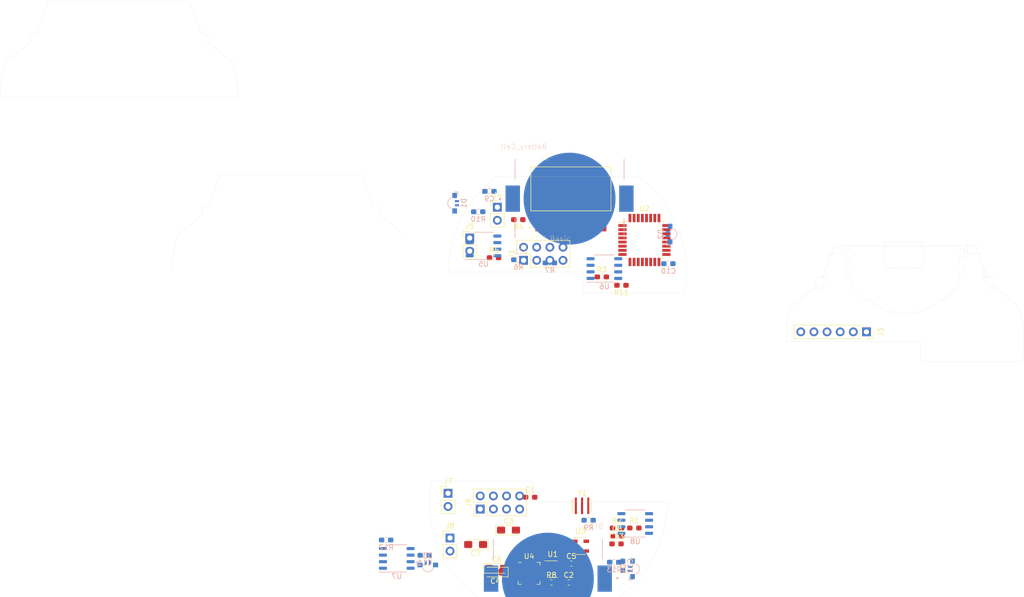
<source format=kicad_pcb>
(kicad_pcb (version 20171130) (host pcbnew "(5.1.0)-1")

  (general
    (thickness 1.6)
    (drawings 251)
    (tracks 0)
    (zones 0)
    (modules 49)
    (nets 71)
  )

  (page A4)
  (title_block
    (title SAN)
  )

  (layers
    (0 F.Cu signal)
    (31 B.Cu signal hide)
    (32 B.Adhes user hide)
    (33 F.Adhes user hide)
    (34 B.Paste user hide)
    (35 F.Paste user)
    (36 B.SilkS user hide)
    (37 F.SilkS user)
    (38 B.Mask user hide)
    (39 F.Mask user)
    (40 Dwgs.User user)
    (41 Cmts.User user hide)
    (42 Eco1.User user hide)
    (43 Eco2.User user hide)
    (44 Edge.Cuts user)
    (45 Margin user hide)
    (46 B.CrtYd user hide)
    (47 F.CrtYd user)
    (48 B.Fab user hide)
    (49 F.Fab user)
  )

  (setup
    (last_trace_width 0.25)
    (trace_clearance 0.2)
    (zone_clearance 0.508)
    (zone_45_only no)
    (trace_min 0.2)
    (via_size 0.8)
    (via_drill 0.4)
    (via_min_size 0.4)
    (via_min_drill 0.3)
    (uvia_size 0.3)
    (uvia_drill 0.1)
    (uvias_allowed no)
    (uvia_min_size 0.2)
    (uvia_min_drill 0.1)
    (edge_width 0.0254)
    (segment_width 0.0254)
    (pcb_text_width 0.3)
    (pcb_text_size 1.5 1.5)
    (mod_edge_width 0.15)
    (mod_text_size 1 1)
    (mod_text_width 0.15)
    (pad_size 1.524 1.524)
    (pad_drill 0.762)
    (pad_to_mask_clearance 0.051)
    (solder_mask_min_width 0.25)
    (aux_axis_origin 0 0)
    (visible_elements 7FFFFFFF)
    (pcbplotparams
      (layerselection 0x010fc_ffffffff)
      (usegerberextensions false)
      (usegerberattributes false)
      (usegerberadvancedattributes false)
      (creategerberjobfile false)
      (excludeedgelayer true)
      (linewidth 0.100000)
      (plotframeref false)
      (viasonmask false)
      (mode 1)
      (useauxorigin false)
      (hpglpennumber 1)
      (hpglpenspeed 20)
      (hpglpendiameter 15.000000)
      (psnegative false)
      (psa4output false)
      (plotreference true)
      (plotvalue true)
      (plotinvisibletext false)
      (padsonsilk false)
      (subtractmaskfromsilk false)
      (outputformat 1)
      (mirror false)
      (drillshape 1)
      (scaleselection 1)
      (outputdirectory ""))
  )

  (net 0 "")
  (net 1 GND)
  (net 2 "Net-(BT1-Pad1)")
  (net 3 +BATT)
  (net 4 "Net-(BT2-Pad2)")
  (net 5 +3V3)
  (net 6 DTR)
  (net 7 "Net-(C2-Pad2)")
  (net 8 +5V)
  (net 9 "Net-(C9-Pad1)")
  (net 10 "Net-(C10-Pad1)")
  (net 11 "Net-(C11-Pad1)")
  (net 12 "Net-(C12-Pad1)")
  (net 13 Z-ACCEL)
  (net 14 "Net-(D1-Pad2)")
  (net 15 "Net-(D1-Pad4)")
  (net 16 "Net-(D1-Pad3)")
  (net 17 "Net-(D2-Pad3)")
  (net 18 "Net-(D2-Pad4)")
  (net 19 "Net-(D2-Pad2)")
  (net 20 "Net-(D3-Pad2)")
  (net 21 "Net-(D3-Pad4)")
  (net 22 "Net-(D3-Pad3)")
  (net 23 "Net-(D4-Pad3)")
  (net 24 "Net-(D4-Pad4)")
  (net 25 "Net-(D4-Pad2)")
  (net 26 NEOPIXEL-2-DO)
  (net 27 PORT-4)
  (net 28 PORT-3)
  (net 29 TXO)
  (net 30 RXI)
  (net 31 SCK)
  (net 32 MISO)
  (net 33 MOSI)
  (net 34 PORT-1)
  (net 35 PORT-2)
  (net 36 "Net-(R2-Pad2)")
  (net 37 "Net-(R3-Pad2)")
  (net 38 "Net-(R4-Pad2)")
  (net 39 "Net-(R5-Pad2)")
  (net 40 "/NeoPixel 1/DIN")
  (net 41 "Net-(R6-Pad2)")
  (net 42 "/NeoPixel 1/DO")
  (net 43 "/NeoPixel 2/DIN")
  (net 44 "/NeoPixel 3/DIN")
  (net 45 "/NeoPixel 3/DO")
  (net 46 "/NeoPixel 4/DIN")
  (net 47 "Net-(U1-Pad4)")
  (net 48 "Net-(U2-Pad7)")
  (net 49 "Net-(U2-Pad8)")
  (net 50 "Net-(U2-Pad9)")
  (net 51 "Net-(U2-Pad10)")
  (net 52 "Net-(U2-Pad11)")
  (net 53 "Net-(U2-Pad14)")
  (net 54 "Net-(U2-Pad19)")
  (net 55 "Net-(U2-Pad22)")
  (net 56 "Net-(U2-Pad23)")
  (net 57 "Net-(U2-Pad24)")
  (net 58 "Net-(U2-Pad25)")
  (net 59 "Net-(U2-Pad26)")
  (net 60 "Net-(U2-Pad27)")
  (net 61 "Net-(U2-Pad28)")
  (net 62 "Net-(U3-Pad4)")
  (net 63 "Net-(U4-Pad2)")
  (net 64 "Net-(U4-Pad10)")
  (net 65 "Net-(U4-Pad12)")
  (net 66 "Net-(U5-Pad7)")
  (net 67 "Net-(U6-Pad7)")
  (net 68 "Net-(U7-Pad7)")
  (net 69 "/NeoPixel 4/DO")
  (net 70 "Net-(U8-Pad7)")

  (net_class Default "This is the default net class."
    (clearance 0.2)
    (trace_width 0.25)
    (via_dia 0.8)
    (via_drill 0.4)
    (uvia_dia 0.3)
    (uvia_drill 0.1)
    (add_net +3V3)
    (add_net +5V)
    (add_net +BATT)
    (add_net "/NeoPixel 1/DIN")
    (add_net "/NeoPixel 1/DO")
    (add_net "/NeoPixel 2/DIN")
    (add_net "/NeoPixel 3/DIN")
    (add_net "/NeoPixel 3/DO")
    (add_net "/NeoPixel 4/DIN")
    (add_net "/NeoPixel 4/DO")
    (add_net DTR)
    (add_net GND)
    (add_net MISO)
    (add_net MOSI)
    (add_net NEOPIXEL-2-DO)
    (add_net "Net-(BT1-Pad1)")
    (add_net "Net-(BT2-Pad2)")
    (add_net "Net-(C10-Pad1)")
    (add_net "Net-(C11-Pad1)")
    (add_net "Net-(C12-Pad1)")
    (add_net "Net-(C2-Pad2)")
    (add_net "Net-(C9-Pad1)")
    (add_net "Net-(D1-Pad2)")
    (add_net "Net-(D1-Pad3)")
    (add_net "Net-(D1-Pad4)")
    (add_net "Net-(D2-Pad2)")
    (add_net "Net-(D2-Pad3)")
    (add_net "Net-(D2-Pad4)")
    (add_net "Net-(D3-Pad2)")
    (add_net "Net-(D3-Pad3)")
    (add_net "Net-(D3-Pad4)")
    (add_net "Net-(D4-Pad2)")
    (add_net "Net-(D4-Pad3)")
    (add_net "Net-(D4-Pad4)")
    (add_net "Net-(R2-Pad2)")
    (add_net "Net-(R3-Pad2)")
    (add_net "Net-(R4-Pad2)")
    (add_net "Net-(R5-Pad2)")
    (add_net "Net-(R6-Pad2)")
    (add_net "Net-(U1-Pad4)")
    (add_net "Net-(U2-Pad10)")
    (add_net "Net-(U2-Pad11)")
    (add_net "Net-(U2-Pad14)")
    (add_net "Net-(U2-Pad19)")
    (add_net "Net-(U2-Pad22)")
    (add_net "Net-(U2-Pad23)")
    (add_net "Net-(U2-Pad24)")
    (add_net "Net-(U2-Pad25)")
    (add_net "Net-(U2-Pad26)")
    (add_net "Net-(U2-Pad27)")
    (add_net "Net-(U2-Pad28)")
    (add_net "Net-(U2-Pad7)")
    (add_net "Net-(U2-Pad8)")
    (add_net "Net-(U2-Pad9)")
    (add_net "Net-(U3-Pad4)")
    (add_net "Net-(U4-Pad10)")
    (add_net "Net-(U4-Pad12)")
    (add_net "Net-(U4-Pad2)")
    (add_net "Net-(U5-Pad7)")
    (add_net "Net-(U6-Pad7)")
    (add_net "Net-(U7-Pad7)")
    (add_net "Net-(U8-Pad7)")
    (add_net PORT-1)
    (add_net PORT-2)
    (add_net PORT-3)
    (add_net PORT-4)
    (add_net RXI)
    (add_net SCK)
    (add_net TXO)
    (add_net Z-ACCEL)
  )

  (module Common-Parts-Library:MPD_BK-912-TR (layer B.Cu) (tedit 0) (tstamp 5CA2E86D)
    (at 149.987 69.469)
    (path /5C8E9BC5)
    (attr smd)
    (fp_text reference BT1 (at -9.36 10.135) (layer B.SilkS)
      (effects (font (size 1 1) (thickness 0.05)) (justify mirror))
    )
    (fp_text value Battery_Cell (at -8.825 -10.065) (layer B.SilkS)
      (effects (font (size 1 1) (thickness 0.05)) (justify mirror))
    )
    (fp_circle (center -13.45 0.1) (end -13.3086 0.1) (layer Eco2.User) (width 0.2))
    (fp_circle (center -13.45 0.1) (end -13.3086 0.1) (layer B.SilkS) (width 0.2))
    (fp_line (start -11.25 2.8) (end -11.25 9.14) (layer Eco1.User) (width 0.05))
    (fp_line (start -12.625 2.8) (end -11.25 2.8) (layer Eco1.User) (width 0.05))
    (fp_line (start -12.625 -2.8) (end -12.625 2.8) (layer Eco1.User) (width 0.05))
    (fp_line (start -11.25 -2.8) (end -12.625 -2.8) (layer Eco1.User) (width 0.05))
    (fp_line (start -11.25 -9.14) (end -11.25 -2.8) (layer Eco1.User) (width 0.05))
    (fp_line (start 11.25 -9.14) (end -11.25 -9.14) (layer Eco1.User) (width 0.05))
    (fp_line (start 11.25 -2.8) (end 11.25 -9.14) (layer Eco1.User) (width 0.05))
    (fp_line (start 12.625 -2.8) (end 11.25 -2.8) (layer Eco1.User) (width 0.05))
    (fp_line (start 12.625 2.8) (end 12.625 -2.8) (layer Eco1.User) (width 0.05))
    (fp_line (start 11.25 2.8) (end 12.625 2.8) (layer Eco1.User) (width 0.05))
    (fp_line (start 11.25 9.14) (end 11.25 2.8) (layer Eco1.User) (width 0.05))
    (fp_line (start -11.25 9.14) (end 11.25 9.14) (layer Eco1.User) (width 0.05))
    (fp_line (start -10.54 -7.62) (end -10.54 7.62) (layer Eco2.User) (width 0.127))
    (fp_line (start -10.54 -7.62) (end -10.54 -3.81) (layer B.SilkS) (width 0.127))
    (fp_line (start 10.54 -7.62) (end -10.54 -7.62) (layer Eco2.User) (width 0.127))
    (fp_line (start 10.54 -3.81) (end 10.54 -7.62) (layer B.SilkS) (width 0.127))
    (fp_line (start 10.54 7.62) (end 10.54 -7.62) (layer Eco2.User) (width 0.127))
    (fp_line (start 10.54 7.62) (end 10.54 3.81) (layer B.SilkS) (width 0.127))
    (fp_line (start -10.54 7.62) (end 10.54 7.62) (layer Eco2.User) (width 0.127))
    (fp_line (start -10.54 3.81) (end -10.54 7.62) (layer B.SilkS) (width 0.127))
    (pad 3 smd circle (at 0 0) (size 17.78 17.78) (layers B.Cu B.Paste B.Mask))
    (pad 2 smd rect (at 10.985 0) (size 2.79 5.08) (layers B.Cu B.Paste B.Mask)
      (net 1 GND))
    (pad 1 smd rect (at -10.985 0) (size 2.79 5.08) (layers B.Cu B.Paste B.Mask)
      (net 2 "Net-(BT1-Pad1)"))
  )

  (module Common-Parts-Library:MPD_BK-912-TR (layer B.Cu) (tedit 0) (tstamp 5CA2BB52)
    (at 145.796 143.002 180)
    (path /5C8E9CBF)
    (attr smd)
    (fp_text reference BT2 (at -9.36 10.135 180) (layer B.SilkS)
      (effects (font (size 1 1) (thickness 0.05)) (justify mirror))
    )
    (fp_text value Battery_Cell (at -8.825 -10.065 180) (layer B.SilkS)
      (effects (font (size 1 1) (thickness 0.05)) (justify mirror))
    )
    (fp_line (start -10.54 3.81) (end -10.54 7.62) (layer B.SilkS) (width 0.127))
    (fp_line (start -10.54 7.62) (end 10.54 7.62) (layer Eco2.User) (width 0.127))
    (fp_line (start 10.54 7.62) (end 10.54 3.81) (layer B.SilkS) (width 0.127))
    (fp_line (start 10.54 7.62) (end 10.54 -7.62) (layer Eco2.User) (width 0.127))
    (fp_line (start 10.54 -3.81) (end 10.54 -7.62) (layer B.SilkS) (width 0.127))
    (fp_line (start 10.54 -7.62) (end -10.54 -7.62) (layer Eco2.User) (width 0.127))
    (fp_line (start -10.54 -7.62) (end -10.54 -3.81) (layer B.SilkS) (width 0.127))
    (fp_line (start -10.54 -7.62) (end -10.54 7.62) (layer Eco2.User) (width 0.127))
    (fp_line (start -11.25 9.14) (end 11.25 9.14) (layer Eco1.User) (width 0.05))
    (fp_line (start 11.25 9.14) (end 11.25 2.8) (layer Eco1.User) (width 0.05))
    (fp_line (start 11.25 2.8) (end 12.625 2.8) (layer Eco1.User) (width 0.05))
    (fp_line (start 12.625 2.8) (end 12.625 -2.8) (layer Eco1.User) (width 0.05))
    (fp_line (start 12.625 -2.8) (end 11.25 -2.8) (layer Eco1.User) (width 0.05))
    (fp_line (start 11.25 -2.8) (end 11.25 -9.14) (layer Eco1.User) (width 0.05))
    (fp_line (start 11.25 -9.14) (end -11.25 -9.14) (layer Eco1.User) (width 0.05))
    (fp_line (start -11.25 -9.14) (end -11.25 -2.8) (layer Eco1.User) (width 0.05))
    (fp_line (start -11.25 -2.8) (end -12.625 -2.8) (layer Eco1.User) (width 0.05))
    (fp_line (start -12.625 -2.8) (end -12.625 2.8) (layer Eco1.User) (width 0.05))
    (fp_line (start -12.625 2.8) (end -11.25 2.8) (layer Eco1.User) (width 0.05))
    (fp_line (start -11.25 2.8) (end -11.25 9.14) (layer Eco1.User) (width 0.05))
    (fp_circle (center -13.45 0.1) (end -13.3086 0.1) (layer B.SilkS) (width 0.2))
    (fp_circle (center -13.45 0.1) (end -13.3086 0.1) (layer Eco2.User) (width 0.2))
    (pad 1 smd rect (at -10.985 0 180) (size 2.79 5.08) (layers B.Cu B.Paste B.Mask)
      (net 3 +BATT))
    (pad 2 smd rect (at 10.985 0 180) (size 2.79 5.08) (layers B.Cu B.Paste B.Mask)
      (net 4 "Net-(BT2-Pad2)"))
    (pad 3 smd circle (at 0 0 180) (size 17.78 17.78) (layers B.Cu B.Paste B.Mask))
  )

  (module Capacitor_SMD:C_0603_1608Metric_Pad1.05x0.95mm_HandSolder (layer F.Cu) (tedit 5B301BBE) (tstamp 5CA2BB63)
    (at 142.367 127.254)
    (descr "Capacitor SMD 0603 (1608 Metric), square (rectangular) end terminal, IPC_7351 nominal with elongated pad for handsoldering. (Body size source: http://www.tortai-tech.com/upload/download/2011102023233369053.pdf), generated with kicad-footprint-generator")
    (tags "capacitor handsolder")
    (path /5CDEC281)
    (attr smd)
    (fp_text reference C1 (at 0 -1.43) (layer F.SilkS)
      (effects (font (size 1 1) (thickness 0.15)))
    )
    (fp_text value 0.1uF (at 0 1.43) (layer F.Fab)
      (effects (font (size 1 1) (thickness 0.15)))
    )
    (fp_text user %R (at 0 0) (layer F.Fab)
      (effects (font (size 0.4 0.4) (thickness 0.06)))
    )
    (fp_line (start 1.65 0.73) (end -1.65 0.73) (layer F.CrtYd) (width 0.05))
    (fp_line (start 1.65 -0.73) (end 1.65 0.73) (layer F.CrtYd) (width 0.05))
    (fp_line (start -1.65 -0.73) (end 1.65 -0.73) (layer F.CrtYd) (width 0.05))
    (fp_line (start -1.65 0.73) (end -1.65 -0.73) (layer F.CrtYd) (width 0.05))
    (fp_line (start -0.171267 0.51) (end 0.171267 0.51) (layer F.SilkS) (width 0.12))
    (fp_line (start -0.171267 -0.51) (end 0.171267 -0.51) (layer F.SilkS) (width 0.12))
    (fp_line (start 0.8 0.4) (end -0.8 0.4) (layer F.Fab) (width 0.1))
    (fp_line (start 0.8 -0.4) (end 0.8 0.4) (layer F.Fab) (width 0.1))
    (fp_line (start -0.8 -0.4) (end 0.8 -0.4) (layer F.Fab) (width 0.1))
    (fp_line (start -0.8 0.4) (end -0.8 -0.4) (layer F.Fab) (width 0.1))
    (pad 2 smd roundrect (at 0.875 0) (size 1.05 0.95) (layers F.Cu F.Paste F.Mask) (roundrect_rratio 0.25)
      (net 1 GND))
    (pad 1 smd roundrect (at -0.875 0) (size 1.05 0.95) (layers F.Cu F.Paste F.Mask) (roundrect_rratio 0.25)
      (net 5 +3V3))
    (model ${KISYS3DMOD}/Capacitor_SMD.3dshapes/C_0603_1608Metric.wrl
      (at (xyz 0 0 0))
      (scale (xyz 1 1 1))
      (rotate (xyz 0 0 0))
    )
  )

  (module Capacitor_SMD:C_0603_1608Metric_Pad1.05x0.95mm_HandSolder (layer F.Cu) (tedit 5B301BBE) (tstamp 5CA2BB74)
    (at 149.833001 143.748001)
    (descr "Capacitor SMD 0603 (1608 Metric), square (rectangular) end terminal, IPC_7351 nominal with elongated pad for handsoldering. (Body size source: http://www.tortai-tech.com/upload/download/2011102023233369053.pdf), generated with kicad-footprint-generator")
    (tags "capacitor handsolder")
    (path /5CDEC1E8)
    (attr smd)
    (fp_text reference C2 (at 0 -1.43) (layer F.SilkS)
      (effects (font (size 1 1) (thickness 0.15)))
    )
    (fp_text value 0.1uF (at 0 1.43) (layer F.Fab)
      (effects (font (size 1 1) (thickness 0.15)))
    )
    (fp_line (start -0.8 0.4) (end -0.8 -0.4) (layer F.Fab) (width 0.1))
    (fp_line (start -0.8 -0.4) (end 0.8 -0.4) (layer F.Fab) (width 0.1))
    (fp_line (start 0.8 -0.4) (end 0.8 0.4) (layer F.Fab) (width 0.1))
    (fp_line (start 0.8 0.4) (end -0.8 0.4) (layer F.Fab) (width 0.1))
    (fp_line (start -0.171267 -0.51) (end 0.171267 -0.51) (layer F.SilkS) (width 0.12))
    (fp_line (start -0.171267 0.51) (end 0.171267 0.51) (layer F.SilkS) (width 0.12))
    (fp_line (start -1.65 0.73) (end -1.65 -0.73) (layer F.CrtYd) (width 0.05))
    (fp_line (start -1.65 -0.73) (end 1.65 -0.73) (layer F.CrtYd) (width 0.05))
    (fp_line (start 1.65 -0.73) (end 1.65 0.73) (layer F.CrtYd) (width 0.05))
    (fp_line (start 1.65 0.73) (end -1.65 0.73) (layer F.CrtYd) (width 0.05))
    (fp_text user %R (at 0 0) (layer F.Fab)
      (effects (font (size 0.4 0.4) (thickness 0.06)))
    )
    (pad 1 smd roundrect (at -0.875 0) (size 1.05 0.95) (layers F.Cu F.Paste F.Mask) (roundrect_rratio 0.25)
      (net 6 DTR))
    (pad 2 smd roundrect (at 0.875 0) (size 1.05 0.95) (layers F.Cu F.Paste F.Mask) (roundrect_rratio 0.25)
      (net 7 "Net-(C2-Pad2)"))
    (model ${KISYS3DMOD}/Capacitor_SMD.3dshapes/C_0603_1608Metric.wrl
      (at (xyz 0 0 0))
      (scale (xyz 1 1 1))
      (rotate (xyz 0 0 0))
    )
  )

  (module Capacitor_Tantalum_SMD:CP_EIA-3216-18_Kemet-A_Pad1.58x1.35mm_HandSolder (layer F.Cu) (tedit 5B301BBE) (tstamp 5CA2BB87)
    (at 138.176 133.604)
    (descr "Tantalum Capacitor SMD Kemet-A (3216-18 Metric), IPC_7351 nominal, (Body size from: http://www.kemet.com/Lists/ProductCatalog/Attachments/253/KEM_TC101_STD.pdf), generated with kicad-footprint-generator")
    (tags "capacitor tantalum")
    (path /5CDC883D)
    (attr smd)
    (fp_text reference C3 (at 0 -1.75) (layer F.SilkS)
      (effects (font (size 1 1) (thickness 0.15)))
    )
    (fp_text value 10uF (at 0 1.75) (layer F.Fab)
      (effects (font (size 1 1) (thickness 0.15)))
    )
    (fp_text user %R (at 0 0) (layer F.Fab)
      (effects (font (size 0.8 0.8) (thickness 0.12)))
    )
    (fp_line (start 2.48 1.05) (end -2.48 1.05) (layer F.CrtYd) (width 0.05))
    (fp_line (start 2.48 -1.05) (end 2.48 1.05) (layer F.CrtYd) (width 0.05))
    (fp_line (start -2.48 -1.05) (end 2.48 -1.05) (layer F.CrtYd) (width 0.05))
    (fp_line (start -2.48 1.05) (end -2.48 -1.05) (layer F.CrtYd) (width 0.05))
    (fp_line (start -2.485 0.935) (end 1.6 0.935) (layer F.SilkS) (width 0.12))
    (fp_line (start -2.485 -0.935) (end -2.485 0.935) (layer F.SilkS) (width 0.12))
    (fp_line (start 1.6 -0.935) (end -2.485 -0.935) (layer F.SilkS) (width 0.12))
    (fp_line (start 1.6 0.8) (end 1.6 -0.8) (layer F.Fab) (width 0.1))
    (fp_line (start -1.6 0.8) (end 1.6 0.8) (layer F.Fab) (width 0.1))
    (fp_line (start -1.6 -0.4) (end -1.6 0.8) (layer F.Fab) (width 0.1))
    (fp_line (start -1.2 -0.8) (end -1.6 -0.4) (layer F.Fab) (width 0.1))
    (fp_line (start 1.6 -0.8) (end -1.2 -0.8) (layer F.Fab) (width 0.1))
    (pad 2 smd roundrect (at 1.4375 0) (size 1.575 1.35) (layers F.Cu F.Paste F.Mask) (roundrect_rratio 0.185185)
      (net 1 GND))
    (pad 1 smd roundrect (at -1.4375 0) (size 1.575 1.35) (layers F.Cu F.Paste F.Mask) (roundrect_rratio 0.185185)
      (net 8 +5V))
    (model ${KISYS3DMOD}/Capacitor_Tantalum_SMD.3dshapes/CP_EIA-3216-18_Kemet-A.wrl
      (at (xyz 0 0 0))
      (scale (xyz 1 1 1))
      (rotate (xyz 0 0 0))
    )
  )

  (module Capacitor_Tantalum_SMD:CP_EIA-3216-18_Kemet-A_Pad1.58x1.35mm_HandSolder (layer F.Cu) (tedit 5B301BBE) (tstamp 5CA2BB9A)
    (at 135.636 141.732 180)
    (descr "Tantalum Capacitor SMD Kemet-A (3216-18 Metric), IPC_7351 nominal, (Body size from: http://www.kemet.com/Lists/ProductCatalog/Attachments/253/KEM_TC101_STD.pdf), generated with kicad-footprint-generator")
    (tags "capacitor tantalum")
    (path /5CDDE810)
    (attr smd)
    (fp_text reference C4 (at 0 -1.75 180) (layer F.SilkS)
      (effects (font (size 1 1) (thickness 0.15)))
    )
    (fp_text value 10uF (at 0 1.75 180) (layer F.Fab)
      (effects (font (size 1 1) (thickness 0.15)))
    )
    (fp_text user %R (at 0 0 180) (layer F.Fab)
      (effects (font (size 0.8 0.8) (thickness 0.12)))
    )
    (fp_line (start 2.48 1.05) (end -2.48 1.05) (layer F.CrtYd) (width 0.05))
    (fp_line (start 2.48 -1.05) (end 2.48 1.05) (layer F.CrtYd) (width 0.05))
    (fp_line (start -2.48 -1.05) (end 2.48 -1.05) (layer F.CrtYd) (width 0.05))
    (fp_line (start -2.48 1.05) (end -2.48 -1.05) (layer F.CrtYd) (width 0.05))
    (fp_line (start -2.485 0.935) (end 1.6 0.935) (layer F.SilkS) (width 0.12))
    (fp_line (start -2.485 -0.935) (end -2.485 0.935) (layer F.SilkS) (width 0.12))
    (fp_line (start 1.6 -0.935) (end -2.485 -0.935) (layer F.SilkS) (width 0.12))
    (fp_line (start 1.6 0.8) (end 1.6 -0.8) (layer F.Fab) (width 0.1))
    (fp_line (start -1.6 0.8) (end 1.6 0.8) (layer F.Fab) (width 0.1))
    (fp_line (start -1.6 -0.4) (end -1.6 0.8) (layer F.Fab) (width 0.1))
    (fp_line (start -1.2 -0.8) (end -1.6 -0.4) (layer F.Fab) (width 0.1))
    (fp_line (start 1.6 -0.8) (end -1.2 -0.8) (layer F.Fab) (width 0.1))
    (pad 2 smd roundrect (at 1.4375 0 180) (size 1.575 1.35) (layers F.Cu F.Paste F.Mask) (roundrect_rratio 0.185185)
      (net 1 GND))
    (pad 1 smd roundrect (at -1.4375 0 180) (size 1.575 1.35) (layers F.Cu F.Paste F.Mask) (roundrect_rratio 0.185185)
      (net 3 +BATT))
    (model ${KISYS3DMOD}/Capacitor_Tantalum_SMD.3dshapes/CP_EIA-3216-18_Kemet-A.wrl
      (at (xyz 0 0 0))
      (scale (xyz 1 1 1))
      (rotate (xyz 0 0 0))
    )
  )

  (module Capacitor_SMD:C_0603_1608Metric_Pad1.05x0.95mm_HandSolder (layer F.Cu) (tedit 5B301BBE) (tstamp 5CA2BBAB)
    (at 150.333001 140.098001)
    (descr "Capacitor SMD 0603 (1608 Metric), square (rectangular) end terminal, IPC_7351 nominal with elongated pad for handsoldering. (Body size source: http://www.tortai-tech.com/upload/download/2011102023233369053.pdf), generated with kicad-footprint-generator")
    (tags "capacitor handsolder")
    (path /5C7EEDE3)
    (attr smd)
    (fp_text reference C5 (at 0 -1.43) (layer F.SilkS)
      (effects (font (size 1 1) (thickness 0.15)))
    )
    (fp_text value 0.1uF (at 0 1.43) (layer F.Fab)
      (effects (font (size 1 1) (thickness 0.15)))
    )
    (fp_text user %R (at 0 0) (layer F.Fab)
      (effects (font (size 0.4 0.4) (thickness 0.06)))
    )
    (fp_line (start 1.65 0.73) (end -1.65 0.73) (layer F.CrtYd) (width 0.05))
    (fp_line (start 1.65 -0.73) (end 1.65 0.73) (layer F.CrtYd) (width 0.05))
    (fp_line (start -1.65 -0.73) (end 1.65 -0.73) (layer F.CrtYd) (width 0.05))
    (fp_line (start -1.65 0.73) (end -1.65 -0.73) (layer F.CrtYd) (width 0.05))
    (fp_line (start -0.171267 0.51) (end 0.171267 0.51) (layer F.SilkS) (width 0.12))
    (fp_line (start -0.171267 -0.51) (end 0.171267 -0.51) (layer F.SilkS) (width 0.12))
    (fp_line (start 0.8 0.4) (end -0.8 0.4) (layer F.Fab) (width 0.1))
    (fp_line (start 0.8 -0.4) (end 0.8 0.4) (layer F.Fab) (width 0.1))
    (fp_line (start -0.8 -0.4) (end 0.8 -0.4) (layer F.Fab) (width 0.1))
    (fp_line (start -0.8 0.4) (end -0.8 -0.4) (layer F.Fab) (width 0.1))
    (pad 2 smd roundrect (at 0.875 0) (size 1.05 0.95) (layers F.Cu F.Paste F.Mask) (roundrect_rratio 0.25)
      (net 1 GND))
    (pad 1 smd roundrect (at -0.875 0) (size 1.05 0.95) (layers F.Cu F.Paste F.Mask) (roundrect_rratio 0.25)
      (net 8 +5V))
    (model ${KISYS3DMOD}/Capacitor_SMD.3dshapes/C_0603_1608Metric.wrl
      (at (xyz 0 0 0))
      (scale (xyz 1 1 1))
      (rotate (xyz 0 0 0))
    )
  )

  (module Capacitor_Tantalum_SMD:CP_EIA-3216-18_Kemet-A_Pad1.58x1.35mm_HandSolder (layer F.Cu) (tedit 5B301BBE) (tstamp 5CA2BBBE)
    (at 135.883001 141.018001)
    (descr "Tantalum Capacitor SMD Kemet-A (3216-18 Metric), IPC_7351 nominal, (Body size from: http://www.kemet.com/Lists/ProductCatalog/Attachments/253/KEM_TC101_STD.pdf), generated with kicad-footprint-generator")
    (tags "capacitor tantalum")
    (path /5CDD58DE)
    (attr smd)
    (fp_text reference C6 (at 0 -1.75) (layer F.SilkS)
      (effects (font (size 1 1) (thickness 0.15)))
    )
    (fp_text value 10uF (at 0 1.75) (layer F.Fab)
      (effects (font (size 1 1) (thickness 0.15)))
    )
    (fp_line (start 1.6 -0.8) (end -1.2 -0.8) (layer F.Fab) (width 0.1))
    (fp_line (start -1.2 -0.8) (end -1.6 -0.4) (layer F.Fab) (width 0.1))
    (fp_line (start -1.6 -0.4) (end -1.6 0.8) (layer F.Fab) (width 0.1))
    (fp_line (start -1.6 0.8) (end 1.6 0.8) (layer F.Fab) (width 0.1))
    (fp_line (start 1.6 0.8) (end 1.6 -0.8) (layer F.Fab) (width 0.1))
    (fp_line (start 1.6 -0.935) (end -2.485 -0.935) (layer F.SilkS) (width 0.12))
    (fp_line (start -2.485 -0.935) (end -2.485 0.935) (layer F.SilkS) (width 0.12))
    (fp_line (start -2.485 0.935) (end 1.6 0.935) (layer F.SilkS) (width 0.12))
    (fp_line (start -2.48 1.05) (end -2.48 -1.05) (layer F.CrtYd) (width 0.05))
    (fp_line (start -2.48 -1.05) (end 2.48 -1.05) (layer F.CrtYd) (width 0.05))
    (fp_line (start 2.48 -1.05) (end 2.48 1.05) (layer F.CrtYd) (width 0.05))
    (fp_line (start 2.48 1.05) (end -2.48 1.05) (layer F.CrtYd) (width 0.05))
    (fp_text user %R (at 0 0) (layer F.Fab)
      (effects (font (size 0.8 0.8) (thickness 0.12)))
    )
    (pad 1 smd roundrect (at -1.4375 0) (size 1.575 1.35) (layers F.Cu F.Paste F.Mask) (roundrect_rratio 0.185185)
      (net 5 +3V3))
    (pad 2 smd roundrect (at 1.4375 0) (size 1.575 1.35) (layers F.Cu F.Paste F.Mask) (roundrect_rratio 0.185185)
      (net 1 GND))
    (model ${KISYS3DMOD}/Capacitor_Tantalum_SMD.3dshapes/CP_EIA-3216-18_Kemet-A.wrl
      (at (xyz 0 0 0))
      (scale (xyz 1 1 1))
      (rotate (xyz 0 0 0))
    )
  )

  (module Capacitor_Tantalum_SMD:CP_EIA-3216-18_Kemet-A_Pad1.58x1.35mm_HandSolder (layer F.Cu) (tedit 5B301BBE) (tstamp 5CA2BBD1)
    (at 131.826 136.398 180)
    (descr "Tantalum Capacitor SMD Kemet-A (3216-18 Metric), IPC_7351 nominal, (Body size from: http://www.kemet.com/Lists/ProductCatalog/Attachments/253/KEM_TC101_STD.pdf), generated with kicad-footprint-generator")
    (tags "capacitor tantalum")
    (path /5CDDE87C)
    (attr smd)
    (fp_text reference C7 (at 0 -1.75 180) (layer F.SilkS)
      (effects (font (size 1 1) (thickness 0.15)))
    )
    (fp_text value 10uF (at 0 1.75 180) (layer F.Fab)
      (effects (font (size 1 1) (thickness 0.15)))
    )
    (fp_line (start 1.6 -0.8) (end -1.2 -0.8) (layer F.Fab) (width 0.1))
    (fp_line (start -1.2 -0.8) (end -1.6 -0.4) (layer F.Fab) (width 0.1))
    (fp_line (start -1.6 -0.4) (end -1.6 0.8) (layer F.Fab) (width 0.1))
    (fp_line (start -1.6 0.8) (end 1.6 0.8) (layer F.Fab) (width 0.1))
    (fp_line (start 1.6 0.8) (end 1.6 -0.8) (layer F.Fab) (width 0.1))
    (fp_line (start 1.6 -0.935) (end -2.485 -0.935) (layer F.SilkS) (width 0.12))
    (fp_line (start -2.485 -0.935) (end -2.485 0.935) (layer F.SilkS) (width 0.12))
    (fp_line (start -2.485 0.935) (end 1.6 0.935) (layer F.SilkS) (width 0.12))
    (fp_line (start -2.48 1.05) (end -2.48 -1.05) (layer F.CrtYd) (width 0.05))
    (fp_line (start -2.48 -1.05) (end 2.48 -1.05) (layer F.CrtYd) (width 0.05))
    (fp_line (start 2.48 -1.05) (end 2.48 1.05) (layer F.CrtYd) (width 0.05))
    (fp_line (start 2.48 1.05) (end -2.48 1.05) (layer F.CrtYd) (width 0.05))
    (fp_text user %R (at 0 0 180) (layer F.Fab)
      (effects (font (size 0.8 0.8) (thickness 0.12)))
    )
    (pad 1 smd roundrect (at -1.4375 0 180) (size 1.575 1.35) (layers F.Cu F.Paste F.Mask) (roundrect_rratio 0.185185)
      (net 8 +5V))
    (pad 2 smd roundrect (at 1.4375 0 180) (size 1.575 1.35) (layers F.Cu F.Paste F.Mask) (roundrect_rratio 0.185185)
      (net 1 GND))
    (model ${KISYS3DMOD}/Capacitor_Tantalum_SMD.3dshapes/CP_EIA-3216-18_Kemet-A.wrl
      (at (xyz 0 0 0))
      (scale (xyz 1 1 1))
      (rotate (xyz 0 0 0))
    )
  )

  (module Capacitor_SMD:C_0603_1608Metric_Pad1.05x0.95mm_HandSolder (layer F.Cu) (tedit 5B301BBE) (tstamp 5CA2BBE2)
    (at 159.163001 134.768001)
    (descr "Capacitor SMD 0603 (1608 Metric), square (rectangular) end terminal, IPC_7351 nominal with elongated pad for handsoldering. (Body size source: http://www.tortai-tech.com/upload/download/2011102023233369053.pdf), generated with kicad-footprint-generator")
    (tags "capacitor handsolder")
    (path /5CDE7452)
    (attr smd)
    (fp_text reference C8 (at 0 -1.43) (layer F.SilkS)
      (effects (font (size 1 1) (thickness 0.15)))
    )
    (fp_text value 0.1uF (at 0 1.43) (layer F.Fab)
      (effects (font (size 1 1) (thickness 0.15)))
    )
    (fp_line (start -0.8 0.4) (end -0.8 -0.4) (layer F.Fab) (width 0.1))
    (fp_line (start -0.8 -0.4) (end 0.8 -0.4) (layer F.Fab) (width 0.1))
    (fp_line (start 0.8 -0.4) (end 0.8 0.4) (layer F.Fab) (width 0.1))
    (fp_line (start 0.8 0.4) (end -0.8 0.4) (layer F.Fab) (width 0.1))
    (fp_line (start -0.171267 -0.51) (end 0.171267 -0.51) (layer F.SilkS) (width 0.12))
    (fp_line (start -0.171267 0.51) (end 0.171267 0.51) (layer F.SilkS) (width 0.12))
    (fp_line (start -1.65 0.73) (end -1.65 -0.73) (layer F.CrtYd) (width 0.05))
    (fp_line (start -1.65 -0.73) (end 1.65 -0.73) (layer F.CrtYd) (width 0.05))
    (fp_line (start 1.65 -0.73) (end 1.65 0.73) (layer F.CrtYd) (width 0.05))
    (fp_line (start 1.65 0.73) (end -1.65 0.73) (layer F.CrtYd) (width 0.05))
    (fp_text user %R (at 0 0) (layer F.Fab)
      (effects (font (size 0.4 0.4) (thickness 0.06)))
    )
    (pad 1 smd roundrect (at -0.875 0) (size 1.05 0.95) (layers F.Cu F.Paste F.Mask) (roundrect_rratio 0.25)
      (net 8 +5V))
    (pad 2 smd roundrect (at 0.875 0) (size 1.05 0.95) (layers F.Cu F.Paste F.Mask) (roundrect_rratio 0.25)
      (net 1 GND))
    (model ${KISYS3DMOD}/Capacitor_SMD.3dshapes/C_0603_1608Metric.wrl
      (at (xyz 0 0 0))
      (scale (xyz 1 1 1))
      (rotate (xyz 0 0 0))
    )
  )

  (module Capacitor_SMD:C_0603_1608Metric_Pad1.05x0.95mm_HandSolder (layer B.Cu) (tedit 5B301BBE) (tstamp 5CA2E067)
    (at 134.493 68.06692)
    (descr "Capacitor SMD 0603 (1608 Metric), square (rectangular) end terminal, IPC_7351 nominal with elongated pad for handsoldering. (Body size source: http://www.tortai-tech.com/upload/download/2011102023233369053.pdf), generated with kicad-footprint-generator")
    (tags "capacitor handsolder")
    (path /5CCF6A6A/5CCFD4BA)
    (attr smd)
    (fp_text reference C9 (at 0 1.43) (layer B.SilkS)
      (effects (font (size 1 1) (thickness 0.15)) (justify mirror))
    )
    (fp_text value 0.1uF (at 0 -1.43) (layer B.Fab)
      (effects (font (size 1 1) (thickness 0.15)) (justify mirror))
    )
    (fp_text user %R (at 0 0) (layer B.Fab)
      (effects (font (size 0.4 0.4) (thickness 0.06)) (justify mirror))
    )
    (fp_line (start 1.65 -0.73) (end -1.65 -0.73) (layer B.CrtYd) (width 0.05))
    (fp_line (start 1.65 0.73) (end 1.65 -0.73) (layer B.CrtYd) (width 0.05))
    (fp_line (start -1.65 0.73) (end 1.65 0.73) (layer B.CrtYd) (width 0.05))
    (fp_line (start -1.65 -0.73) (end -1.65 0.73) (layer B.CrtYd) (width 0.05))
    (fp_line (start -0.171267 -0.51) (end 0.171267 -0.51) (layer B.SilkS) (width 0.12))
    (fp_line (start -0.171267 0.51) (end 0.171267 0.51) (layer B.SilkS) (width 0.12))
    (fp_line (start 0.8 -0.4) (end -0.8 -0.4) (layer B.Fab) (width 0.1))
    (fp_line (start 0.8 0.4) (end 0.8 -0.4) (layer B.Fab) (width 0.1))
    (fp_line (start -0.8 0.4) (end 0.8 0.4) (layer B.Fab) (width 0.1))
    (fp_line (start -0.8 -0.4) (end -0.8 0.4) (layer B.Fab) (width 0.1))
    (pad 2 smd roundrect (at 0.875 0) (size 1.05 0.95) (layers B.Cu B.Paste B.Mask) (roundrect_rratio 0.25)
      (net 1 GND))
    (pad 1 smd roundrect (at -0.875 0) (size 1.05 0.95) (layers B.Cu B.Paste B.Mask) (roundrect_rratio 0.25)
      (net 9 "Net-(C9-Pad1)"))
    (model ${KISYS3DMOD}/Capacitor_SMD.3dshapes/C_0603_1608Metric.wrl
      (at (xyz 0 0 0))
      (scale (xyz 1 1 1))
      (rotate (xyz 0 0 0))
    )
  )

  (module Capacitor_SMD:C_0603_1608Metric_Pad1.05x0.95mm_HandSolder (layer B.Cu) (tedit 5B301BBE) (tstamp 5CA2BC04)
    (at 169.092001 82.049657)
    (descr "Capacitor SMD 0603 (1608 Metric), square (rectangular) end terminal, IPC_7351 nominal with elongated pad for handsoldering. (Body size source: http://www.tortai-tech.com/upload/download/2011102023233369053.pdf), generated with kicad-footprint-generator")
    (tags "capacitor handsolder")
    (path /5CD0AE36/5CCFD4BA)
    (attr smd)
    (fp_text reference C10 (at 0 1.43) (layer B.SilkS)
      (effects (font (size 1 1) (thickness 0.15)) (justify mirror))
    )
    (fp_text value 0.1uF (at 0 -1.43) (layer B.Fab)
      (effects (font (size 1 1) (thickness 0.15)) (justify mirror))
    )
    (fp_text user %R (at 0 0) (layer B.Fab)
      (effects (font (size 0.4 0.4) (thickness 0.06)) (justify mirror))
    )
    (fp_line (start 1.65 -0.73) (end -1.65 -0.73) (layer B.CrtYd) (width 0.05))
    (fp_line (start 1.65 0.73) (end 1.65 -0.73) (layer B.CrtYd) (width 0.05))
    (fp_line (start -1.65 0.73) (end 1.65 0.73) (layer B.CrtYd) (width 0.05))
    (fp_line (start -1.65 -0.73) (end -1.65 0.73) (layer B.CrtYd) (width 0.05))
    (fp_line (start -0.171267 -0.51) (end 0.171267 -0.51) (layer B.SilkS) (width 0.12))
    (fp_line (start -0.171267 0.51) (end 0.171267 0.51) (layer B.SilkS) (width 0.12))
    (fp_line (start 0.8 -0.4) (end -0.8 -0.4) (layer B.Fab) (width 0.1))
    (fp_line (start 0.8 0.4) (end 0.8 -0.4) (layer B.Fab) (width 0.1))
    (fp_line (start -0.8 0.4) (end 0.8 0.4) (layer B.Fab) (width 0.1))
    (fp_line (start -0.8 -0.4) (end -0.8 0.4) (layer B.Fab) (width 0.1))
    (pad 2 smd roundrect (at 0.875 0) (size 1.05 0.95) (layers B.Cu B.Paste B.Mask) (roundrect_rratio 0.25)
      (net 1 GND))
    (pad 1 smd roundrect (at -0.875 0) (size 1.05 0.95) (layers B.Cu B.Paste B.Mask) (roundrect_rratio 0.25)
      (net 10 "Net-(C10-Pad1)"))
    (model ${KISYS3DMOD}/Capacitor_SMD.3dshapes/C_0603_1608Metric.wrl
      (at (xyz 0 0 0))
      (scale (xyz 1 1 1))
      (rotate (xyz 0 0 0))
    )
  )

  (module Capacitor_SMD:C_0603_1608Metric_Pad1.05x0.95mm_HandSolder (layer B.Cu) (tedit 5B301BBE) (tstamp 5CA2BC15)
    (at 121.975001 138.484819)
    (descr "Capacitor SMD 0603 (1608 Metric), square (rectangular) end terminal, IPC_7351 nominal with elongated pad for handsoldering. (Body size source: http://www.tortai-tech.com/upload/download/2011102023233369053.pdf), generated with kicad-footprint-generator")
    (tags "capacitor handsolder")
    (path /5CD1030A/5CCFD4BA)
    (attr smd)
    (fp_text reference C11 (at 0 1.43) (layer B.SilkS)
      (effects (font (size 1 1) (thickness 0.15)) (justify mirror))
    )
    (fp_text value 0.1uF (at 0 -1.43) (layer B.Fab)
      (effects (font (size 1 1) (thickness 0.15)) (justify mirror))
    )
    (fp_line (start -0.8 -0.4) (end -0.8 0.4) (layer B.Fab) (width 0.1))
    (fp_line (start -0.8 0.4) (end 0.8 0.4) (layer B.Fab) (width 0.1))
    (fp_line (start 0.8 0.4) (end 0.8 -0.4) (layer B.Fab) (width 0.1))
    (fp_line (start 0.8 -0.4) (end -0.8 -0.4) (layer B.Fab) (width 0.1))
    (fp_line (start -0.171267 0.51) (end 0.171267 0.51) (layer B.SilkS) (width 0.12))
    (fp_line (start -0.171267 -0.51) (end 0.171267 -0.51) (layer B.SilkS) (width 0.12))
    (fp_line (start -1.65 -0.73) (end -1.65 0.73) (layer B.CrtYd) (width 0.05))
    (fp_line (start -1.65 0.73) (end 1.65 0.73) (layer B.CrtYd) (width 0.05))
    (fp_line (start 1.65 0.73) (end 1.65 -0.73) (layer B.CrtYd) (width 0.05))
    (fp_line (start 1.65 -0.73) (end -1.65 -0.73) (layer B.CrtYd) (width 0.05))
    (fp_text user %R (at 0 0) (layer B.Fab)
      (effects (font (size 0.4 0.4) (thickness 0.06)) (justify mirror))
    )
    (pad 1 smd roundrect (at -0.875 0) (size 1.05 0.95) (layers B.Cu B.Paste B.Mask) (roundrect_rratio 0.25)
      (net 11 "Net-(C11-Pad1)"))
    (pad 2 smd roundrect (at 0.875 0) (size 1.05 0.95) (layers B.Cu B.Paste B.Mask) (roundrect_rratio 0.25)
      (net 1 GND))
    (model ${KISYS3DMOD}/Capacitor_SMD.3dshapes/C_0603_1608Metric.wrl
      (at (xyz 0 0 0))
      (scale (xyz 1 1 1))
      (rotate (xyz 0 0 0))
    )
  )

  (module Capacitor_SMD:C_0603_1608Metric_Pad1.05x0.95mm_HandSolder (layer B.Cu) (tedit 5B301BBE) (tstamp 5CA2BC26)
    (at 160.281999 140.517001 90)
    (descr "Capacitor SMD 0603 (1608 Metric), square (rectangular) end terminal, IPC_7351 nominal with elongated pad for handsoldering. (Body size source: http://www.tortai-tech.com/upload/download/2011102023233369053.pdf), generated with kicad-footprint-generator")
    (tags "capacitor handsolder")
    (path /5CD15399/5CCFD4BA)
    (attr smd)
    (fp_text reference C12 (at 0 1.43 90) (layer B.SilkS)
      (effects (font (size 1 1) (thickness 0.15)) (justify mirror))
    )
    (fp_text value 0.1uF (at 0 -1.43 90) (layer B.Fab)
      (effects (font (size 1 1) (thickness 0.15)) (justify mirror))
    )
    (fp_line (start -0.8 -0.4) (end -0.8 0.4) (layer B.Fab) (width 0.1))
    (fp_line (start -0.8 0.4) (end 0.8 0.4) (layer B.Fab) (width 0.1))
    (fp_line (start 0.8 0.4) (end 0.8 -0.4) (layer B.Fab) (width 0.1))
    (fp_line (start 0.8 -0.4) (end -0.8 -0.4) (layer B.Fab) (width 0.1))
    (fp_line (start -0.171267 0.51) (end 0.171267 0.51) (layer B.SilkS) (width 0.12))
    (fp_line (start -0.171267 -0.51) (end 0.171267 -0.51) (layer B.SilkS) (width 0.12))
    (fp_line (start -1.65 -0.73) (end -1.65 0.73) (layer B.CrtYd) (width 0.05))
    (fp_line (start -1.65 0.73) (end 1.65 0.73) (layer B.CrtYd) (width 0.05))
    (fp_line (start 1.65 0.73) (end 1.65 -0.73) (layer B.CrtYd) (width 0.05))
    (fp_line (start 1.65 -0.73) (end -1.65 -0.73) (layer B.CrtYd) (width 0.05))
    (fp_text user %R (at 0 0 90) (layer B.Fab)
      (effects (font (size 0.4 0.4) (thickness 0.06)) (justify mirror))
    )
    (pad 1 smd roundrect (at -0.875 0 90) (size 1.05 0.95) (layers B.Cu B.Paste B.Mask) (roundrect_rratio 0.25)
      (net 12 "Net-(C12-Pad1)"))
    (pad 2 smd roundrect (at 0.875 0 90) (size 1.05 0.95) (layers B.Cu B.Paste B.Mask) (roundrect_rratio 0.25)
      (net 1 GND))
    (model ${KISYS3DMOD}/Capacitor_SMD.3dshapes/C_0603_1608Metric.wrl
      (at (xyz 0 0 0))
      (scale (xyz 1 1 1))
      (rotate (xyz 0 0 0))
    )
  )

  (module Capacitor_SMD:C_0603_1608Metric_Pad1.05x0.95mm_HandSolder (layer F.Cu) (tedit 5B301BBE) (tstamp 5CA2BC37)
    (at 159.063001 136.278001)
    (descr "Capacitor SMD 0603 (1608 Metric), square (rectangular) end terminal, IPC_7351 nominal with elongated pad for handsoldering. (Body size source: http://www.tortai-tech.com/upload/download/2011102023233369053.pdf), generated with kicad-footprint-generator")
    (tags "capacitor handsolder")
    (path /5C8AFD46)
    (attr smd)
    (fp_text reference C13 (at 0 -1.43) (layer F.SilkS)
      (effects (font (size 1 1) (thickness 0.15)))
    )
    (fp_text value 0.1uF (at 0 1.43) (layer F.Fab)
      (effects (font (size 1 1) (thickness 0.15)))
    )
    (fp_line (start -0.8 0.4) (end -0.8 -0.4) (layer F.Fab) (width 0.1))
    (fp_line (start -0.8 -0.4) (end 0.8 -0.4) (layer F.Fab) (width 0.1))
    (fp_line (start 0.8 -0.4) (end 0.8 0.4) (layer F.Fab) (width 0.1))
    (fp_line (start 0.8 0.4) (end -0.8 0.4) (layer F.Fab) (width 0.1))
    (fp_line (start -0.171267 -0.51) (end 0.171267 -0.51) (layer F.SilkS) (width 0.12))
    (fp_line (start -0.171267 0.51) (end 0.171267 0.51) (layer F.SilkS) (width 0.12))
    (fp_line (start -1.65 0.73) (end -1.65 -0.73) (layer F.CrtYd) (width 0.05))
    (fp_line (start -1.65 -0.73) (end 1.65 -0.73) (layer F.CrtYd) (width 0.05))
    (fp_line (start 1.65 -0.73) (end 1.65 0.73) (layer F.CrtYd) (width 0.05))
    (fp_line (start 1.65 0.73) (end -1.65 0.73) (layer F.CrtYd) (width 0.05))
    (fp_text user %R (at 0 0) (layer F.Fab)
      (effects (font (size 0.4 0.4) (thickness 0.06)))
    )
    (pad 1 smd roundrect (at -0.875 0) (size 1.05 0.95) (layers F.Cu F.Paste F.Mask) (roundrect_rratio 0.25)
      (net 13 Z-ACCEL))
    (pad 2 smd roundrect (at 0.875 0) (size 1.05 0.95) (layers F.Cu F.Paste F.Mask) (roundrect_rratio 0.25)
      (net 1 GND))
    (model ${KISYS3DMOD}/Capacitor_SMD.3dshapes/C_0603_1608Metric.wrl
      (at (xyz 0 0 0))
      (scale (xyz 1 1 1))
      (rotate (xyz 0 0 0))
    )
  )

  (module LED_SMD:LED_Kingbright_APFA3010_3x1.5mm_Horizontal (layer B.Cu) (tedit 5BE52AB7) (tstamp 5CA2BC53)
    (at 127.762 70.35292 270)
    (descr "LED RGB, APFA3010, http://www.kingbrightusa.com/images/catalog/SPEC/APFA3010LSEEZGKQBKC.pdf")
    (tags "LED RGB APFA3010 KINGBRIGHT 3x1.5mm")
    (path /5CCF6A6A/5C880ED8)
    (attr smd)
    (fp_text reference D1 (at 0 -1.8 270) (layer B.SilkS)
      (effects (font (size 1 1) (thickness 0.15)) (justify mirror))
    )
    (fp_text value LED_ARGB (at 0 -3 270) (layer B.Fab)
      (effects (font (size 0.5 0.5) (thickness 0.075)) (justify mirror))
    )
    (fp_arc (start 0 0.25) (end -1.17 0.7) (angle -137.9249779) (layer B.CrtYd) (width 0.05))
    (fp_line (start -2.25 0.7) (end -1.17 0.7) (layer B.CrtYd) (width 0.05))
    (fp_line (start -2.25 -0.7) (end -2.25 0.7) (layer B.CrtYd) (width 0.05))
    (fp_line (start 2.25 0.7) (end 1.17 0.7) (layer B.CrtYd) (width 0.05))
    (fp_line (start 2.25 -0.7) (end 2.25 0.7) (layer B.CrtYd) (width 0.05))
    (fp_line (start 0.85 -0.7) (end 2.25 -0.7) (layer B.CrtYd) (width 0.05))
    (fp_line (start 0.85 -1.1) (end 0.85 -0.7) (layer B.CrtYd) (width 0.05))
    (fp_line (start -0.85 -1.1) (end 0.85 -1.1) (layer B.CrtYd) (width 0.05))
    (fp_line (start -0.85 -0.7) (end -0.85 -1.1) (layer B.CrtYd) (width 0.05))
    (fp_line (start -2.25 -0.7) (end -0.85 -0.7) (layer B.CrtYd) (width 0.05))
    (fp_text user %R (at 0 0 270) (layer B.Fab)
      (effects (font (size 0.3 0.3) (thickness 0.045)) (justify mirror))
    )
    (fp_line (start -0.75 0.25) (end -1.25 -0.25) (layer B.Fab) (width 0.1))
    (fp_line (start -2.2 -0.65) (end -1.5 -0.65) (layer B.SilkS) (width 0.12))
    (fp_line (start -2.2 0) (end -2.2 -0.65) (layer B.SilkS) (width 0.12))
    (fp_arc (start 0 0.25) (end -1 0.65) (angle -136.397181) (layer B.SilkS) (width 0.12))
    (fp_arc (start 0 0.25) (end -1 0.25) (angle -180) (layer B.Fab) (width 0.1))
    (fp_line (start -1.5 0.25) (end -1.5 -0.25) (layer B.Fab) (width 0.1))
    (fp_line (start 1.5 0.25) (end -1.5 0.25) (layer B.Fab) (width 0.1))
    (fp_line (start 1.5 -0.25) (end 1.5 0.25) (layer B.Fab) (width 0.1))
    (fp_line (start -1.5 -0.25) (end 1.5 -0.25) (layer B.Fab) (width 0.1))
    (pad 1 smd rect (at -1.5 0 270) (size 1 0.9) (layers B.Cu B.Paste B.Mask)
      (net 8 +5V))
    (pad 2 smd rect (at 1.5 0 270) (size 1 0.9) (layers B.Cu B.Paste B.Mask)
      (net 14 "Net-(D1-Pad2)"))
    (pad 4 smd rect (at -0.4 -0.45 270) (size 0.4 0.8) (layers B.Cu B.Paste B.Mask)
      (net 15 "Net-(D1-Pad4)"))
    (pad 3 smd rect (at 0.4 -0.45 270) (size 0.4 0.8) (layers B.Cu B.Paste B.Mask)
      (net 16 "Net-(D1-Pad3)"))
    (model ${KISYS3DMOD}/LED_SMD.3dshapes/LED_Kingbright_APFA3010_3x1.5mm_Horizontal.wrl
      (at (xyz 0 0 0))
      (scale (xyz 1 1 1))
      (rotate (xyz 0 0 0))
    )
  )

  (module LED_SMD:LED_Kingbright_APFA3010_3x1.5mm_Horizontal (layer B.Cu) (tedit 5BE52AB7) (tstamp 5CA2BC6F)
    (at 169.418 76.327 90)
    (descr "LED RGB, APFA3010, http://www.kingbrightusa.com/images/catalog/SPEC/APFA3010LSEEZGKQBKC.pdf")
    (tags "LED RGB APFA3010 KINGBRIGHT 3x1.5mm")
    (path /5CD0AE36/5C880ED8)
    (attr smd)
    (fp_text reference D2 (at 0 -1.8 90) (layer B.SilkS)
      (effects (font (size 1 1) (thickness 0.15)) (justify mirror))
    )
    (fp_text value LED_ARGB (at 0 -3 90) (layer B.Fab)
      (effects (font (size 0.5 0.5) (thickness 0.075)) (justify mirror))
    )
    (fp_line (start -1.5 -0.25) (end 1.5 -0.25) (layer B.Fab) (width 0.1))
    (fp_line (start 1.5 -0.25) (end 1.5 0.25) (layer B.Fab) (width 0.1))
    (fp_line (start 1.5 0.25) (end -1.5 0.25) (layer B.Fab) (width 0.1))
    (fp_line (start -1.5 0.25) (end -1.5 -0.25) (layer B.Fab) (width 0.1))
    (fp_arc (start 0 0.25) (end -1 0.25) (angle -180) (layer B.Fab) (width 0.1))
    (fp_arc (start 0 0.25) (end -1 0.65) (angle -136.397181) (layer B.SilkS) (width 0.12))
    (fp_line (start -2.2 0) (end -2.2 -0.65) (layer B.SilkS) (width 0.12))
    (fp_line (start -2.2 -0.65) (end -1.5 -0.65) (layer B.SilkS) (width 0.12))
    (fp_line (start -0.75 0.25) (end -1.25 -0.25) (layer B.Fab) (width 0.1))
    (fp_text user %R (at 0 0 90) (layer B.Fab)
      (effects (font (size 0.3 0.3) (thickness 0.045)) (justify mirror))
    )
    (fp_line (start -2.25 -0.7) (end -0.85 -0.7) (layer B.CrtYd) (width 0.05))
    (fp_line (start -0.85 -0.7) (end -0.85 -1.1) (layer B.CrtYd) (width 0.05))
    (fp_line (start -0.85 -1.1) (end 0.85 -1.1) (layer B.CrtYd) (width 0.05))
    (fp_line (start 0.85 -1.1) (end 0.85 -0.7) (layer B.CrtYd) (width 0.05))
    (fp_line (start 0.85 -0.7) (end 2.25 -0.7) (layer B.CrtYd) (width 0.05))
    (fp_line (start 2.25 -0.7) (end 2.25 0.7) (layer B.CrtYd) (width 0.05))
    (fp_line (start 2.25 0.7) (end 1.17 0.7) (layer B.CrtYd) (width 0.05))
    (fp_line (start -2.25 -0.7) (end -2.25 0.7) (layer B.CrtYd) (width 0.05))
    (fp_line (start -2.25 0.7) (end -1.17 0.7) (layer B.CrtYd) (width 0.05))
    (fp_arc (start 0 0.25) (end -1.17 0.7) (angle -137.9249779) (layer B.CrtYd) (width 0.05))
    (pad 3 smd rect (at 0.4 -0.45 90) (size 0.4 0.8) (layers B.Cu B.Paste B.Mask)
      (net 17 "Net-(D2-Pad3)"))
    (pad 4 smd rect (at -0.4 -0.45 90) (size 0.4 0.8) (layers B.Cu B.Paste B.Mask)
      (net 18 "Net-(D2-Pad4)"))
    (pad 2 smd rect (at 1.5 0 90) (size 1 0.9) (layers B.Cu B.Paste B.Mask)
      (net 19 "Net-(D2-Pad2)"))
    (pad 1 smd rect (at -1.5 0 90) (size 1 0.9) (layers B.Cu B.Paste B.Mask)
      (net 8 +5V))
    (model ${KISYS3DMOD}/LED_SMD.3dshapes/LED_Kingbright_APFA3010_3x1.5mm_Horizontal.wrl
      (at (xyz 0 0 0))
      (scale (xyz 1 1 1))
      (rotate (xyz 0 0 0))
    )
  )

  (module LED_SMD:LED_Kingbright_APFA3010_3x1.5mm_Horizontal (layer B.Cu) (tedit 5BE52AB7) (tstamp 5CA2BC8B)
    (at 122.575001 140.361264)
    (descr "LED RGB, APFA3010, http://www.kingbrightusa.com/images/catalog/SPEC/APFA3010LSEEZGKQBKC.pdf")
    (tags "LED RGB APFA3010 KINGBRIGHT 3x1.5mm")
    (path /5CD1030A/5C880ED8)
    (attr smd)
    (fp_text reference D3 (at 0 -1.8) (layer B.SilkS)
      (effects (font (size 1 1) (thickness 0.15)) (justify mirror))
    )
    (fp_text value LED_ARGB (at 0 -3) (layer B.Fab)
      (effects (font (size 0.5 0.5) (thickness 0.075)) (justify mirror))
    )
    (fp_arc (start 0 0.25) (end -1.17 0.7) (angle -137.9249779) (layer B.CrtYd) (width 0.05))
    (fp_line (start -2.25 0.7) (end -1.17 0.7) (layer B.CrtYd) (width 0.05))
    (fp_line (start -2.25 -0.7) (end -2.25 0.7) (layer B.CrtYd) (width 0.05))
    (fp_line (start 2.25 0.7) (end 1.17 0.7) (layer B.CrtYd) (width 0.05))
    (fp_line (start 2.25 -0.7) (end 2.25 0.7) (layer B.CrtYd) (width 0.05))
    (fp_line (start 0.85 -0.7) (end 2.25 -0.7) (layer B.CrtYd) (width 0.05))
    (fp_line (start 0.85 -1.1) (end 0.85 -0.7) (layer B.CrtYd) (width 0.05))
    (fp_line (start -0.85 -1.1) (end 0.85 -1.1) (layer B.CrtYd) (width 0.05))
    (fp_line (start -0.85 -0.7) (end -0.85 -1.1) (layer B.CrtYd) (width 0.05))
    (fp_line (start -2.25 -0.7) (end -0.85 -0.7) (layer B.CrtYd) (width 0.05))
    (fp_text user %R (at 0 0) (layer B.Fab)
      (effects (font (size 0.3 0.3) (thickness 0.045)) (justify mirror))
    )
    (fp_line (start -0.75 0.25) (end -1.25 -0.25) (layer B.Fab) (width 0.1))
    (fp_line (start -2.2 -0.65) (end -1.5 -0.65) (layer B.SilkS) (width 0.12))
    (fp_line (start -2.2 0) (end -2.2 -0.65) (layer B.SilkS) (width 0.12))
    (fp_arc (start 0 0.25) (end -1 0.65) (angle -136.397181) (layer B.SilkS) (width 0.12))
    (fp_arc (start 0 0.25) (end -1 0.25) (angle -180) (layer B.Fab) (width 0.1))
    (fp_line (start -1.5 0.25) (end -1.5 -0.25) (layer B.Fab) (width 0.1))
    (fp_line (start 1.5 0.25) (end -1.5 0.25) (layer B.Fab) (width 0.1))
    (fp_line (start 1.5 -0.25) (end 1.5 0.25) (layer B.Fab) (width 0.1))
    (fp_line (start -1.5 -0.25) (end 1.5 -0.25) (layer B.Fab) (width 0.1))
    (pad 1 smd rect (at -1.5 0) (size 1 0.9) (layers B.Cu B.Paste B.Mask)
      (net 8 +5V))
    (pad 2 smd rect (at 1.5 0) (size 1 0.9) (layers B.Cu B.Paste B.Mask)
      (net 20 "Net-(D3-Pad2)"))
    (pad 4 smd rect (at -0.4 -0.45) (size 0.4 0.8) (layers B.Cu B.Paste B.Mask)
      (net 21 "Net-(D3-Pad4)"))
    (pad 3 smd rect (at 0.4 -0.45) (size 0.4 0.8) (layers B.Cu B.Paste B.Mask)
      (net 22 "Net-(D3-Pad3)"))
    (model ${KISYS3DMOD}/LED_SMD.3dshapes/LED_Kingbright_APFA3010_3x1.5mm_Horizontal.wrl
      (at (xyz 0 0 0))
      (scale (xyz 1 1 1))
      (rotate (xyz 0 0 0))
    )
  )

  (module LED_SMD:LED_Kingbright_APFA3010_3x1.5mm_Horizontal (layer B.Cu) (tedit 5BE52AB7) (tstamp 5CA2BCA7)
    (at 162.158444 141.117001 90)
    (descr "LED RGB, APFA3010, http://www.kingbrightusa.com/images/catalog/SPEC/APFA3010LSEEZGKQBKC.pdf")
    (tags "LED RGB APFA3010 KINGBRIGHT 3x1.5mm")
    (path /5CD15399/5C880ED8)
    (attr smd)
    (fp_text reference D4 (at 0 -1.8 90) (layer B.SilkS)
      (effects (font (size 1 1) (thickness 0.15)) (justify mirror))
    )
    (fp_text value LED_ARGB (at 0 -3 90) (layer B.Fab)
      (effects (font (size 0.5 0.5) (thickness 0.075)) (justify mirror))
    )
    (fp_line (start -1.5 -0.25) (end 1.5 -0.25) (layer B.Fab) (width 0.1))
    (fp_line (start 1.5 -0.25) (end 1.5 0.25) (layer B.Fab) (width 0.1))
    (fp_line (start 1.5 0.25) (end -1.5 0.25) (layer B.Fab) (width 0.1))
    (fp_line (start -1.5 0.25) (end -1.5 -0.25) (layer B.Fab) (width 0.1))
    (fp_arc (start 0 0.25) (end -1 0.25) (angle -180) (layer B.Fab) (width 0.1))
    (fp_arc (start 0 0.25) (end -1 0.65) (angle -136.397181) (layer B.SilkS) (width 0.12))
    (fp_line (start -2.2 0) (end -2.2 -0.65) (layer B.SilkS) (width 0.12))
    (fp_line (start -2.2 -0.65) (end -1.5 -0.65) (layer B.SilkS) (width 0.12))
    (fp_line (start -0.75 0.25) (end -1.25 -0.25) (layer B.Fab) (width 0.1))
    (fp_text user %R (at 0 0 90) (layer B.Fab)
      (effects (font (size 0.3 0.3) (thickness 0.045)) (justify mirror))
    )
    (fp_line (start -2.25 -0.7) (end -0.85 -0.7) (layer B.CrtYd) (width 0.05))
    (fp_line (start -0.85 -0.7) (end -0.85 -1.1) (layer B.CrtYd) (width 0.05))
    (fp_line (start -0.85 -1.1) (end 0.85 -1.1) (layer B.CrtYd) (width 0.05))
    (fp_line (start 0.85 -1.1) (end 0.85 -0.7) (layer B.CrtYd) (width 0.05))
    (fp_line (start 0.85 -0.7) (end 2.25 -0.7) (layer B.CrtYd) (width 0.05))
    (fp_line (start 2.25 -0.7) (end 2.25 0.7) (layer B.CrtYd) (width 0.05))
    (fp_line (start 2.25 0.7) (end 1.17 0.7) (layer B.CrtYd) (width 0.05))
    (fp_line (start -2.25 -0.7) (end -2.25 0.7) (layer B.CrtYd) (width 0.05))
    (fp_line (start -2.25 0.7) (end -1.17 0.7) (layer B.CrtYd) (width 0.05))
    (fp_arc (start 0 0.25) (end -1.17 0.7) (angle -137.9249779) (layer B.CrtYd) (width 0.05))
    (pad 3 smd rect (at 0.4 -0.45 90) (size 0.4 0.8) (layers B.Cu B.Paste B.Mask)
      (net 23 "Net-(D4-Pad3)"))
    (pad 4 smd rect (at -0.4 -0.45 90) (size 0.4 0.8) (layers B.Cu B.Paste B.Mask)
      (net 24 "Net-(D4-Pad4)"))
    (pad 2 smd rect (at 1.5 0 90) (size 1 0.9) (layers B.Cu B.Paste B.Mask)
      (net 25 "Net-(D4-Pad2)"))
    (pad 1 smd rect (at -1.5 0 90) (size 1 0.9) (layers B.Cu B.Paste B.Mask)
      (net 8 +5V))
    (model ${KISYS3DMOD}/LED_SMD.3dshapes/LED_Kingbright_APFA3010_3x1.5mm_Horizontal.wrl
      (at (xyz 0 0 0))
      (scale (xyz 1 1 1))
      (rotate (xyz 0 0 0))
    )
  )

  (module Connector_PinHeader_2.54mm:PinHeader_2x04_P2.54mm_Vertical (layer F.Cu) (tedit 59FED5CC) (tstamp 5CA2DAF1)
    (at 141.097 81.407 90)
    (descr "Through hole straight pin header, 2x04, 2.54mm pitch, double rows")
    (tags "Through hole pin header THT 2x04 2.54mm double row")
    (path /5CE73098)
    (fp_text reference J1 (at 1.27 -2.33 90) (layer F.SilkS)
      (effects (font (size 1 1) (thickness 0.15)))
    )
    (fp_text value "Top Hemisphere" (at 1.27 9.95 90) (layer F.Fab)
      (effects (font (size 1 1) (thickness 0.15)))
    )
    (fp_text user %R (at 1.27 3.81 180) (layer F.Fab)
      (effects (font (size 1 1) (thickness 0.15)))
    )
    (fp_line (start 4.35 -1.8) (end -1.8 -1.8) (layer F.CrtYd) (width 0.05))
    (fp_line (start 4.35 9.4) (end 4.35 -1.8) (layer F.CrtYd) (width 0.05))
    (fp_line (start -1.8 9.4) (end 4.35 9.4) (layer F.CrtYd) (width 0.05))
    (fp_line (start -1.8 -1.8) (end -1.8 9.4) (layer F.CrtYd) (width 0.05))
    (fp_line (start -1.33 -1.33) (end 0 -1.33) (layer F.SilkS) (width 0.12))
    (fp_line (start -1.33 0) (end -1.33 -1.33) (layer F.SilkS) (width 0.12))
    (fp_line (start 1.27 -1.33) (end 3.87 -1.33) (layer F.SilkS) (width 0.12))
    (fp_line (start 1.27 1.27) (end 1.27 -1.33) (layer F.SilkS) (width 0.12))
    (fp_line (start -1.33 1.27) (end 1.27 1.27) (layer F.SilkS) (width 0.12))
    (fp_line (start 3.87 -1.33) (end 3.87 8.95) (layer F.SilkS) (width 0.12))
    (fp_line (start -1.33 1.27) (end -1.33 8.95) (layer F.SilkS) (width 0.12))
    (fp_line (start -1.33 8.95) (end 3.87 8.95) (layer F.SilkS) (width 0.12))
    (fp_line (start -1.27 0) (end 0 -1.27) (layer F.Fab) (width 0.1))
    (fp_line (start -1.27 8.89) (end -1.27 0) (layer F.Fab) (width 0.1))
    (fp_line (start 3.81 8.89) (end -1.27 8.89) (layer F.Fab) (width 0.1))
    (fp_line (start 3.81 -1.27) (end 3.81 8.89) (layer F.Fab) (width 0.1))
    (fp_line (start 0 -1.27) (end 3.81 -1.27) (layer F.Fab) (width 0.1))
    (pad 8 thru_hole oval (at 2.54 7.62 90) (size 1.7 1.7) (drill 1) (layers *.Cu *.Mask)
      (net 26 NEOPIXEL-2-DO))
    (pad 7 thru_hole oval (at 0 7.62 90) (size 1.7 1.7) (drill 1) (layers *.Cu *.Mask)
      (net 27 PORT-4))
    (pad 6 thru_hole oval (at 2.54 5.08 90) (size 1.7 1.7) (drill 1) (layers *.Cu *.Mask)
      (net 28 PORT-3))
    (pad 5 thru_hole oval (at 0 5.08 90) (size 1.7 1.7) (drill 1) (layers *.Cu *.Mask)
      (net 13 Z-ACCEL))
    (pad 4 thru_hole oval (at 2.54 2.54 90) (size 1.7 1.7) (drill 1) (layers *.Cu *.Mask)
      (net 5 +3V3))
    (pad 3 thru_hole oval (at 0 2.54 90) (size 1.7 1.7) (drill 1) (layers *.Cu *.Mask)
      (net 8 +5V))
    (pad 2 thru_hole oval (at 2.54 0 90) (size 1.7 1.7) (drill 1) (layers *.Cu *.Mask)
      (net 2 "Net-(BT1-Pad1)"))
    (pad 1 thru_hole rect (at 0 0 90) (size 1.7 1.7) (drill 1) (layers *.Cu *.Mask)
      (net 1 GND))
    (model ${KISYS3DMOD}/Connector_PinHeader_2.54mm.3dshapes/PinHeader_2x04_P2.54mm_Vertical.wrl
      (at (xyz 0 0 0))
      (scale (xyz 1 1 1))
      (rotate (xyz 0 0 0))
    )
  )

  (module Common-Parts-Library:HARWIN_M20-7910642R (layer F.Cu) (tedit 0) (tstamp 5CA2BCDD)
    (at 150.241 74.803)
    (path /5C7FBAB7)
    (attr smd)
    (fp_text reference J2 (at -5.07588 -13.3016) (layer F.SilkS)
      (effects (font (size 1 1) (thickness 0.05)))
    )
    (fp_text value "FTDI Basic" (at -3.97088 2.3984) (layer F.SilkS)
      (effects (font (size 1 1) (thickness 0.05)))
    )
    (fp_line (start -7.745 -2.975) (end 7.745 -2.975) (layer Eco2.User) (width 0.127))
    (fp_line (start 7.745 -2.975) (end 7.745 -11.475) (layer Eco2.User) (width 0.127))
    (fp_line (start 7.745 -11.475) (end -7.745 -11.475) (layer Eco2.User) (width 0.127))
    (fp_line (start -7.745 -11.475) (end -7.745 -2.975) (layer Eco2.User) (width 0.127))
    (fp_line (start -7.745 -2.975) (end 7.745 -2.975) (layer F.SilkS) (width 0.127))
    (fp_line (start 7.745 -2.975) (end 7.745 -11.475) (layer F.SilkS) (width 0.127))
    (fp_line (start -7.745 -11.475) (end -7.745 -2.975) (layer F.SilkS) (width 0.127))
    (fp_line (start 7.745 -11.475) (end -7.745 -11.475) (layer F.SilkS) (width 0.127))
    (fp_line (start -7.995 1.25) (end 7.995 1.25) (layer Eco1.User) (width 0.05))
    (fp_line (start 7.995 1.25) (end 7.995 -11.725) (layer Eco1.User) (width 0.05))
    (fp_line (start 7.995 -11.725) (end -7.995 -11.725) (layer Eco1.User) (width 0.05))
    (fp_line (start -7.995 -11.725) (end -7.995 1.25) (layer Eco1.User) (width 0.05))
    (fp_circle (center -7.98 0.3) (end -7.88 0.3) (layer F.SilkS) (width 0.2))
    (fp_circle (center -7.98 0.3) (end -7.88 0.3) (layer Eco2.User) (width 0.2))
    (pad 1 smd rect (at -6.35 0) (size 1.02 2) (layers F.Cu F.Paste F.Mask)
      (net 6 DTR))
    (pad 2 smd rect (at -3.81 0) (size 1.02 2) (layers F.Cu F.Paste F.Mask)
      (net 29 TXO))
    (pad 3 smd rect (at -1.27 0) (size 1.02 2) (layers F.Cu F.Paste F.Mask)
      (net 30 RXI))
    (pad 4 smd rect (at 1.27 0) (size 1.02 2) (layers F.Cu F.Paste F.Mask)
      (net 8 +5V))
    (pad 5 smd rect (at 3.81 0) (size 1.02 2) (layers F.Cu F.Paste F.Mask)
      (net 1 GND))
    (pad 6 smd rect (at 6.35 0) (size 1.02 2) (layers F.Cu F.Paste F.Mask)
      (net 1 GND))
  )

  (module Connector_PinSocket_2.54mm:PinSocket_1x06_P2.54mm_Vertical (layer F.Cu) (tedit 5A19A430) (tstamp 5C9762FE)
    (at 207.391 95.25 270)
    (descr "Through hole straight socket strip, 1x06, 2.54mm pitch, single row (from Kicad 4.0.7), script generated")
    (tags "Through hole socket strip THT 1x06 2.54mm single row")
    (path /5C80A195)
    (fp_text reference J3 (at 0 -2.77 270) (layer F.SilkS)
      (effects (font (size 1 1) (thickness 0.15)))
    )
    (fp_text value Burner (at 0 15.47 270) (layer F.Fab)
      (effects (font (size 1 1) (thickness 0.15)))
    )
    (fp_line (start -1.27 -1.27) (end 0.635 -1.27) (layer F.Fab) (width 0.1))
    (fp_line (start 0.635 -1.27) (end 1.27 -0.635) (layer F.Fab) (width 0.1))
    (fp_line (start 1.27 -0.635) (end 1.27 13.97) (layer F.Fab) (width 0.1))
    (fp_line (start 1.27 13.97) (end -1.27 13.97) (layer F.Fab) (width 0.1))
    (fp_line (start -1.27 13.97) (end -1.27 -1.27) (layer F.Fab) (width 0.1))
    (fp_line (start -1.33 1.27) (end 1.33 1.27) (layer F.SilkS) (width 0.12))
    (fp_line (start -1.33 1.27) (end -1.33 14.03) (layer F.SilkS) (width 0.12))
    (fp_line (start -1.33 14.03) (end 1.33 14.03) (layer F.SilkS) (width 0.12))
    (fp_line (start 1.33 1.27) (end 1.33 14.03) (layer F.SilkS) (width 0.12))
    (fp_line (start 1.33 -1.33) (end 1.33 0) (layer F.SilkS) (width 0.12))
    (fp_line (start 0 -1.33) (end 1.33 -1.33) (layer F.SilkS) (width 0.12))
    (fp_line (start -1.8 -1.8) (end 1.75 -1.8) (layer F.CrtYd) (width 0.05))
    (fp_line (start 1.75 -1.8) (end 1.75 14.45) (layer F.CrtYd) (width 0.05))
    (fp_line (start 1.75 14.45) (end -1.8 14.45) (layer F.CrtYd) (width 0.05))
    (fp_line (start -1.8 14.45) (end -1.8 -1.8) (layer F.CrtYd) (width 0.05))
    (fp_text user %R (at 0 6.35) (layer F.Fab)
      (effects (font (size 1 1) (thickness 0.15)))
    )
    (pad 1 thru_hole rect (at 0 0 270) (size 1.7 1.7) (drill 1) (layers *.Cu *.Mask)
      (net 6 DTR))
    (pad 2 thru_hole oval (at 0 2.54 270) (size 1.7 1.7) (drill 1) (layers *.Cu *.Mask)
      (net 31 SCK))
    (pad 3 thru_hole oval (at 0 5.08 270) (size 1.7 1.7) (drill 1) (layers *.Cu *.Mask)
      (net 32 MISO))
    (pad 4 thru_hole oval (at 0 7.62 270) (size 1.7 1.7) (drill 1) (layers *.Cu *.Mask)
      (net 33 MOSI))
    (pad 5 thru_hole oval (at 0 10.16 270) (size 1.7 1.7) (drill 1) (layers *.Cu *.Mask)
      (net 8 +5V))
    (pad 6 thru_hole oval (at 0 12.7 270) (size 1.7 1.7) (drill 1) (layers *.Cu *.Mask)
      (net 1 GND))
    (model ${KISYS3DMOD}/Connector_PinSocket_2.54mm.3dshapes/PinSocket_1x06_P2.54mm_Vertical.wrl
      (at (xyz 0 0 0))
      (scale (xyz 1 1 1))
      (rotate (xyz 0 0 0))
    )
  )

  (module Connector_PinHeader_2.54mm:PinHeader_1x02_P2.54mm_Vertical (layer F.Cu) (tedit 59FED5CC) (tstamp 5CA2BD0D)
    (at 136.017 71.12)
    (descr "Through hole straight pin header, 1x02, 2.54mm pitch, single row")
    (tags "Through hole pin header THT 1x02 2.54mm single row")
    (path /5C8B4932)
    (fp_text reference J4 (at 0 -2.33) (layer F.SilkS)
      (effects (font (size 1 1) (thickness 0.15)))
    )
    (fp_text value Port (at 0 4.87) (layer F.Fab)
      (effects (font (size 1 1) (thickness 0.15)))
    )
    (fp_text user %R (at 0 1.27 90) (layer F.Fab)
      (effects (font (size 1 1) (thickness 0.15)))
    )
    (fp_line (start 1.8 -1.8) (end -1.8 -1.8) (layer F.CrtYd) (width 0.05))
    (fp_line (start 1.8 4.35) (end 1.8 -1.8) (layer F.CrtYd) (width 0.05))
    (fp_line (start -1.8 4.35) (end 1.8 4.35) (layer F.CrtYd) (width 0.05))
    (fp_line (start -1.8 -1.8) (end -1.8 4.35) (layer F.CrtYd) (width 0.05))
    (fp_line (start -1.33 -1.33) (end 0 -1.33) (layer F.SilkS) (width 0.12))
    (fp_line (start -1.33 0) (end -1.33 -1.33) (layer F.SilkS) (width 0.12))
    (fp_line (start -1.33 1.27) (end 1.33 1.27) (layer F.SilkS) (width 0.12))
    (fp_line (start 1.33 1.27) (end 1.33 3.87) (layer F.SilkS) (width 0.12))
    (fp_line (start -1.33 1.27) (end -1.33 3.87) (layer F.SilkS) (width 0.12))
    (fp_line (start -1.33 3.87) (end 1.33 3.87) (layer F.SilkS) (width 0.12))
    (fp_line (start -1.27 -0.635) (end -0.635 -1.27) (layer F.Fab) (width 0.1))
    (fp_line (start -1.27 3.81) (end -1.27 -0.635) (layer F.Fab) (width 0.1))
    (fp_line (start 1.27 3.81) (end -1.27 3.81) (layer F.Fab) (width 0.1))
    (fp_line (start 1.27 -1.27) (end 1.27 3.81) (layer F.Fab) (width 0.1))
    (fp_line (start -0.635 -1.27) (end 1.27 -1.27) (layer F.Fab) (width 0.1))
    (pad 2 thru_hole oval (at 0 2.54) (size 1.7 1.7) (drill 1) (layers *.Cu *.Mask)
      (net 34 PORT-1))
    (pad 1 thru_hole rect (at 0 0) (size 1.7 1.7) (drill 1) (layers *.Cu *.Mask)
      (net 1 GND))
    (model ${KISYS3DMOD}/Connector_PinHeader_2.54mm.3dshapes/PinHeader_1x02_P2.54mm_Vertical.wrl
      (at (xyz 0 0 0))
      (scale (xyz 1 1 1))
      (rotate (xyz 0 0 0))
    )
  )

  (module Connector_PinHeader_2.54mm:PinHeader_1x02_P2.54mm_Vertical (layer F.Cu) (tedit 59FED5CC) (tstamp 5CA2E966)
    (at 130.683 77.089)
    (descr "Through hole straight pin header, 1x02, 2.54mm pitch, single row")
    (tags "Through hole pin header THT 1x02 2.54mm single row")
    (path /5C9479FD)
    (fp_text reference J5 (at 0 -2.33) (layer F.SilkS)
      (effects (font (size 1 1) (thickness 0.15)))
    )
    (fp_text value Port (at 0 4.87) (layer F.Fab)
      (effects (font (size 1 1) (thickness 0.15)))
    )
    (fp_line (start -0.635 -1.27) (end 1.27 -1.27) (layer F.Fab) (width 0.1))
    (fp_line (start 1.27 -1.27) (end 1.27 3.81) (layer F.Fab) (width 0.1))
    (fp_line (start 1.27 3.81) (end -1.27 3.81) (layer F.Fab) (width 0.1))
    (fp_line (start -1.27 3.81) (end -1.27 -0.635) (layer F.Fab) (width 0.1))
    (fp_line (start -1.27 -0.635) (end -0.635 -1.27) (layer F.Fab) (width 0.1))
    (fp_line (start -1.33 3.87) (end 1.33 3.87) (layer F.SilkS) (width 0.12))
    (fp_line (start -1.33 1.27) (end -1.33 3.87) (layer F.SilkS) (width 0.12))
    (fp_line (start 1.33 1.27) (end 1.33 3.87) (layer F.SilkS) (width 0.12))
    (fp_line (start -1.33 1.27) (end 1.33 1.27) (layer F.SilkS) (width 0.12))
    (fp_line (start -1.33 0) (end -1.33 -1.33) (layer F.SilkS) (width 0.12))
    (fp_line (start -1.33 -1.33) (end 0 -1.33) (layer F.SilkS) (width 0.12))
    (fp_line (start -1.8 -1.8) (end -1.8 4.35) (layer F.CrtYd) (width 0.05))
    (fp_line (start -1.8 4.35) (end 1.8 4.35) (layer F.CrtYd) (width 0.05))
    (fp_line (start 1.8 4.35) (end 1.8 -1.8) (layer F.CrtYd) (width 0.05))
    (fp_line (start 1.8 -1.8) (end -1.8 -1.8) (layer F.CrtYd) (width 0.05))
    (fp_text user %R (at 0 1.27 90) (layer F.Fab)
      (effects (font (size 1 1) (thickness 0.15)))
    )
    (pad 1 thru_hole rect (at 0 0) (size 1.7 1.7) (drill 1) (layers *.Cu *.Mask)
      (net 1 GND))
    (pad 2 thru_hole oval (at 0 2.54) (size 1.7 1.7) (drill 1) (layers *.Cu *.Mask)
      (net 35 PORT-2))
    (model ${KISYS3DMOD}/Connector_PinHeader_2.54mm.3dshapes/PinHeader_1x02_P2.54mm_Vertical.wrl
      (at (xyz 0 0 0))
      (scale (xyz 1 1 1))
      (rotate (xyz 0 0 0))
    )
  )

  (module Connector_PinHeader_2.54mm:PinHeader_2x04_P2.54mm_Vertical (layer F.Cu) (tedit 59FED5CC) (tstamp 5CA2BD41)
    (at 132.715 129.54 90)
    (descr "Through hole straight pin header, 2x04, 2.54mm pitch, double rows")
    (tags "Through hole pin header THT 2x04 2.54mm double row")
    (path /5CE34C2D)
    (fp_text reference J6 (at 1.27 -2.33 90) (layer F.SilkS)
      (effects (font (size 1 1) (thickness 0.15)))
    )
    (fp_text value "Bottom Hemisphere" (at 1.27 9.95 90) (layer F.Fab)
      (effects (font (size 1 1) (thickness 0.15)))
    )
    (fp_line (start 0 -1.27) (end 3.81 -1.27) (layer F.Fab) (width 0.1))
    (fp_line (start 3.81 -1.27) (end 3.81 8.89) (layer F.Fab) (width 0.1))
    (fp_line (start 3.81 8.89) (end -1.27 8.89) (layer F.Fab) (width 0.1))
    (fp_line (start -1.27 8.89) (end -1.27 0) (layer F.Fab) (width 0.1))
    (fp_line (start -1.27 0) (end 0 -1.27) (layer F.Fab) (width 0.1))
    (fp_line (start -1.33 8.95) (end 3.87 8.95) (layer F.SilkS) (width 0.12))
    (fp_line (start -1.33 1.27) (end -1.33 8.95) (layer F.SilkS) (width 0.12))
    (fp_line (start 3.87 -1.33) (end 3.87 8.95) (layer F.SilkS) (width 0.12))
    (fp_line (start -1.33 1.27) (end 1.27 1.27) (layer F.SilkS) (width 0.12))
    (fp_line (start 1.27 1.27) (end 1.27 -1.33) (layer F.SilkS) (width 0.12))
    (fp_line (start 1.27 -1.33) (end 3.87 -1.33) (layer F.SilkS) (width 0.12))
    (fp_line (start -1.33 0) (end -1.33 -1.33) (layer F.SilkS) (width 0.12))
    (fp_line (start -1.33 -1.33) (end 0 -1.33) (layer F.SilkS) (width 0.12))
    (fp_line (start -1.8 -1.8) (end -1.8 9.4) (layer F.CrtYd) (width 0.05))
    (fp_line (start -1.8 9.4) (end 4.35 9.4) (layer F.CrtYd) (width 0.05))
    (fp_line (start 4.35 9.4) (end 4.35 -1.8) (layer F.CrtYd) (width 0.05))
    (fp_line (start 4.35 -1.8) (end -1.8 -1.8) (layer F.CrtYd) (width 0.05))
    (fp_text user %R (at 1.27 3.81 180) (layer F.Fab)
      (effects (font (size 1 1) (thickness 0.15)))
    )
    (pad 1 thru_hole rect (at 0 0 90) (size 1.7 1.7) (drill 1) (layers *.Cu *.Mask)
      (net 1 GND))
    (pad 2 thru_hole oval (at 2.54 0 90) (size 1.7 1.7) (drill 1) (layers *.Cu *.Mask)
      (net 4 "Net-(BT2-Pad2)"))
    (pad 3 thru_hole oval (at 0 2.54 90) (size 1.7 1.7) (drill 1) (layers *.Cu *.Mask)
      (net 8 +5V))
    (pad 4 thru_hole oval (at 2.54 2.54 90) (size 1.7 1.7) (drill 1) (layers *.Cu *.Mask)
      (net 5 +3V3))
    (pad 5 thru_hole oval (at 0 5.08 90) (size 1.7 1.7) (drill 1) (layers *.Cu *.Mask)
      (net 13 Z-ACCEL))
    (pad 6 thru_hole oval (at 2.54 5.08 90) (size 1.7 1.7) (drill 1) (layers *.Cu *.Mask)
      (net 28 PORT-3))
    (pad 7 thru_hole oval (at 0 7.62 90) (size 1.7 1.7) (drill 1) (layers *.Cu *.Mask)
      (net 27 PORT-4))
    (pad 8 thru_hole oval (at 2.54 7.62 90) (size 1.7 1.7) (drill 1) (layers *.Cu *.Mask)
      (net 26 NEOPIXEL-2-DO))
    (model ${KISYS3DMOD}/Connector_PinHeader_2.54mm.3dshapes/PinHeader_2x04_P2.54mm_Vertical.wrl
      (at (xyz 0 0 0))
      (scale (xyz 1 1 1))
      (rotate (xyz 0 0 0))
    )
  )

  (module Connector_PinHeader_2.54mm:PinHeader_1x02_P2.54mm_Vertical (layer F.Cu) (tedit 59FED5CC) (tstamp 5CA2BD57)
    (at 126.492 126.492)
    (descr "Through hole straight pin header, 1x02, 2.54mm pitch, single row")
    (tags "Through hole pin header THT 1x02 2.54mm single row")
    (path /5C9662A2)
    (fp_text reference J7 (at 0 -2.33) (layer F.SilkS)
      (effects (font (size 1 1) (thickness 0.15)))
    )
    (fp_text value Port (at 0 4.87) (layer F.Fab)
      (effects (font (size 1 1) (thickness 0.15)))
    )
    (fp_line (start -0.635 -1.27) (end 1.27 -1.27) (layer F.Fab) (width 0.1))
    (fp_line (start 1.27 -1.27) (end 1.27 3.81) (layer F.Fab) (width 0.1))
    (fp_line (start 1.27 3.81) (end -1.27 3.81) (layer F.Fab) (width 0.1))
    (fp_line (start -1.27 3.81) (end -1.27 -0.635) (layer F.Fab) (width 0.1))
    (fp_line (start -1.27 -0.635) (end -0.635 -1.27) (layer F.Fab) (width 0.1))
    (fp_line (start -1.33 3.87) (end 1.33 3.87) (layer F.SilkS) (width 0.12))
    (fp_line (start -1.33 1.27) (end -1.33 3.87) (layer F.SilkS) (width 0.12))
    (fp_line (start 1.33 1.27) (end 1.33 3.87) (layer F.SilkS) (width 0.12))
    (fp_line (start -1.33 1.27) (end 1.33 1.27) (layer F.SilkS) (width 0.12))
    (fp_line (start -1.33 0) (end -1.33 -1.33) (layer F.SilkS) (width 0.12))
    (fp_line (start -1.33 -1.33) (end 0 -1.33) (layer F.SilkS) (width 0.12))
    (fp_line (start -1.8 -1.8) (end -1.8 4.35) (layer F.CrtYd) (width 0.05))
    (fp_line (start -1.8 4.35) (end 1.8 4.35) (layer F.CrtYd) (width 0.05))
    (fp_line (start 1.8 4.35) (end 1.8 -1.8) (layer F.CrtYd) (width 0.05))
    (fp_line (start 1.8 -1.8) (end -1.8 -1.8) (layer F.CrtYd) (width 0.05))
    (fp_text user %R (at 0 1.27 90) (layer F.Fab)
      (effects (font (size 1 1) (thickness 0.15)))
    )
    (pad 1 thru_hole rect (at 0 0) (size 1.7 1.7) (drill 1) (layers *.Cu *.Mask)
      (net 1 GND))
    (pad 2 thru_hole oval (at 0 2.54) (size 1.7 1.7) (drill 1) (layers *.Cu *.Mask)
      (net 28 PORT-3))
    (model ${KISYS3DMOD}/Connector_PinHeader_2.54mm.3dshapes/PinHeader_1x02_P2.54mm_Vertical.wrl
      (at (xyz 0 0 0))
      (scale (xyz 1 1 1))
      (rotate (xyz 0 0 0))
    )
  )

  (module Connector_PinHeader_2.54mm:PinHeader_1x02_P2.54mm_Vertical (layer F.Cu) (tedit 59FED5CC) (tstamp 5CA2BD6D)
    (at 126.873 135.128)
    (descr "Through hole straight pin header, 1x02, 2.54mm pitch, single row")
    (tags "Through hole pin header THT 1x02 2.54mm single row")
    (path /5C9662B3)
    (fp_text reference J8 (at 0 -2.33) (layer F.SilkS)
      (effects (font (size 1 1) (thickness 0.15)))
    )
    (fp_text value Port (at 0 4.87) (layer F.Fab)
      (effects (font (size 1 1) (thickness 0.15)))
    )
    (fp_text user %R (at 0 1.27 90) (layer F.Fab)
      (effects (font (size 1 1) (thickness 0.15)))
    )
    (fp_line (start 1.8 -1.8) (end -1.8 -1.8) (layer F.CrtYd) (width 0.05))
    (fp_line (start 1.8 4.35) (end 1.8 -1.8) (layer F.CrtYd) (width 0.05))
    (fp_line (start -1.8 4.35) (end 1.8 4.35) (layer F.CrtYd) (width 0.05))
    (fp_line (start -1.8 -1.8) (end -1.8 4.35) (layer F.CrtYd) (width 0.05))
    (fp_line (start -1.33 -1.33) (end 0 -1.33) (layer F.SilkS) (width 0.12))
    (fp_line (start -1.33 0) (end -1.33 -1.33) (layer F.SilkS) (width 0.12))
    (fp_line (start -1.33 1.27) (end 1.33 1.27) (layer F.SilkS) (width 0.12))
    (fp_line (start 1.33 1.27) (end 1.33 3.87) (layer F.SilkS) (width 0.12))
    (fp_line (start -1.33 1.27) (end -1.33 3.87) (layer F.SilkS) (width 0.12))
    (fp_line (start -1.33 3.87) (end 1.33 3.87) (layer F.SilkS) (width 0.12))
    (fp_line (start -1.27 -0.635) (end -0.635 -1.27) (layer F.Fab) (width 0.1))
    (fp_line (start -1.27 3.81) (end -1.27 -0.635) (layer F.Fab) (width 0.1))
    (fp_line (start 1.27 3.81) (end -1.27 3.81) (layer F.Fab) (width 0.1))
    (fp_line (start 1.27 -1.27) (end 1.27 3.81) (layer F.Fab) (width 0.1))
    (fp_line (start -0.635 -1.27) (end 1.27 -1.27) (layer F.Fab) (width 0.1))
    (pad 2 thru_hole oval (at 0 2.54) (size 1.7 1.7) (drill 1) (layers *.Cu *.Mask)
      (net 27 PORT-4))
    (pad 1 thru_hole rect (at 0 0) (size 1.7 1.7) (drill 1) (layers *.Cu *.Mask)
      (net 1 GND))
    (model ${KISYS3DMOD}/Connector_PinHeader_2.54mm.3dshapes/PinHeader_1x02_P2.54mm_Vertical.wrl
      (at (xyz 0 0 0))
      (scale (xyz 1 1 1))
      (rotate (xyz 0 0 0))
    )
  )

  (module Resistor_SMD:R_0603_1608Metric_Pad1.05x0.95mm_HandSolder (layer F.Cu) (tedit 5B301BBD) (tstamp 5CA2BD7E)
    (at 162.513001 133.198001)
    (descr "Resistor SMD 0603 (1608 Metric), square (rectangular) end terminal, IPC_7351 nominal with elongated pad for handsoldering. (Body size source: http://www.tortai-tech.com/upload/download/2011102023233369053.pdf), generated with kicad-footprint-generator")
    (tags "resistor handsolder")
    (path /5C7F8CAB)
    (attr smd)
    (fp_text reference R1 (at 0 -1.43) (layer F.SilkS)
      (effects (font (size 1 1) (thickness 0.15)))
    )
    (fp_text value 10k (at 0 1.43) (layer F.Fab)
      (effects (font (size 1 1) (thickness 0.15)))
    )
    (fp_line (start -0.8 0.4) (end -0.8 -0.4) (layer F.Fab) (width 0.1))
    (fp_line (start -0.8 -0.4) (end 0.8 -0.4) (layer F.Fab) (width 0.1))
    (fp_line (start 0.8 -0.4) (end 0.8 0.4) (layer F.Fab) (width 0.1))
    (fp_line (start 0.8 0.4) (end -0.8 0.4) (layer F.Fab) (width 0.1))
    (fp_line (start -0.171267 -0.51) (end 0.171267 -0.51) (layer F.SilkS) (width 0.12))
    (fp_line (start -0.171267 0.51) (end 0.171267 0.51) (layer F.SilkS) (width 0.12))
    (fp_line (start -1.65 0.73) (end -1.65 -0.73) (layer F.CrtYd) (width 0.05))
    (fp_line (start -1.65 -0.73) (end 1.65 -0.73) (layer F.CrtYd) (width 0.05))
    (fp_line (start 1.65 -0.73) (end 1.65 0.73) (layer F.CrtYd) (width 0.05))
    (fp_line (start 1.65 0.73) (end -1.65 0.73) (layer F.CrtYd) (width 0.05))
    (fp_text user %R (at 0 0) (layer F.Fab)
      (effects (font (size 0.4 0.4) (thickness 0.06)))
    )
    (pad 1 smd roundrect (at -0.875 0) (size 1.05 0.95) (layers F.Cu F.Paste F.Mask) (roundrect_rratio 0.25)
      (net 8 +5V))
    (pad 2 smd roundrect (at 0.875 0) (size 1.05 0.95) (layers F.Cu F.Paste F.Mask) (roundrect_rratio 0.25)
      (net 7 "Net-(C2-Pad2)"))
    (model ${KISYS3DMOD}/Resistor_SMD.3dshapes/R_0603_1608Metric.wrl
      (at (xyz 0 0 0))
      (scale (xyz 1 1 1))
      (rotate (xyz 0 0 0))
    )
  )

  (module Resistor_SMD:R_0603_1608Metric_Pad1.05x0.95mm_HandSolder (layer F.Cu) (tedit 5B301BBD) (tstamp 5CA2BD8F)
    (at 159.163001 133.198001)
    (descr "Resistor SMD 0603 (1608 Metric), square (rectangular) end terminal, IPC_7351 nominal with elongated pad for handsoldering. (Body size source: http://www.tortai-tech.com/upload/download/2011102023233369053.pdf), generated with kicad-footprint-generator")
    (tags "resistor handsolder")
    (path /5C960B5D)
    (attr smd)
    (fp_text reference R2 (at 0 -1.43) (layer F.SilkS)
      (effects (font (size 1 1) (thickness 0.15)))
    )
    (fp_text value 470 (at 0 1.43) (layer F.Fab)
      (effects (font (size 1 1) (thickness 0.15)))
    )
    (fp_line (start -0.8 0.4) (end -0.8 -0.4) (layer F.Fab) (width 0.1))
    (fp_line (start -0.8 -0.4) (end 0.8 -0.4) (layer F.Fab) (width 0.1))
    (fp_line (start 0.8 -0.4) (end 0.8 0.4) (layer F.Fab) (width 0.1))
    (fp_line (start 0.8 0.4) (end -0.8 0.4) (layer F.Fab) (width 0.1))
    (fp_line (start -0.171267 -0.51) (end 0.171267 -0.51) (layer F.SilkS) (width 0.12))
    (fp_line (start -0.171267 0.51) (end 0.171267 0.51) (layer F.SilkS) (width 0.12))
    (fp_line (start -1.65 0.73) (end -1.65 -0.73) (layer F.CrtYd) (width 0.05))
    (fp_line (start -1.65 -0.73) (end 1.65 -0.73) (layer F.CrtYd) (width 0.05))
    (fp_line (start 1.65 -0.73) (end 1.65 0.73) (layer F.CrtYd) (width 0.05))
    (fp_line (start 1.65 0.73) (end -1.65 0.73) (layer F.CrtYd) (width 0.05))
    (fp_text user %R (at 0 0) (layer F.Fab)
      (effects (font (size 0.4 0.4) (thickness 0.06)))
    )
    (pad 1 smd roundrect (at -0.875 0) (size 1.05 0.95) (layers F.Cu F.Paste F.Mask) (roundrect_rratio 0.25)
      (net 28 PORT-3))
    (pad 2 smd roundrect (at 0.875 0) (size 1.05 0.95) (layers F.Cu F.Paste F.Mask) (roundrect_rratio 0.25)
      (net 36 "Net-(R2-Pad2)"))
    (model ${KISYS3DMOD}/Resistor_SMD.3dshapes/R_0603_1608Metric.wrl
      (at (xyz 0 0 0))
      (scale (xyz 1 1 1))
      (rotate (xyz 0 0 0))
    )
  )

  (module Resistor_SMD:R_0603_1608Metric_Pad1.05x0.95mm_HandSolder (layer F.Cu) (tedit 5B301BBD) (tstamp 5CA2BDA0)
    (at 156.225001 84.617001)
    (descr "Resistor SMD 0603 (1608 Metric), square (rectangular) end terminal, IPC_7351 nominal with elongated pad for handsoldering. (Body size source: http://www.tortai-tech.com/upload/download/2011102023233369053.pdf), generated with kicad-footprint-generator")
    (tags "resistor handsolder")
    (path /5C960B66)
    (attr smd)
    (fp_text reference R3 (at 0 -1.43) (layer F.SilkS)
      (effects (font (size 1 1) (thickness 0.15)))
    )
    (fp_text value 470 (at 0 1.43) (layer F.Fab)
      (effects (font (size 1 1) (thickness 0.15)))
    )
    (fp_text user %R (at 0 0) (layer F.Fab)
      (effects (font (size 0.4 0.4) (thickness 0.06)))
    )
    (fp_line (start 1.65 0.73) (end -1.65 0.73) (layer F.CrtYd) (width 0.05))
    (fp_line (start 1.65 -0.73) (end 1.65 0.73) (layer F.CrtYd) (width 0.05))
    (fp_line (start -1.65 -0.73) (end 1.65 -0.73) (layer F.CrtYd) (width 0.05))
    (fp_line (start -1.65 0.73) (end -1.65 -0.73) (layer F.CrtYd) (width 0.05))
    (fp_line (start -0.171267 0.51) (end 0.171267 0.51) (layer F.SilkS) (width 0.12))
    (fp_line (start -0.171267 -0.51) (end 0.171267 -0.51) (layer F.SilkS) (width 0.12))
    (fp_line (start 0.8 0.4) (end -0.8 0.4) (layer F.Fab) (width 0.1))
    (fp_line (start 0.8 -0.4) (end 0.8 0.4) (layer F.Fab) (width 0.1))
    (fp_line (start -0.8 -0.4) (end 0.8 -0.4) (layer F.Fab) (width 0.1))
    (fp_line (start -0.8 0.4) (end -0.8 -0.4) (layer F.Fab) (width 0.1))
    (pad 2 smd roundrect (at 0.875 0) (size 1.05 0.95) (layers F.Cu F.Paste F.Mask) (roundrect_rratio 0.25)
      (net 37 "Net-(R3-Pad2)"))
    (pad 1 smd roundrect (at -0.875 0) (size 1.05 0.95) (layers F.Cu F.Paste F.Mask) (roundrect_rratio 0.25)
      (net 27 PORT-4))
    (model ${KISYS3DMOD}/Resistor_SMD.3dshapes/R_0603_1608Metric.wrl
      (at (xyz 0 0 0))
      (scale (xyz 1 1 1))
      (rotate (xyz 0 0 0))
    )
  )

  (module Resistor_SMD:R_0603_1608Metric_Pad1.05x0.95mm_HandSolder (layer F.Cu) (tedit 5B301BBD) (tstamp 5CA2BDB1)
    (at 140.081 73.533 180)
    (descr "Resistor SMD 0603 (1608 Metric), square (rectangular) end terminal, IPC_7351 nominal with elongated pad for handsoldering. (Body size source: http://www.tortai-tech.com/upload/download/2011102023233369053.pdf), generated with kicad-footprint-generator")
    (tags "resistor handsolder")
    (path /5C94A7DE)
    (attr smd)
    (fp_text reference R4 (at 0 -1.43 180) (layer F.SilkS)
      (effects (font (size 1 1) (thickness 0.15)))
    )
    (fp_text value 470 (at 0 1.43 180) (layer F.Fab)
      (effects (font (size 1 1) (thickness 0.15)))
    )
    (fp_line (start -0.8 0.4) (end -0.8 -0.4) (layer F.Fab) (width 0.1))
    (fp_line (start -0.8 -0.4) (end 0.8 -0.4) (layer F.Fab) (width 0.1))
    (fp_line (start 0.8 -0.4) (end 0.8 0.4) (layer F.Fab) (width 0.1))
    (fp_line (start 0.8 0.4) (end -0.8 0.4) (layer F.Fab) (width 0.1))
    (fp_line (start -0.171267 -0.51) (end 0.171267 -0.51) (layer F.SilkS) (width 0.12))
    (fp_line (start -0.171267 0.51) (end 0.171267 0.51) (layer F.SilkS) (width 0.12))
    (fp_line (start -1.65 0.73) (end -1.65 -0.73) (layer F.CrtYd) (width 0.05))
    (fp_line (start -1.65 -0.73) (end 1.65 -0.73) (layer F.CrtYd) (width 0.05))
    (fp_line (start 1.65 -0.73) (end 1.65 0.73) (layer F.CrtYd) (width 0.05))
    (fp_line (start 1.65 0.73) (end -1.65 0.73) (layer F.CrtYd) (width 0.05))
    (fp_text user %R (at 0 0 180) (layer F.Fab)
      (effects (font (size 0.4 0.4) (thickness 0.06)))
    )
    (pad 1 smd roundrect (at -0.875 0 180) (size 1.05 0.95) (layers F.Cu F.Paste F.Mask) (roundrect_rratio 0.25)
      (net 34 PORT-1))
    (pad 2 smd roundrect (at 0.875 0 180) (size 1.05 0.95) (layers F.Cu F.Paste F.Mask) (roundrect_rratio 0.25)
      (net 38 "Net-(R4-Pad2)"))
    (model ${KISYS3DMOD}/Resistor_SMD.3dshapes/R_0603_1608Metric.wrl
      (at (xyz 0 0 0))
      (scale (xyz 1 1 1))
      (rotate (xyz 0 0 0))
    )
  )

  (module Resistor_SMD:R_0603_1608Metric_Pad1.05x0.95mm_HandSolder (layer F.Cu) (tedit 5B301BBD) (tstamp 5CA2BDC2)
    (at 135.382 80.899)
    (descr "Resistor SMD 0603 (1608 Metric), square (rectangular) end terminal, IPC_7351 nominal with elongated pad for handsoldering. (Body size source: http://www.tortai-tech.com/upload/download/2011102023233369053.pdf), generated with kicad-footprint-generator")
    (tags "resistor handsolder")
    (path /5C94F6B2)
    (attr smd)
    (fp_text reference R5 (at 0 -1.43) (layer F.SilkS)
      (effects (font (size 1 1) (thickness 0.15)))
    )
    (fp_text value 470 (at 0 1.43) (layer F.Fab)
      (effects (font (size 1 1) (thickness 0.15)))
    )
    (fp_text user %R (at 0 0) (layer F.Fab)
      (effects (font (size 0.4 0.4) (thickness 0.06)))
    )
    (fp_line (start 1.65 0.73) (end -1.65 0.73) (layer F.CrtYd) (width 0.05))
    (fp_line (start 1.65 -0.73) (end 1.65 0.73) (layer F.CrtYd) (width 0.05))
    (fp_line (start -1.65 -0.73) (end 1.65 -0.73) (layer F.CrtYd) (width 0.05))
    (fp_line (start -1.65 0.73) (end -1.65 -0.73) (layer F.CrtYd) (width 0.05))
    (fp_line (start -0.171267 0.51) (end 0.171267 0.51) (layer F.SilkS) (width 0.12))
    (fp_line (start -0.171267 -0.51) (end 0.171267 -0.51) (layer F.SilkS) (width 0.12))
    (fp_line (start 0.8 0.4) (end -0.8 0.4) (layer F.Fab) (width 0.1))
    (fp_line (start 0.8 -0.4) (end 0.8 0.4) (layer F.Fab) (width 0.1))
    (fp_line (start -0.8 -0.4) (end 0.8 -0.4) (layer F.Fab) (width 0.1))
    (fp_line (start -0.8 0.4) (end -0.8 -0.4) (layer F.Fab) (width 0.1))
    (pad 2 smd roundrect (at 0.875 0) (size 1.05 0.95) (layers F.Cu F.Paste F.Mask) (roundrect_rratio 0.25)
      (net 39 "Net-(R5-Pad2)"))
    (pad 1 smd roundrect (at -0.875 0) (size 1.05 0.95) (layers F.Cu F.Paste F.Mask) (roundrect_rratio 0.25)
      (net 35 PORT-2))
    (model ${KISYS3DMOD}/Resistor_SMD.3dshapes/R_0603_1608Metric.wrl
      (at (xyz 0 0 0))
      (scale (xyz 1 1 1))
      (rotate (xyz 0 0 0))
    )
  )

  (module Resistor_SMD:R_0603_1608Metric_Pad1.05x0.95mm_HandSolder (layer B.Cu) (tedit 5B301BBD) (tstamp 5CA2BDD3)
    (at 140.081 81.28)
    (descr "Resistor SMD 0603 (1608 Metric), square (rectangular) end terminal, IPC_7351 nominal with elongated pad for handsoldering. (Body size source: http://www.tortai-tech.com/upload/download/2011102023233369053.pdf), generated with kicad-footprint-generator")
    (tags "resistor handsolder")
    (path /5CA711D8)
    (attr smd)
    (fp_text reference R6 (at 0 1.43) (layer B.SilkS)
      (effects (font (size 1 1) (thickness 0.15)) (justify mirror))
    )
    (fp_text value 470 (at 0 -1.43) (layer B.Fab)
      (effects (font (size 1 1) (thickness 0.15)) (justify mirror))
    )
    (fp_line (start -0.8 -0.4) (end -0.8 0.4) (layer B.Fab) (width 0.1))
    (fp_line (start -0.8 0.4) (end 0.8 0.4) (layer B.Fab) (width 0.1))
    (fp_line (start 0.8 0.4) (end 0.8 -0.4) (layer B.Fab) (width 0.1))
    (fp_line (start 0.8 -0.4) (end -0.8 -0.4) (layer B.Fab) (width 0.1))
    (fp_line (start -0.171267 0.51) (end 0.171267 0.51) (layer B.SilkS) (width 0.12))
    (fp_line (start -0.171267 -0.51) (end 0.171267 -0.51) (layer B.SilkS) (width 0.12))
    (fp_line (start -1.65 -0.73) (end -1.65 0.73) (layer B.CrtYd) (width 0.05))
    (fp_line (start -1.65 0.73) (end 1.65 0.73) (layer B.CrtYd) (width 0.05))
    (fp_line (start 1.65 0.73) (end 1.65 -0.73) (layer B.CrtYd) (width 0.05))
    (fp_line (start 1.65 -0.73) (end -1.65 -0.73) (layer B.CrtYd) (width 0.05))
    (fp_text user %R (at 0 0) (layer B.Fab)
      (effects (font (size 0.4 0.4) (thickness 0.06)) (justify mirror))
    )
    (pad 1 smd roundrect (at -0.875 0) (size 1.05 0.95) (layers B.Cu B.Paste B.Mask) (roundrect_rratio 0.25)
      (net 40 "/NeoPixel 1/DIN"))
    (pad 2 smd roundrect (at 0.875 0) (size 1.05 0.95) (layers B.Cu B.Paste B.Mask) (roundrect_rratio 0.25)
      (net 41 "Net-(R6-Pad2)"))
    (model ${KISYS3DMOD}/Resistor_SMD.3dshapes/R_0603_1608Metric.wrl
      (at (xyz 0 0 0))
      (scale (xyz 1 1 1))
      (rotate (xyz 0 0 0))
    )
  )

  (module Resistor_SMD:R_0603_1608Metric_Pad1.05x0.95mm_HandSolder (layer B.Cu) (tedit 5B301BBD) (tstamp 5CA2BDE4)
    (at 146.177 81.915)
    (descr "Resistor SMD 0603 (1608 Metric), square (rectangular) end terminal, IPC_7351 nominal with elongated pad for handsoldering. (Body size source: http://www.tortai-tech.com/upload/download/2011102023233369053.pdf), generated with kicad-footprint-generator")
    (tags "resistor handsolder")
    (path /5CD25E18)
    (attr smd)
    (fp_text reference R7 (at 0 1.43) (layer B.SilkS)
      (effects (font (size 1 1) (thickness 0.15)) (justify mirror))
    )
    (fp_text value 33 (at 0 -1.43) (layer B.Fab)
      (effects (font (size 1 1) (thickness 0.15)) (justify mirror))
    )
    (fp_text user %R (at 0 0) (layer B.Fab)
      (effects (font (size 0.4 0.4) (thickness 0.06)) (justify mirror))
    )
    (fp_line (start 1.65 -0.73) (end -1.65 -0.73) (layer B.CrtYd) (width 0.05))
    (fp_line (start 1.65 0.73) (end 1.65 -0.73) (layer B.CrtYd) (width 0.05))
    (fp_line (start -1.65 0.73) (end 1.65 0.73) (layer B.CrtYd) (width 0.05))
    (fp_line (start -1.65 -0.73) (end -1.65 0.73) (layer B.CrtYd) (width 0.05))
    (fp_line (start -0.171267 -0.51) (end 0.171267 -0.51) (layer B.SilkS) (width 0.12))
    (fp_line (start -0.171267 0.51) (end 0.171267 0.51) (layer B.SilkS) (width 0.12))
    (fp_line (start 0.8 -0.4) (end -0.8 -0.4) (layer B.Fab) (width 0.1))
    (fp_line (start 0.8 0.4) (end 0.8 -0.4) (layer B.Fab) (width 0.1))
    (fp_line (start -0.8 0.4) (end 0.8 0.4) (layer B.Fab) (width 0.1))
    (fp_line (start -0.8 -0.4) (end -0.8 0.4) (layer B.Fab) (width 0.1))
    (pad 2 smd roundrect (at 0.875 0) (size 1.05 0.95) (layers B.Cu B.Paste B.Mask) (roundrect_rratio 0.25)
      (net 42 "/NeoPixel 1/DO"))
    (pad 1 smd roundrect (at -0.875 0) (size 1.05 0.95) (layers B.Cu B.Paste B.Mask) (roundrect_rratio 0.25)
      (net 43 "/NeoPixel 2/DIN"))
    (model ${KISYS3DMOD}/Resistor_SMD.3dshapes/R_0603_1608Metric.wrl
      (at (xyz 0 0 0))
      (scale (xyz 1 1 1))
      (rotate (xyz 0 0 0))
    )
  )

  (module Resistor_SMD:R_0603_1608Metric_Pad1.05x0.95mm_HandSolder (layer F.Cu) (tedit 5B301BBD) (tstamp 5CA2BDF5)
    (at 146.483001 143.748001)
    (descr "Resistor SMD 0603 (1608 Metric), square (rectangular) end terminal, IPC_7351 nominal with elongated pad for handsoldering. (Body size source: http://www.tortai-tech.com/upload/download/2011102023233369053.pdf), generated with kicad-footprint-generator")
    (tags "resistor handsolder")
    (path /5CD49AB0)
    (attr smd)
    (fp_text reference R8 (at 0 -1.43) (layer F.SilkS)
      (effects (font (size 1 1) (thickness 0.15)))
    )
    (fp_text value 33 (at 0 1.43) (layer F.Fab)
      (effects (font (size 1 1) (thickness 0.15)))
    )
    (fp_line (start -0.8 0.4) (end -0.8 -0.4) (layer F.Fab) (width 0.1))
    (fp_line (start -0.8 -0.4) (end 0.8 -0.4) (layer F.Fab) (width 0.1))
    (fp_line (start 0.8 -0.4) (end 0.8 0.4) (layer F.Fab) (width 0.1))
    (fp_line (start 0.8 0.4) (end -0.8 0.4) (layer F.Fab) (width 0.1))
    (fp_line (start -0.171267 -0.51) (end 0.171267 -0.51) (layer F.SilkS) (width 0.12))
    (fp_line (start -0.171267 0.51) (end 0.171267 0.51) (layer F.SilkS) (width 0.12))
    (fp_line (start -1.65 0.73) (end -1.65 -0.73) (layer F.CrtYd) (width 0.05))
    (fp_line (start -1.65 -0.73) (end 1.65 -0.73) (layer F.CrtYd) (width 0.05))
    (fp_line (start 1.65 -0.73) (end 1.65 0.73) (layer F.CrtYd) (width 0.05))
    (fp_line (start 1.65 0.73) (end -1.65 0.73) (layer F.CrtYd) (width 0.05))
    (fp_text user %R (at 0 0) (layer F.Fab)
      (effects (font (size 0.4 0.4) (thickness 0.06)))
    )
    (pad 1 smd roundrect (at -0.875 0) (size 1.05 0.95) (layers F.Cu F.Paste F.Mask) (roundrect_rratio 0.25)
      (net 44 "/NeoPixel 3/DIN"))
    (pad 2 smd roundrect (at 0.875 0) (size 1.05 0.95) (layers F.Cu F.Paste F.Mask) (roundrect_rratio 0.25)
      (net 26 NEOPIXEL-2-DO))
    (model ${KISYS3DMOD}/Resistor_SMD.3dshapes/R_0603_1608Metric.wrl
      (at (xyz 0 0 0))
      (scale (xyz 1 1 1))
      (rotate (xyz 0 0 0))
    )
  )

  (module Resistor_SMD:R_0603_1608Metric_Pad1.05x0.95mm_HandSolder (layer B.Cu) (tedit 5B301BBD) (tstamp 5CA2BE06)
    (at 153.67 131.699)
    (descr "Resistor SMD 0603 (1608 Metric), square (rectangular) end terminal, IPC_7351 nominal with elongated pad for handsoldering. (Body size source: http://www.tortai-tech.com/upload/download/2011102023233369053.pdf), generated with kicad-footprint-generator")
    (tags "resistor handsolder")
    (path /5CD51226)
    (attr smd)
    (fp_text reference R9 (at 0 1.43) (layer B.SilkS)
      (effects (font (size 1 1) (thickness 0.15)) (justify mirror))
    )
    (fp_text value 33 (at 0 -1.43) (layer B.Fab)
      (effects (font (size 1 1) (thickness 0.15)) (justify mirror))
    )
    (fp_text user %R (at 0 0) (layer B.Fab)
      (effects (font (size 0.4 0.4) (thickness 0.06)) (justify mirror))
    )
    (fp_line (start 1.65 -0.73) (end -1.65 -0.73) (layer B.CrtYd) (width 0.05))
    (fp_line (start 1.65 0.73) (end 1.65 -0.73) (layer B.CrtYd) (width 0.05))
    (fp_line (start -1.65 0.73) (end 1.65 0.73) (layer B.CrtYd) (width 0.05))
    (fp_line (start -1.65 -0.73) (end -1.65 0.73) (layer B.CrtYd) (width 0.05))
    (fp_line (start -0.171267 -0.51) (end 0.171267 -0.51) (layer B.SilkS) (width 0.12))
    (fp_line (start -0.171267 0.51) (end 0.171267 0.51) (layer B.SilkS) (width 0.12))
    (fp_line (start 0.8 -0.4) (end -0.8 -0.4) (layer B.Fab) (width 0.1))
    (fp_line (start 0.8 0.4) (end 0.8 -0.4) (layer B.Fab) (width 0.1))
    (fp_line (start -0.8 0.4) (end 0.8 0.4) (layer B.Fab) (width 0.1))
    (fp_line (start -0.8 -0.4) (end -0.8 0.4) (layer B.Fab) (width 0.1))
    (pad 2 smd roundrect (at 0.875 0) (size 1.05 0.95) (layers B.Cu B.Paste B.Mask) (roundrect_rratio 0.25)
      (net 45 "/NeoPixel 3/DO"))
    (pad 1 smd roundrect (at -0.875 0) (size 1.05 0.95) (layers B.Cu B.Paste B.Mask) (roundrect_rratio 0.25)
      (net 46 "/NeoPixel 4/DIN"))
    (model ${KISYS3DMOD}/Resistor_SMD.3dshapes/R_0603_1608Metric.wrl
      (at (xyz 0 0 0))
      (scale (xyz 1 1 1))
      (rotate (xyz 0 0 0))
    )
  )

  (module Resistor_SMD:R_0603_1608Metric_Pad1.05x0.95mm_HandSolder (layer B.Cu) (tedit 5B301BBD) (tstamp 5CA2DD1D)
    (at 132.334 72.00392)
    (descr "Resistor SMD 0603 (1608 Metric), square (rectangular) end terminal, IPC_7351 nominal with elongated pad for handsoldering. (Body size source: http://www.tortai-tech.com/upload/download/2011102023233369053.pdf), generated with kicad-footprint-generator")
    (tags "resistor handsolder")
    (path /5CCF6A6A/5CCFD4C2)
    (attr smd)
    (fp_text reference R10 (at 0 1.43) (layer B.SilkS)
      (effects (font (size 1 1) (thickness 0.15)) (justify mirror))
    )
    (fp_text value 100 (at 0 -1.43) (layer B.Fab)
      (effects (font (size 1 1) (thickness 0.15)) (justify mirror))
    )
    (fp_line (start -0.8 -0.4) (end -0.8 0.4) (layer B.Fab) (width 0.1))
    (fp_line (start -0.8 0.4) (end 0.8 0.4) (layer B.Fab) (width 0.1))
    (fp_line (start 0.8 0.4) (end 0.8 -0.4) (layer B.Fab) (width 0.1))
    (fp_line (start 0.8 -0.4) (end -0.8 -0.4) (layer B.Fab) (width 0.1))
    (fp_line (start -0.171267 0.51) (end 0.171267 0.51) (layer B.SilkS) (width 0.12))
    (fp_line (start -0.171267 -0.51) (end 0.171267 -0.51) (layer B.SilkS) (width 0.12))
    (fp_line (start -1.65 -0.73) (end -1.65 0.73) (layer B.CrtYd) (width 0.05))
    (fp_line (start -1.65 0.73) (end 1.65 0.73) (layer B.CrtYd) (width 0.05))
    (fp_line (start 1.65 0.73) (end 1.65 -0.73) (layer B.CrtYd) (width 0.05))
    (fp_line (start 1.65 -0.73) (end -1.65 -0.73) (layer B.CrtYd) (width 0.05))
    (fp_text user %R (at 0 0) (layer B.Fab)
      (effects (font (size 0.4 0.4) (thickness 0.06)) (justify mirror))
    )
    (pad 1 smd roundrect (at -0.875 0) (size 1.05 0.95) (layers B.Cu B.Paste B.Mask) (roundrect_rratio 0.25)
      (net 8 +5V))
    (pad 2 smd roundrect (at 0.875 0) (size 1.05 0.95) (layers B.Cu B.Paste B.Mask) (roundrect_rratio 0.25)
      (net 9 "Net-(C9-Pad1)"))
    (model ${KISYS3DMOD}/Resistor_SMD.3dshapes/R_0603_1608Metric.wrl
      (at (xyz 0 0 0))
      (scale (xyz 1 1 1))
      (rotate (xyz 0 0 0))
    )
  )

  (module Resistor_SMD:R_0603_1608Metric_Pad1.05x0.95mm_HandSolder (layer F.Cu) (tedit 5B301BBD) (tstamp 5CA2BE28)
    (at 160.02 86.233 180)
    (descr "Resistor SMD 0603 (1608 Metric), square (rectangular) end terminal, IPC_7351 nominal with elongated pad for handsoldering. (Body size source: http://www.tortai-tech.com/upload/download/2011102023233369053.pdf), generated with kicad-footprint-generator")
    (tags "resistor handsolder")
    (path /5CD0AE36/5CCFD4C2)
    (attr smd)
    (fp_text reference R11 (at 0 -1.43 180) (layer F.SilkS)
      (effects (font (size 1 1) (thickness 0.15)))
    )
    (fp_text value 100 (at 0 1.43 180) (layer F.Fab)
      (effects (font (size 1 1) (thickness 0.15)))
    )
    (fp_text user %R (at 0 0 180) (layer F.Fab)
      (effects (font (size 0.4 0.4) (thickness 0.06)))
    )
    (fp_line (start 1.65 0.73) (end -1.65 0.73) (layer F.CrtYd) (width 0.05))
    (fp_line (start 1.65 -0.73) (end 1.65 0.73) (layer F.CrtYd) (width 0.05))
    (fp_line (start -1.65 -0.73) (end 1.65 -0.73) (layer F.CrtYd) (width 0.05))
    (fp_line (start -1.65 0.73) (end -1.65 -0.73) (layer F.CrtYd) (width 0.05))
    (fp_line (start -0.171267 0.51) (end 0.171267 0.51) (layer F.SilkS) (width 0.12))
    (fp_line (start -0.171267 -0.51) (end 0.171267 -0.51) (layer F.SilkS) (width 0.12))
    (fp_line (start 0.8 0.4) (end -0.8 0.4) (layer F.Fab) (width 0.1))
    (fp_line (start 0.8 -0.4) (end 0.8 0.4) (layer F.Fab) (width 0.1))
    (fp_line (start -0.8 -0.4) (end 0.8 -0.4) (layer F.Fab) (width 0.1))
    (fp_line (start -0.8 0.4) (end -0.8 -0.4) (layer F.Fab) (width 0.1))
    (pad 2 smd roundrect (at 0.875 0 180) (size 1.05 0.95) (layers F.Cu F.Paste F.Mask) (roundrect_rratio 0.25)
      (net 10 "Net-(C10-Pad1)"))
    (pad 1 smd roundrect (at -0.875 0 180) (size 1.05 0.95) (layers F.Cu F.Paste F.Mask) (roundrect_rratio 0.25)
      (net 8 +5V))
    (model ${KISYS3DMOD}/Resistor_SMD.3dshapes/R_0603_1608Metric.wrl
      (at (xyz 0 0 0))
      (scale (xyz 1 1 1))
      (rotate (xyz 0 0 0))
    )
  )

  (module Resistor_SMD:R_0603_1608Metric_Pad1.05x0.95mm_HandSolder (layer B.Cu) (tedit 5B301BBD) (tstamp 5CA2BE39)
    (at 114.525001 135.524819)
    (descr "Resistor SMD 0603 (1608 Metric), square (rectangular) end terminal, IPC_7351 nominal with elongated pad for handsoldering. (Body size source: http://www.tortai-tech.com/upload/download/2011102023233369053.pdf), generated with kicad-footprint-generator")
    (tags "resistor handsolder")
    (path /5CD1030A/5CCFD4C2)
    (attr smd)
    (fp_text reference R12 (at 0 1.43) (layer B.SilkS)
      (effects (font (size 1 1) (thickness 0.15)) (justify mirror))
    )
    (fp_text value 100 (at 0 -1.43) (layer B.Fab)
      (effects (font (size 1 1) (thickness 0.15)) (justify mirror))
    )
    (fp_line (start -0.8 -0.4) (end -0.8 0.4) (layer B.Fab) (width 0.1))
    (fp_line (start -0.8 0.4) (end 0.8 0.4) (layer B.Fab) (width 0.1))
    (fp_line (start 0.8 0.4) (end 0.8 -0.4) (layer B.Fab) (width 0.1))
    (fp_line (start 0.8 -0.4) (end -0.8 -0.4) (layer B.Fab) (width 0.1))
    (fp_line (start -0.171267 0.51) (end 0.171267 0.51) (layer B.SilkS) (width 0.12))
    (fp_line (start -0.171267 -0.51) (end 0.171267 -0.51) (layer B.SilkS) (width 0.12))
    (fp_line (start -1.65 -0.73) (end -1.65 0.73) (layer B.CrtYd) (width 0.05))
    (fp_line (start -1.65 0.73) (end 1.65 0.73) (layer B.CrtYd) (width 0.05))
    (fp_line (start 1.65 0.73) (end 1.65 -0.73) (layer B.CrtYd) (width 0.05))
    (fp_line (start 1.65 -0.73) (end -1.65 -0.73) (layer B.CrtYd) (width 0.05))
    (fp_text user %R (at 0 0) (layer B.Fab)
      (effects (font (size 0.4 0.4) (thickness 0.06)) (justify mirror))
    )
    (pad 1 smd roundrect (at -0.875 0) (size 1.05 0.95) (layers B.Cu B.Paste B.Mask) (roundrect_rratio 0.25)
      (net 8 +5V))
    (pad 2 smd roundrect (at 0.875 0) (size 1.05 0.95) (layers B.Cu B.Paste B.Mask) (roundrect_rratio 0.25)
      (net 11 "Net-(C11-Pad1)"))
    (model ${KISYS3DMOD}/Resistor_SMD.3dshapes/R_0603_1608Metric.wrl
      (at (xyz 0 0 0))
      (scale (xyz 1 1 1))
      (rotate (xyz 0 0 0))
    )
  )

  (module Resistor_SMD:R_0603_1608Metric_Pad1.05x0.95mm_HandSolder (layer B.Cu) (tedit 5B301BBD) (tstamp 5CA2BE4A)
    (at 158.623 139.827)
    (descr "Resistor SMD 0603 (1608 Metric), square (rectangular) end terminal, IPC_7351 nominal with elongated pad for handsoldering. (Body size source: http://www.tortai-tech.com/upload/download/2011102023233369053.pdf), generated with kicad-footprint-generator")
    (tags "resistor handsolder")
    (path /5CD15399/5CCFD4C2)
    (attr smd)
    (fp_text reference R13 (at 0 1.43) (layer B.SilkS)
      (effects (font (size 1 1) (thickness 0.15)) (justify mirror))
    )
    (fp_text value 100 (at 0 -1.43) (layer B.Fab)
      (effects (font (size 1 1) (thickness 0.15)) (justify mirror))
    )
    (fp_text user %R (at 0 0) (layer B.Fab)
      (effects (font (size 0.4 0.4) (thickness 0.06)) (justify mirror))
    )
    (fp_line (start 1.65 -0.73) (end -1.65 -0.73) (layer B.CrtYd) (width 0.05))
    (fp_line (start 1.65 0.73) (end 1.65 -0.73) (layer B.CrtYd) (width 0.05))
    (fp_line (start -1.65 0.73) (end 1.65 0.73) (layer B.CrtYd) (width 0.05))
    (fp_line (start -1.65 -0.73) (end -1.65 0.73) (layer B.CrtYd) (width 0.05))
    (fp_line (start -0.171267 -0.51) (end 0.171267 -0.51) (layer B.SilkS) (width 0.12))
    (fp_line (start -0.171267 0.51) (end 0.171267 0.51) (layer B.SilkS) (width 0.12))
    (fp_line (start 0.8 -0.4) (end -0.8 -0.4) (layer B.Fab) (width 0.1))
    (fp_line (start 0.8 0.4) (end 0.8 -0.4) (layer B.Fab) (width 0.1))
    (fp_line (start -0.8 0.4) (end 0.8 0.4) (layer B.Fab) (width 0.1))
    (fp_line (start -0.8 -0.4) (end -0.8 0.4) (layer B.Fab) (width 0.1))
    (pad 2 smd roundrect (at 0.875 0) (size 1.05 0.95) (layers B.Cu B.Paste B.Mask) (roundrect_rratio 0.25)
      (net 12 "Net-(C12-Pad1)"))
    (pad 1 smd roundrect (at -0.875 0) (size 1.05 0.95) (layers B.Cu B.Paste B.Mask) (roundrect_rratio 0.25)
      (net 8 +5V))
    (model ${KISYS3DMOD}/Resistor_SMD.3dshapes/R_0603_1608Metric.wrl
      (at (xyz 0 0 0))
      (scale (xyz 1 1 1))
      (rotate (xyz 0 0 0))
    )
  )

  (module Package_TO_SOT_SMD:SOT-23-5 (layer F.Cu) (tedit 5A02FF57) (tstamp 5CA2BE5F)
    (at 146.733001 141.168001)
    (descr "5-pin SOT23 package")
    (tags SOT-23-5)
    (path /5C8F30DC)
    (attr smd)
    (fp_text reference U1 (at 0 -2.9) (layer F.SilkS)
      (effects (font (size 1 1) (thickness 0.15)))
    )
    (fp_text value MIC5205YM5 (at 0 2.9) (layer F.Fab)
      (effects (font (size 1 1) (thickness 0.15)))
    )
    (fp_line (start 0.9 -1.55) (end 0.9 1.55) (layer F.Fab) (width 0.1))
    (fp_line (start 0.9 1.55) (end -0.9 1.55) (layer F.Fab) (width 0.1))
    (fp_line (start -0.9 -0.9) (end -0.9 1.55) (layer F.Fab) (width 0.1))
    (fp_line (start 0.9 -1.55) (end -0.25 -1.55) (layer F.Fab) (width 0.1))
    (fp_line (start -0.9 -0.9) (end -0.25 -1.55) (layer F.Fab) (width 0.1))
    (fp_line (start -1.9 1.8) (end -1.9 -1.8) (layer F.CrtYd) (width 0.05))
    (fp_line (start 1.9 1.8) (end -1.9 1.8) (layer F.CrtYd) (width 0.05))
    (fp_line (start 1.9 -1.8) (end 1.9 1.8) (layer F.CrtYd) (width 0.05))
    (fp_line (start -1.9 -1.8) (end 1.9 -1.8) (layer F.CrtYd) (width 0.05))
    (fp_line (start 0.9 -1.61) (end -1.55 -1.61) (layer F.SilkS) (width 0.12))
    (fp_line (start -0.9 1.61) (end 0.9 1.61) (layer F.SilkS) (width 0.12))
    (fp_text user %R (at 0 0 90) (layer F.Fab)
      (effects (font (size 0.5 0.5) (thickness 0.075)))
    )
    (pad 5 smd rect (at 1.1 -0.95) (size 1.06 0.65) (layers F.Cu F.Paste F.Mask)
      (net 8 +5V))
    (pad 4 smd rect (at 1.1 0.95) (size 1.06 0.65) (layers F.Cu F.Paste F.Mask)
      (net 47 "Net-(U1-Pad4)"))
    (pad 3 smd rect (at -1.1 0.95) (size 1.06 0.65) (layers F.Cu F.Paste F.Mask)
      (net 3 +BATT))
    (pad 2 smd rect (at -1.1 0) (size 1.06 0.65) (layers F.Cu F.Paste F.Mask)
      (net 1 GND))
    (pad 1 smd rect (at -1.1 -0.95) (size 1.06 0.65) (layers F.Cu F.Paste F.Mask)
      (net 3 +BATT))
    (model ${KISYS3DMOD}/Package_TO_SOT_SMD.3dshapes/SOT-23-5.wrl
      (at (xyz 0 0 0))
      (scale (xyz 1 1 1))
      (rotate (xyz 0 0 0))
    )
  )

  (module Package_QFP:TQFP-32_7x7mm_P0.8mm (layer F.Cu) (tedit 5A02F146) (tstamp 5C8F7E74)
    (at 164.465 77.47)
    (descr "32-Lead Plastic Thin Quad Flatpack (PT) - 7x7x1.0 mm Body, 2.00 mm [TQFP] (see Microchip Packaging Specification 00000049BS.pdf)")
    (tags "QFP 0.8")
    (path /5C88450F)
    (attr smd)
    (fp_text reference U2 (at 0 -6.05) (layer F.SilkS)
      (effects (font (size 1 1) (thickness 0.15)))
    )
    (fp_text value ATmega328P-AU (at 0 6.05) (layer F.Fab)
      (effects (font (size 1 1) (thickness 0.15)))
    )
    (fp_line (start -3.625 -3.4) (end -5.05 -3.4) (layer F.SilkS) (width 0.15))
    (fp_line (start 3.625 -3.625) (end 3.3 -3.625) (layer F.SilkS) (width 0.15))
    (fp_line (start 3.625 3.625) (end 3.3 3.625) (layer F.SilkS) (width 0.15))
    (fp_line (start -3.625 3.625) (end -3.3 3.625) (layer F.SilkS) (width 0.15))
    (fp_line (start -3.625 -3.625) (end -3.3 -3.625) (layer F.SilkS) (width 0.15))
    (fp_line (start -3.625 3.625) (end -3.625 3.3) (layer F.SilkS) (width 0.15))
    (fp_line (start 3.625 3.625) (end 3.625 3.3) (layer F.SilkS) (width 0.15))
    (fp_line (start 3.625 -3.625) (end 3.625 -3.3) (layer F.SilkS) (width 0.15))
    (fp_line (start -3.625 -3.625) (end -3.625 -3.4) (layer F.SilkS) (width 0.15))
    (fp_line (start -5.3 5.3) (end 5.3 5.3) (layer F.CrtYd) (width 0.05))
    (fp_line (start -5.3 -5.3) (end 5.3 -5.3) (layer F.CrtYd) (width 0.05))
    (fp_line (start 5.3 -5.3) (end 5.3 5.3) (layer F.CrtYd) (width 0.05))
    (fp_line (start -5.3 -5.3) (end -5.3 5.3) (layer F.CrtYd) (width 0.05))
    (fp_line (start -3.5 -2.5) (end -2.5 -3.5) (layer F.Fab) (width 0.15))
    (fp_line (start -3.5 3.5) (end -3.5 -2.5) (layer F.Fab) (width 0.15))
    (fp_line (start 3.5 3.5) (end -3.5 3.5) (layer F.Fab) (width 0.15))
    (fp_line (start 3.5 -3.5) (end 3.5 3.5) (layer F.Fab) (width 0.15))
    (fp_line (start -2.5 -3.5) (end 3.5 -3.5) (layer F.Fab) (width 0.15))
    (fp_text user %R (at 0 0) (layer F.Fab)
      (effects (font (size 1 1) (thickness 0.15)))
    )
    (pad 32 smd rect (at -2.8 -4.25 90) (size 1.6 0.55) (layers F.Cu F.Paste F.Mask)
      (net 38 "Net-(R4-Pad2)"))
    (pad 31 smd rect (at -2 -4.25 90) (size 1.6 0.55) (layers F.Cu F.Paste F.Mask)
      (net 29 TXO))
    (pad 30 smd rect (at -1.2 -4.25 90) (size 1.6 0.55) (layers F.Cu F.Paste F.Mask)
      (net 30 RXI))
    (pad 29 smd rect (at -0.4 -4.25 90) (size 1.6 0.55) (layers F.Cu F.Paste F.Mask)
      (net 7 "Net-(C2-Pad2)"))
    (pad 28 smd rect (at 0.4 -4.25 90) (size 1.6 0.55) (layers F.Cu F.Paste F.Mask)
      (net 61 "Net-(U2-Pad28)"))
    (pad 27 smd rect (at 1.2 -4.25 90) (size 1.6 0.55) (layers F.Cu F.Paste F.Mask)
      (net 60 "Net-(U2-Pad27)"))
    (pad 26 smd rect (at 2 -4.25 90) (size 1.6 0.55) (layers F.Cu F.Paste F.Mask)
      (net 59 "Net-(U2-Pad26)"))
    (pad 25 smd rect (at 2.8 -4.25 90) (size 1.6 0.55) (layers F.Cu F.Paste F.Mask)
      (net 58 "Net-(U2-Pad25)"))
    (pad 24 smd rect (at 4.25 -2.8) (size 1.6 0.55) (layers F.Cu F.Paste F.Mask)
      (net 57 "Net-(U2-Pad24)"))
    (pad 23 smd rect (at 4.25 -2) (size 1.6 0.55) (layers F.Cu F.Paste F.Mask)
      (net 56 "Net-(U2-Pad23)"))
    (pad 22 smd rect (at 4.25 -1.2) (size 1.6 0.55) (layers F.Cu F.Paste F.Mask)
      (net 55 "Net-(U2-Pad22)"))
    (pad 21 smd rect (at 4.25 -0.4) (size 1.6 0.55) (layers F.Cu F.Paste F.Mask)
      (net 1 GND))
    (pad 20 smd rect (at 4.25 0.4) (size 1.6 0.55) (layers F.Cu F.Paste F.Mask)
      (net 5 +3V3))
    (pad 19 smd rect (at 4.25 1.2) (size 1.6 0.55) (layers F.Cu F.Paste F.Mask)
      (net 54 "Net-(U2-Pad19)"))
    (pad 18 smd rect (at 4.25 2) (size 1.6 0.55) (layers F.Cu F.Paste F.Mask)
      (net 8 +5V))
    (pad 17 smd rect (at 4.25 2.8) (size 1.6 0.55) (layers F.Cu F.Paste F.Mask)
      (net 31 SCK))
    (pad 16 smd rect (at 2.8 4.25 90) (size 1.6 0.55) (layers F.Cu F.Paste F.Mask)
      (net 32 MISO))
    (pad 15 smd rect (at 2 4.25 90) (size 1.6 0.55) (layers F.Cu F.Paste F.Mask)
      (net 33 MOSI))
    (pad 14 smd rect (at 1.2 4.25 90) (size 1.6 0.55) (layers F.Cu F.Paste F.Mask)
      (net 53 "Net-(U2-Pad14)"))
    (pad 13 smd rect (at 0.4 4.25 90) (size 1.6 0.55) (layers F.Cu F.Paste F.Mask)
      (net 37 "Net-(R3-Pad2)"))
    (pad 12 smd rect (at -0.4 4.25 90) (size 1.6 0.55) (layers F.Cu F.Paste F.Mask)
      (net 36 "Net-(R2-Pad2)"))
    (pad 11 smd rect (at -1.2 4.25 90) (size 1.6 0.55) (layers F.Cu F.Paste F.Mask)
      (net 52 "Net-(U2-Pad11)"))
    (pad 10 smd rect (at -2 4.25 90) (size 1.6 0.55) (layers F.Cu F.Paste F.Mask)
      (net 51 "Net-(U2-Pad10)"))
    (pad 9 smd rect (at -2.8 4.25 90) (size 1.6 0.55) (layers F.Cu F.Paste F.Mask)
      (net 50 "Net-(U2-Pad9)"))
    (pad 8 smd rect (at -4.25 2.8) (size 1.6 0.55) (layers F.Cu F.Paste F.Mask)
      (net 49 "Net-(U2-Pad8)"))
    (pad 7 smd rect (at -4.25 2) (size 1.6 0.55) (layers F.Cu F.Paste F.Mask)
      (net 48 "Net-(U2-Pad7)"))
    (pad 6 smd rect (at -4.25 1.2) (size 1.6 0.55) (layers F.Cu F.Paste F.Mask)
      (net 8 +5V))
    (pad 5 smd rect (at -4.25 0.4) (size 1.6 0.55) (layers F.Cu F.Paste F.Mask)
      (net 1 GND))
    (pad 4 smd rect (at -4.25 -0.4) (size 1.6 0.55) (layers F.Cu F.Paste F.Mask)
      (net 8 +5V))
    (pad 3 smd rect (at -4.25 -1.2) (size 1.6 0.55) (layers F.Cu F.Paste F.Mask)
      (net 1 GND))
    (pad 2 smd rect (at -4.25 -2) (size 1.6 0.55) (layers F.Cu F.Paste F.Mask)
      (net 41 "Net-(R6-Pad2)"))
    (pad 1 smd rect (at -4.25 -2.8) (size 1.6 0.55) (layers F.Cu F.Paste F.Mask)
      (net 39 "Net-(R5-Pad2)"))
    (model ${KISYS3DMOD}/Package_QFP.3dshapes/TQFP-32_7x7mm_P0.8mm.wrl
      (at (xyz 0 0 0))
      (scale (xyz 1 1 1))
      (rotate (xyz 0 0 0))
    )
  )

  (module Package_TO_SOT_SMD:SOT-23-5 (layer F.Cu) (tedit 5A02FF57) (tstamp 5CA2BEAB)
    (at 152.113001 136.718001)
    (descr "5-pin SOT23 package")
    (tags SOT-23-5)
    (path /5CDA1341)
    (attr smd)
    (fp_text reference U3 (at 0 -2.9) (layer F.SilkS)
      (effects (font (size 1 1) (thickness 0.15)))
    )
    (fp_text value LP2985-3.3 (at 0 2.9) (layer F.Fab)
      (effects (font (size 1 1) (thickness 0.15)))
    )
    (fp_text user %R (at 0 0 90) (layer F.Fab)
      (effects (font (size 0.5 0.5) (thickness 0.075)))
    )
    (fp_line (start -0.9 1.61) (end 0.9 1.61) (layer F.SilkS) (width 0.12))
    (fp_line (start 0.9 -1.61) (end -1.55 -1.61) (layer F.SilkS) (width 0.12))
    (fp_line (start -1.9 -1.8) (end 1.9 -1.8) (layer F.CrtYd) (width 0.05))
    (fp_line (start 1.9 -1.8) (end 1.9 1.8) (layer F.CrtYd) (width 0.05))
    (fp_line (start 1.9 1.8) (end -1.9 1.8) (layer F.CrtYd) (width 0.05))
    (fp_line (start -1.9 1.8) (end -1.9 -1.8) (layer F.CrtYd) (width 0.05))
    (fp_line (start -0.9 -0.9) (end -0.25 -1.55) (layer F.Fab) (width 0.1))
    (fp_line (start 0.9 -1.55) (end -0.25 -1.55) (layer F.Fab) (width 0.1))
    (fp_line (start -0.9 -0.9) (end -0.9 1.55) (layer F.Fab) (width 0.1))
    (fp_line (start 0.9 1.55) (end -0.9 1.55) (layer F.Fab) (width 0.1))
    (fp_line (start 0.9 -1.55) (end 0.9 1.55) (layer F.Fab) (width 0.1))
    (pad 1 smd rect (at -1.1 -0.95) (size 1.06 0.65) (layers F.Cu F.Paste F.Mask)
      (net 8 +5V))
    (pad 2 smd rect (at -1.1 0) (size 1.06 0.65) (layers F.Cu F.Paste F.Mask)
      (net 1 GND))
    (pad 3 smd rect (at -1.1 0.95) (size 1.06 0.65) (layers F.Cu F.Paste F.Mask)
      (net 8 +5V))
    (pad 4 smd rect (at 1.1 0.95) (size 1.06 0.65) (layers F.Cu F.Paste F.Mask)
      (net 62 "Net-(U3-Pad4)"))
    (pad 5 smd rect (at 1.1 -0.95) (size 1.06 0.65) (layers F.Cu F.Paste F.Mask)
      (net 5 +3V3))
    (model ${KISYS3DMOD}/Package_TO_SOT_SMD.3dshapes/SOT-23-5.wrl
      (at (xyz 0 0 0))
      (scale (xyz 1 1 1))
      (rotate (xyz 0 0 0))
    )
  )

  (module Package_CSP:LFCSP-16-1EP_4x4mm_P0.65mm_EP2.1x2.1mm (layer F.Cu) (tedit 5AB955E3) (tstamp 5CA2BED5)
    (at 142.173001 141.978001)
    (descr "LFCSP, 16 pin, 4x4mm, 2.1mm sq pad (http://www.analog.com/media/en/technical-documentation/data-sheets/ADG633.pdf)")
    (tags "LFCSP 16 0.65")
    (path /5CD75468)
    (attr smd)
    (fp_text reference U4 (at 0 -3.3) (layer F.SilkS)
      (effects (font (size 1 1) (thickness 0.15)))
    )
    (fp_text value ADXL335 (at 0 3.3) (layer F.Fab)
      (effects (font (size 1 1) (thickness 0.15)))
    )
    (fp_line (start -2.61 2.61) (end -2.61 -2.61) (layer F.CrtYd) (width 0.05))
    (fp_line (start 2.61 2.61) (end -2.61 2.61) (layer F.CrtYd) (width 0.05))
    (fp_line (start 2.61 -2.61) (end 2.61 2.61) (layer F.CrtYd) (width 0.05))
    (fp_line (start -2.61 -2.61) (end 2.61 -2.61) (layer F.CrtYd) (width 0.05))
    (fp_text user %R (at 0 0) (layer F.Fab)
      (effects (font (size 1 1) (thickness 0.15)))
    )
    (fp_line (start -2 2) (end -2 -1) (layer F.Fab) (width 0.1))
    (fp_line (start 2 2) (end -2 2) (layer F.Fab) (width 0.1))
    (fp_line (start -1 -2) (end 2 -2) (layer F.Fab) (width 0.1))
    (fp_line (start 2 -2) (end 2 2) (layer F.Fab) (width 0.1))
    (fp_line (start -2.12 2.12) (end -2.12 1.5) (layer F.SilkS) (width 0.12))
    (fp_line (start -1.5 2.12) (end -2.12 2.12) (layer F.SilkS) (width 0.12))
    (fp_line (start 2.12 2.12) (end 2.12 1.5) (layer F.SilkS) (width 0.12))
    (fp_line (start 1.5 2.12) (end 2.12 2.12) (layer F.SilkS) (width 0.12))
    (fp_line (start 1.5 -2.12) (end 2.12 -2.12) (layer F.SilkS) (width 0.12))
    (fp_line (start 2.12 -2.12) (end 2.12 -1.5) (layer F.SilkS) (width 0.12))
    (fp_line (start -1.5 -2.12) (end -2.12 -2.12) (layer F.SilkS) (width 0.12))
    (fp_line (start -1 -2) (end -2 -1) (layer F.Fab) (width 0.1))
    (pad 1 smd rect (at -1.8025 -0.975) (size 1.105 0.35) (layers F.Cu F.Paste F.Mask))
    (pad 17 smd rect (at 0 0) (size 2.1 2.1) (layers F.Cu F.Mask))
    (pad 2 smd rect (at -1.8025 -0.325) (size 1.105 0.35) (layers F.Cu F.Paste F.Mask)
      (net 63 "Net-(U4-Pad2)"))
    (pad 3 smd rect (at -1.8025 0.325) (size 1.105 0.35) (layers F.Cu F.Paste F.Mask)
      (net 1 GND))
    (pad 4 smd rect (at -1.8025 0.975) (size 1.105 0.35) (layers F.Cu F.Paste F.Mask))
    (pad 9 smd rect (at 1.8025 0.975) (size 1.105 0.35) (layers F.Cu F.Paste F.Mask))
    (pad 10 smd rect (at 1.8025 0.325) (size 1.105 0.35) (layers F.Cu F.Paste F.Mask)
      (net 64 "Net-(U4-Pad10)"))
    (pad 11 smd rect (at 1.8025 -0.325) (size 1.105 0.35) (layers F.Cu F.Paste F.Mask))
    (pad 12 smd rect (at 1.8025 -0.975) (size 1.105 0.35) (layers F.Cu F.Paste F.Mask)
      (net 65 "Net-(U4-Pad12)"))
    (pad 5 smd rect (at -0.975 1.8025) (size 0.35 1.105) (layers F.Cu F.Paste F.Mask)
      (net 1 GND))
    (pad 6 smd rect (at -0.325 1.8025) (size 0.35 1.105) (layers F.Cu F.Paste F.Mask)
      (net 1 GND))
    (pad 7 smd rect (at 0.325 1.8025) (size 0.35 1.105) (layers F.Cu F.Paste F.Mask)
      (net 1 GND))
    (pad 8 smd rect (at 0.975 1.8025) (size 0.35 1.105) (layers F.Cu F.Paste F.Mask)
      (net 13 Z-ACCEL))
    (pad 13 smd rect (at 0.975 -1.8025) (size 0.35 1.105) (layers F.Cu F.Paste F.Mask))
    (pad 14 smd rect (at 0.325 -1.8025) (size 0.35 1.105) (layers F.Cu F.Paste F.Mask)
      (net 5 +3V3))
    (pad 15 smd rect (at -0.325 -1.8025) (size 0.35 1.105) (layers F.Cu F.Paste F.Mask)
      (net 5 +3V3))
    (pad 16 smd rect (at -0.975 -1.8025) (size 0.35 1.105) (layers F.Cu F.Paste F.Mask))
    (pad "" smd rect (at 0.525 0.525) (size 0.9 0.9) (layers F.Paste))
    (pad "" smd rect (at -0.525 0.525) (size 0.9 0.9) (layers F.Paste))
    (pad "" smd rect (at -0.525 -0.525) (size 0.9 0.9) (layers F.Paste))
    (pad "" smd rect (at 0.525 -0.525) (size 0.9 0.9) (layers F.Paste))
    (model ${KISYS3DMOD}/Package_CSP.3dshapes/LFCSP-16-1EP_4x4mm_P0.65mm_EP2.1x2.1mm.wrl
      (at (xyz 0 0 0))
      (scale (xyz 1 1 1))
      (rotate (xyz 0 0 0))
    )
  )

  (module Package_SO:SSOP-8_3.9x5.05mm_P1.27mm (layer B.Cu) (tedit 5B9564B2) (tstamp 5CA2EFDF)
    (at 133.35 78.613)
    (descr "SSOP, 8 Pin (http://www.fujitsu.com/downloads/MICRO/fsa/pdf/products/memory/fram/MB85RS16-DS501-00014-6v0-E.pdf), generated with kicad-footprint-generator ipc_gullwing_generator.py")
    (tags "SSOP SO")
    (path /5CCF6A6A/5CCFD4A5)
    (attr smd)
    (fp_text reference U5 (at 0 3.48) (layer B.SilkS)
      (effects (font (size 1 1) (thickness 0.15)) (justify mirror))
    )
    (fp_text value WS2811 (at 0 -3.48) (layer B.Fab)
      (effects (font (size 1 1) (thickness 0.15)) (justify mirror))
    )
    (fp_text user %R (at 0 0) (layer B.Fab)
      (effects (font (size 0.98 0.98) (thickness 0.15)) (justify mirror))
    )
    (fp_line (start 3.7 2.78) (end -3.7 2.78) (layer B.CrtYd) (width 0.05))
    (fp_line (start 3.7 -2.78) (end 3.7 2.78) (layer B.CrtYd) (width 0.05))
    (fp_line (start -3.7 -2.78) (end 3.7 -2.78) (layer B.CrtYd) (width 0.05))
    (fp_line (start -3.7 2.78) (end -3.7 -2.78) (layer B.CrtYd) (width 0.05))
    (fp_line (start -1.95 1.55) (end -0.975 2.525) (layer B.Fab) (width 0.1))
    (fp_line (start -1.95 -2.525) (end -1.95 1.55) (layer B.Fab) (width 0.1))
    (fp_line (start 1.95 -2.525) (end -1.95 -2.525) (layer B.Fab) (width 0.1))
    (fp_line (start 1.95 2.525) (end 1.95 -2.525) (layer B.Fab) (width 0.1))
    (fp_line (start -0.975 2.525) (end 1.95 2.525) (layer B.Fab) (width 0.1))
    (fp_line (start 0 2.635) (end -3.45 2.635) (layer B.SilkS) (width 0.12))
    (fp_line (start 0 2.635) (end 1.95 2.635) (layer B.SilkS) (width 0.12))
    (fp_line (start 0 -2.635) (end -1.95 -2.635) (layer B.SilkS) (width 0.12))
    (fp_line (start 0 -2.635) (end 1.95 -2.635) (layer B.SilkS) (width 0.12))
    (fp_line (start 0 -2.635) (end 0 -2.635) (layer F.Fab) (width 0.12))
    (pad 8 smd roundrect (at 2.675 1.905) (size 1.55 0.6) (layers B.Cu B.Paste B.Mask) (roundrect_rratio 0.25)
      (net 9 "Net-(C9-Pad1)"))
    (pad 7 smd roundrect (at 2.675 0.635) (size 1.55 0.6) (layers B.Cu B.Paste B.Mask) (roundrect_rratio 0.25)
      (net 66 "Net-(U5-Pad7)"))
    (pad 6 smd roundrect (at 2.675 -0.635) (size 1.55 0.6) (layers B.Cu B.Paste B.Mask) (roundrect_rratio 0.25)
      (net 40 "/NeoPixel 1/DIN"))
    (pad 5 smd roundrect (at 2.675 -1.905) (size 1.55 0.6) (layers B.Cu B.Paste B.Mask) (roundrect_rratio 0.25)
      (net 42 "/NeoPixel 1/DO"))
    (pad 4 smd roundrect (at -2.675 -1.905) (size 1.55 0.6) (layers B.Cu B.Paste B.Mask) (roundrect_rratio 0.25)
      (net 1 GND))
    (pad 3 smd roundrect (at -2.675 -0.635) (size 1.55 0.6) (layers B.Cu B.Paste B.Mask) (roundrect_rratio 0.25)
      (net 15 "Net-(D1-Pad4)"))
    (pad 2 smd roundrect (at -2.675 0.635) (size 1.55 0.6) (layers B.Cu B.Paste B.Mask) (roundrect_rratio 0.25)
      (net 16 "Net-(D1-Pad3)"))
    (pad 1 smd roundrect (at -2.675 1.905) (size 1.55 0.6) (layers B.Cu B.Paste B.Mask) (roundrect_rratio 0.25)
      (net 14 "Net-(D1-Pad2)"))
    (model ${KISYS3DMOD}/Package_SO.3dshapes/SSOP-8_3.9x5.05mm_P1.27mm.wrl
      (at (xyz 0 0 0))
      (scale (xyz 1 1 1))
      (rotate (xyz 0 0 0))
    )
  )

  (module Package_SO:SSOP-8_3.9x5.05mm_P1.27mm (layer B.Cu) (tedit 5B9564B2) (tstamp 5CA2EB30)
    (at 156.718 83.004658)
    (descr "SSOP, 8 Pin (http://www.fujitsu.com/downloads/MICRO/fsa/pdf/products/memory/fram/MB85RS16-DS501-00014-6v0-E.pdf), generated with kicad-footprint-generator ipc_gullwing_generator.py")
    (tags "SSOP SO")
    (path /5CD0AE36/5CCFD4A5)
    (attr smd)
    (fp_text reference U6 (at 0 3.48) (layer B.SilkS)
      (effects (font (size 1 1) (thickness 0.15)) (justify mirror))
    )
    (fp_text value WS2811 (at 0 3.914342) (layer B.Fab)
      (effects (font (size 1 1) (thickness 0.15)) (justify mirror))
    )
    (fp_line (start 0 -2.635) (end 0 -2.635) (layer F.Fab) (width 0.12))
    (fp_line (start 0 -2.635) (end 1.95 -2.635) (layer B.SilkS) (width 0.12))
    (fp_line (start 0 -2.635) (end -1.95 -2.635) (layer B.SilkS) (width 0.12))
    (fp_line (start 0 2.635) (end 1.95 2.635) (layer B.SilkS) (width 0.12))
    (fp_line (start 0 2.635) (end -3.45 2.635) (layer B.SilkS) (width 0.12))
    (fp_line (start -0.975 2.525) (end 1.95 2.525) (layer B.Fab) (width 0.1))
    (fp_line (start 1.95 2.525) (end 1.95 -2.525) (layer B.Fab) (width 0.1))
    (fp_line (start 1.95 -2.525) (end -1.95 -2.525) (layer B.Fab) (width 0.1))
    (fp_line (start -1.95 -2.525) (end -1.95 1.55) (layer B.Fab) (width 0.1))
    (fp_line (start -1.95 1.55) (end -0.975 2.525) (layer B.Fab) (width 0.1))
    (fp_line (start -3.7 2.78) (end -3.7 -2.78) (layer B.CrtYd) (width 0.05))
    (fp_line (start -3.7 -2.78) (end 3.7 -2.78) (layer B.CrtYd) (width 0.05))
    (fp_line (start 3.7 -2.78) (end 3.7 2.78) (layer B.CrtYd) (width 0.05))
    (fp_line (start 3.7 2.78) (end -3.7 2.78) (layer B.CrtYd) (width 0.05))
    (fp_text user %R (at 0 0) (layer B.Fab)
      (effects (font (size 0.98 0.98) (thickness 0.15)) (justify mirror))
    )
    (pad 1 smd roundrect (at -2.675 1.905) (size 1.55 0.6) (layers B.Cu B.Paste B.Mask) (roundrect_rratio 0.25)
      (net 19 "Net-(D2-Pad2)"))
    (pad 2 smd roundrect (at -2.675 0.635) (size 1.55 0.6) (layers B.Cu B.Paste B.Mask) (roundrect_rratio 0.25)
      (net 17 "Net-(D2-Pad3)"))
    (pad 3 smd roundrect (at -2.675 -0.635) (size 1.55 0.6) (layers B.Cu B.Paste B.Mask) (roundrect_rratio 0.25)
      (net 18 "Net-(D2-Pad4)"))
    (pad 4 smd roundrect (at -2.675 -1.905) (size 1.55 0.6) (layers B.Cu B.Paste B.Mask) (roundrect_rratio 0.25)
      (net 1 GND))
    (pad 5 smd roundrect (at 2.675 -1.905) (size 1.55 0.6) (layers B.Cu B.Paste B.Mask) (roundrect_rratio 0.25)
      (net 26 NEOPIXEL-2-DO))
    (pad 6 smd roundrect (at 2.675 -0.635) (size 1.55 0.6) (layers B.Cu B.Paste B.Mask) (roundrect_rratio 0.25)
      (net 43 "/NeoPixel 2/DIN"))
    (pad 7 smd roundrect (at 2.675 0.635) (size 1.55 0.6) (layers B.Cu B.Paste B.Mask) (roundrect_rratio 0.25)
      (net 67 "Net-(U6-Pad7)"))
    (pad 8 smd roundrect (at 2.675 1.905) (size 1.55 0.6) (layers B.Cu B.Paste B.Mask) (roundrect_rratio 0.25)
      (net 10 "Net-(C10-Pad1)"))
    (model ${KISYS3DMOD}/Package_SO.3dshapes/SSOP-8_3.9x5.05mm_P1.27mm.wrl
      (at (xyz 0 0 0))
      (scale (xyz 1 1 1))
      (rotate (xyz 0 0 0))
    )
  )

  (module Package_SO:SSOP-8_3.9x5.05mm_P1.27mm (layer B.Cu) (tedit 5B9564B2) (tstamp 5CA2BF26)
    (at 116.575001 139.084819)
    (descr "SSOP, 8 Pin (http://www.fujitsu.com/downloads/MICRO/fsa/pdf/products/memory/fram/MB85RS16-DS501-00014-6v0-E.pdf), generated with kicad-footprint-generator ipc_gullwing_generator.py")
    (tags "SSOP SO")
    (path /5CD1030A/5CCFD4A5)
    (attr smd)
    (fp_text reference U7 (at 0 3.48) (layer B.SilkS)
      (effects (font (size 1 1) (thickness 0.15)) (justify mirror))
    )
    (fp_text value WS2811 (at 0 -3.48) (layer B.Fab)
      (effects (font (size 1 1) (thickness 0.15)) (justify mirror))
    )
    (fp_text user %R (at 0 0) (layer B.Fab)
      (effects (font (size 0.98 0.98) (thickness 0.15)) (justify mirror))
    )
    (fp_line (start 3.7 2.78) (end -3.7 2.78) (layer B.CrtYd) (width 0.05))
    (fp_line (start 3.7 -2.78) (end 3.7 2.78) (layer B.CrtYd) (width 0.05))
    (fp_line (start -3.7 -2.78) (end 3.7 -2.78) (layer B.CrtYd) (width 0.05))
    (fp_line (start -3.7 2.78) (end -3.7 -2.78) (layer B.CrtYd) (width 0.05))
    (fp_line (start -1.95 1.55) (end -0.975 2.525) (layer B.Fab) (width 0.1))
    (fp_line (start -1.95 -2.525) (end -1.95 1.55) (layer B.Fab) (width 0.1))
    (fp_line (start 1.95 -2.525) (end -1.95 -2.525) (layer B.Fab) (width 0.1))
    (fp_line (start 1.95 2.525) (end 1.95 -2.525) (layer B.Fab) (width 0.1))
    (fp_line (start -0.975 2.525) (end 1.95 2.525) (layer B.Fab) (width 0.1))
    (fp_line (start 0 2.635) (end -3.45 2.635) (layer B.SilkS) (width 0.12))
    (fp_line (start 0 2.635) (end 1.95 2.635) (layer B.SilkS) (width 0.12))
    (fp_line (start 0 -2.635) (end -1.95 -2.635) (layer B.SilkS) (width 0.12))
    (fp_line (start 0 -2.635) (end 1.95 -2.635) (layer B.SilkS) (width 0.12))
    (fp_line (start 0 -2.635) (end 0 -2.635) (layer F.Fab) (width 0.12))
    (pad 8 smd roundrect (at 2.675 1.905) (size 1.55 0.6) (layers B.Cu B.Paste B.Mask) (roundrect_rratio 0.25)
      (net 11 "Net-(C11-Pad1)"))
    (pad 7 smd roundrect (at 2.675 0.635) (size 1.55 0.6) (layers B.Cu B.Paste B.Mask) (roundrect_rratio 0.25)
      (net 68 "Net-(U7-Pad7)"))
    (pad 6 smd roundrect (at 2.675 -0.635) (size 1.55 0.6) (layers B.Cu B.Paste B.Mask) (roundrect_rratio 0.25)
      (net 44 "/NeoPixel 3/DIN"))
    (pad 5 smd roundrect (at 2.675 -1.905) (size 1.55 0.6) (layers B.Cu B.Paste B.Mask) (roundrect_rratio 0.25)
      (net 45 "/NeoPixel 3/DO"))
    (pad 4 smd roundrect (at -2.675 -1.905) (size 1.55 0.6) (layers B.Cu B.Paste B.Mask) (roundrect_rratio 0.25)
      (net 1 GND))
    (pad 3 smd roundrect (at -2.675 -0.635) (size 1.55 0.6) (layers B.Cu B.Paste B.Mask) (roundrect_rratio 0.25)
      (net 21 "Net-(D3-Pad4)"))
    (pad 2 smd roundrect (at -2.675 0.635) (size 1.55 0.6) (layers B.Cu B.Paste B.Mask) (roundrect_rratio 0.25)
      (net 22 "Net-(D3-Pad3)"))
    (pad 1 smd roundrect (at -2.675 1.905) (size 1.55 0.6) (layers B.Cu B.Paste B.Mask) (roundrect_rratio 0.25)
      (net 20 "Net-(D3-Pad2)"))
    (model ${KISYS3DMOD}/Package_SO.3dshapes/SSOP-8_3.9x5.05mm_P1.27mm.wrl
      (at (xyz 0 0 0))
      (scale (xyz 1 1 1))
      (rotate (xyz 0 0 0))
    )
  )

  (module Package_SO:SSOP-8_3.9x5.05mm_P1.27mm (layer B.Cu) (tedit 5B9564B2) (tstamp 5CA2BF41)
    (at 162.687 132.334)
    (descr "SSOP, 8 Pin (http://www.fujitsu.com/downloads/MICRO/fsa/pdf/products/memory/fram/MB85RS16-DS501-00014-6v0-E.pdf), generated with kicad-footprint-generator ipc_gullwing_generator.py")
    (tags "SSOP SO")
    (path /5CD15399/5CCFD4A5)
    (attr smd)
    (fp_text reference U8 (at 0 3.48) (layer B.SilkS)
      (effects (font (size 1 1) (thickness 0.15)) (justify mirror))
    )
    (fp_text value WS2811 (at 0 -3.48) (layer B.Fab)
      (effects (font (size 1 1) (thickness 0.15)) (justify mirror))
    )
    (fp_line (start 0 -2.635) (end 0 -2.635) (layer F.Fab) (width 0.12))
    (fp_line (start 0 -2.635) (end 1.95 -2.635) (layer B.SilkS) (width 0.12))
    (fp_line (start 0 -2.635) (end -1.95 -2.635) (layer B.SilkS) (width 0.12))
    (fp_line (start 0 2.635) (end 1.95 2.635) (layer B.SilkS) (width 0.12))
    (fp_line (start 0 2.635) (end -3.45 2.635) (layer B.SilkS) (width 0.12))
    (fp_line (start -0.975 2.525) (end 1.95 2.525) (layer B.Fab) (width 0.1))
    (fp_line (start 1.95 2.525) (end 1.95 -2.525) (layer B.Fab) (width 0.1))
    (fp_line (start 1.95 -2.525) (end -1.95 -2.525) (layer B.Fab) (width 0.1))
    (fp_line (start -1.95 -2.525) (end -1.95 1.55) (layer B.Fab) (width 0.1))
    (fp_line (start -1.95 1.55) (end -0.975 2.525) (layer B.Fab) (width 0.1))
    (fp_line (start -3.7 2.78) (end -3.7 -2.78) (layer B.CrtYd) (width 0.05))
    (fp_line (start -3.7 -2.78) (end 3.7 -2.78) (layer B.CrtYd) (width 0.05))
    (fp_line (start 3.7 -2.78) (end 3.7 2.78) (layer B.CrtYd) (width 0.05))
    (fp_line (start 3.7 2.78) (end -3.7 2.78) (layer B.CrtYd) (width 0.05))
    (fp_text user %R (at 0 0) (layer B.Fab)
      (effects (font (size 0.98 0.98) (thickness 0.15)) (justify mirror))
    )
    (pad 1 smd roundrect (at -2.675 1.905) (size 1.55 0.6) (layers B.Cu B.Paste B.Mask) (roundrect_rratio 0.25)
      (net 25 "Net-(D4-Pad2)"))
    (pad 2 smd roundrect (at -2.675 0.635) (size 1.55 0.6) (layers B.Cu B.Paste B.Mask) (roundrect_rratio 0.25)
      (net 23 "Net-(D4-Pad3)"))
    (pad 3 smd roundrect (at -2.675 -0.635) (size 1.55 0.6) (layers B.Cu B.Paste B.Mask) (roundrect_rratio 0.25)
      (net 24 "Net-(D4-Pad4)"))
    (pad 4 smd roundrect (at -2.675 -1.905) (size 1.55 0.6) (layers B.Cu B.Paste B.Mask) (roundrect_rratio 0.25)
      (net 1 GND))
    (pad 5 smd roundrect (at 2.675 -1.905) (size 1.55 0.6) (layers B.Cu B.Paste B.Mask) (roundrect_rratio 0.25)
      (net 69 "/NeoPixel 4/DO"))
    (pad 6 smd roundrect (at 2.675 -0.635) (size 1.55 0.6) (layers B.Cu B.Paste B.Mask) (roundrect_rratio 0.25)
      (net 46 "/NeoPixel 4/DIN"))
    (pad 7 smd roundrect (at 2.675 0.635) (size 1.55 0.6) (layers B.Cu B.Paste B.Mask) (roundrect_rratio 0.25)
      (net 70 "Net-(U8-Pad7)"))
    (pad 8 smd roundrect (at 2.675 1.905) (size 1.55 0.6) (layers B.Cu B.Paste B.Mask) (roundrect_rratio 0.25)
      (net 12 "Net-(C12-Pad1)"))
    (model ${KISYS3DMOD}/Package_SO.3dshapes/SSOP-8_3.9x5.05mm_P1.27mm.wrl
      (at (xyz 0 0 0))
      (scale (xyz 1 1 1))
      (rotate (xyz 0 0 0))
    )
  )

  (module Crystal:Resonator_SMD_muRata_CSTxExxV-3Pin_3.0x1.1mm_HandSoldering (layer F.Cu) (tedit 5AD3593B) (tstamp 5CA2BF5E)
    (at 152.4 128.905)
    (descr "SMD Resomator/Filter Murata CSTCE, https://www.murata.com/en-eu/products/productdata/8801162264606/SPEC-CSTNE16M0VH3C000R0.pdf")
    (tags "SMD SMT ceramic resonator filter")
    (path /5C7ED6B7)
    (attr smd)
    (fp_text reference Y1 (at 0 -2.45) (layer F.SilkS)
      (effects (font (size 1 1) (thickness 0.15)))
    )
    (fp_text value 16MHz (at 0 1.8) (layer F.Fab)
      (effects (font (size 0.2 0.2) (thickness 0.03)))
    )
    (fp_text user %R (at 0.1 -0.05) (layer F.Fab)
      (effects (font (size 0.6 0.6) (thickness 0.08)))
    )
    (fp_line (start 1.8 -1.2) (end 1.8 0.8) (layer F.SilkS) (width 0.12))
    (fp_line (start -1.8 0.8) (end -1.8 -1.2) (layer F.SilkS) (width 0.12))
    (fp_line (start -0.75 1.2) (end -0.75 1.6) (layer F.SilkS) (width 0.12))
    (fp_line (start -2 -1.2) (end -2 0.8) (layer F.SilkS) (width 0.12))
    (fp_line (start 1.8 0.8) (end 1.8 1.2) (layer F.SilkS) (width 0.12))
    (fp_line (start -1.8 0.8) (end -1.8 1.2) (layer F.SilkS) (width 0.12))
    (fp_line (start -2 0.8) (end -2 1.2) (layer F.SilkS) (width 0.12))
    (fp_line (start 1.5 0.8) (end 1.5 -0.8) (layer F.Fab) (width 0.1))
    (fp_line (start 1.5 -0.8) (end -1.5 -0.8) (layer F.Fab) (width 0.1))
    (fp_line (start -1 0.8) (end -1.5 0.3) (layer F.Fab) (width 0.1))
    (fp_line (start -1 0.8) (end 1.5 0.8) (layer F.Fab) (width 0.1))
    (fp_line (start -1.5 0.3) (end -1.5 -0.8) (layer F.Fab) (width 0.1))
    (fp_line (start 1.75 1.85) (end -1.75 1.85) (layer F.CrtYd) (width 0.05))
    (fp_line (start -1.75 -1.85) (end 1.75 -1.85) (layer F.CrtYd) (width 0.05))
    (fp_line (start 1.75 -1.85) (end 1.75 1.85) (layer F.CrtYd) (width 0.05))
    (fp_line (start -1.75 1.85) (end -1.75 -1.85) (layer F.CrtYd) (width 0.05))
    (fp_line (start -1.8 -1.2) (end -1.65 -1.2) (layer F.SilkS) (width 0.12))
    (fp_line (start -1.8 1.2) (end -1.65 1.2) (layer F.SilkS) (width 0.12))
    (fp_line (start -0.75 1.2) (end -0.8 1.2) (layer F.SilkS) (width 0.12))
    (fp_line (start 1.8 1.2) (end 1.65 1.2) (layer F.SilkS) (width 0.12))
    (fp_line (start 1.8 -1.2) (end 1.65 -1.2) (layer F.SilkS) (width 0.12))
    (pad 1 smd rect (at -1.2 0) (size 0.4 3.2) (layers F.Cu F.Paste F.Mask)
      (net 49 "Net-(U2-Pad8)"))
    (pad 2 smd rect (at 0 0) (size 0.4 3.2) (layers F.Cu F.Paste F.Mask)
      (net 1 GND))
    (pad 3 smd rect (at 1.2 0) (size 0.4 3.2) (layers F.Cu F.Paste F.Mask)
      (net 48 "Net-(U2-Pad7)"))
    (model ${KISYS3DMOD}/Crystal.3dshapes/Resonator_SMD_muRata_CSTxExxV-3Pin_3.0x1.1mm.wrl
      (at (xyz 0 0 0))
      (scale (xyz 1 1 1))
      (rotate (xyz 0 0 0))
    )
  )

  (gr_line (start 39.872379 49.893629) (end 85.872379 49.893629) (layer Edge.Cuts) (width 0.0254) (tstamp 5C8F825A))
  (gr_line (start 49.206729 31.39363) (end 46.96588 37.463023) (layer Edge.Cuts) (width 0.0254) (tstamp 5C8F8259))
  (gr_line (start 84.869563 43.176197) (end 79.894233 39.040373) (layer Edge.Cuts) (width 0.0254) (tstamp 5C8F8258))
  (gr_arc (start 62.872379 49.893629) (end 40.875195 43.176197) (angle -17) (layer Edge.Cuts) (width 0.0254) (tstamp 5C8F8257))
  (gr_line (start 78.778878 37.463023) (end 76.538029 31.393629) (layer Edge.Cuts) (width 0.0254) (tstamp 5C8F8256))
  (gr_arc (start 62.872379 49.893629) (end 85.872379 49.893629) (angle -17) (layer Edge.Cuts) (width 0.0254) (tstamp 5C8F8255))
  (gr_arc (start 79.125231 38.401127) (end 79.894233 39.040373) (angle -150) (layer Edge.Cuts) (width 0.0254) (tstamp 5C8F8254))
  (gr_line (start 76.538029 31.393629) (end 49.206729 31.39363) (layer Edge.Cuts) (width 0.0254) (tstamp 5C8F8253))
  (gr_line (start 78.547918 37.584605) (end 78.259261 37.176343) (layer Dwgs.User) (width 0.2) (tstamp 5C8F8252))
  (gr_arc (start 79.125231 38.401127) (end 78.778878 37.463023) (angle -14.99739504) (layer Dwgs.User) (width 0.2) (tstamp 5C8F8251))
  (gr_line (start 52.331379 32.024469) (end 52.331379 31.39363) (layer Dwgs.User) (width 0.2) (tstamp 5C8F8250))
  (gr_line (start 51.442379 32.024469) (end 52.331379 32.024469) (layer Dwgs.User) (width 0.2) (tstamp 5C8F824F))
  (gr_line (start 74.302379 37.104469) (end 73.413379 37.104469) (layer Dwgs.User) (width 0.2) (tstamp 5C8F824E))
  (gr_line (start 51.442379 33.802469) (end 51.442379 32.024469) (layer Dwgs.User) (width 0.2) (tstamp 5C8F824D))
  (gr_line (start 51.442379 35.326469) (end 52.331379 35.326469) (layer Dwgs.User) (width 0.2) (tstamp 5C8F824C))
  (gr_line (start 70.492379 41.930469) (end 70.133168 41.930469) (layer Dwgs.User) (width 0.2) (tstamp 5C8F824B))
  (gr_line (start 52.331379 39.009469) (end 52.331379 37.104469) (layer Dwgs.User) (width 0.2) (tstamp 5C8F824A))
  (gr_line (start 52.331379 35.326469) (end 52.331379 33.802469) (layer Dwgs.User) (width 0.2) (tstamp 5C8F8249))
  (gr_line (start 55.61159 41.930469) (end 55.25238 41.930469) (layer Dwgs.User) (width 0.2) (tstamp 5C8F8248))
  (gr_line (start 74.302379 33.802469) (end 73.413379 33.802469) (layer Dwgs.User) (width 0.2) (tstamp 5C8F8247))
  (gr_line (start 73.413379 35.326469) (end 74.302379 35.326469) (layer Dwgs.User) (width 0.2) (tstamp 5C8F8246))
  (gr_line (start 52.331379 37.104469) (end 51.442379 37.104469) (layer Dwgs.User) (width 0.2) (tstamp 5C8F8245))
  (gr_line (start 73.413379 39.009469) (end 70.492379 41.930469) (layer Dwgs.User) (width 0.2) (tstamp 5C8F8244))
  (gr_arc (start 62.872379 34.540469) (end 55.61159 41.930469) (angle -88.98940468) (layer Dwgs.User) (width 0.2) (tstamp 5C8F8243))
  (gr_line (start 74.302379 32.024469) (end 74.302379 33.802469) (layer Dwgs.User) (width 0.2) (tstamp 5C8F8242))
  (gr_line (start 51.442379 37.104469) (end 51.442379 35.326469) (layer Dwgs.User) (width 0.2) (tstamp 5C8F8241))
  (gr_line (start 55.25238 41.930469) (end 52.331379 39.009469) (layer Dwgs.User) (width 0.2) (tstamp 5C8F8240))
  (gr_line (start 73.413379 33.802469) (end 73.413379 35.326469) (layer Dwgs.User) (width 0.2) (tstamp 5C8F823F))
  (gr_line (start 45.850525 39.040373) (end 40.875195 43.176197) (layer Edge.Cuts) (width 0.0254) (tstamp 5C8F823E))
  (gr_line (start 73.413379 37.104469) (end 73.413379 39.009469) (layer Dwgs.User) (width 0.2) (tstamp 5C8F823D))
  (gr_line (start 74.302379 35.326469) (end 74.302379 37.104469) (layer Dwgs.User) (width 0.2) (tstamp 5C8F823C))
  (gr_arc (start 46.619527 38.401127) (end 46.96588 37.463023) (angle -150) (layer Edge.Cuts) (width 0.0254) (tstamp 5C8F823B))
  (gr_line (start 52.331379 33.802469) (end 51.442379 33.802469) (layer Dwgs.User) (width 0.2) (tstamp 5C8F823A))
  (gr_line (start 74.872378 31.393629) (end 74.872379 32.393629) (layer Dwgs.User) (width 0.2) (tstamp 5C8F8239))
  (gr_line (start 50.87238 31.393629) (end 50.87238 32.393629) (layer Dwgs.User) (width 0.2) (tstamp 5C8F8238))
  (gr_line (start 47.485497 37.176343) (end 47.893758 37.465) (layer Dwgs.User) (width 0.2) (tstamp 5C8F8237))
  (gr_line (start 79.991201 39.625912) (end 79.702544 39.21765) (layer Dwgs.User) (width 0.2) (tstamp 5C8F8236))
  (gr_line (start 45.753557 39.625912) (end 46.042214 39.21765) (layer Dwgs.User) (width 0.2) (tstamp 5C8F8235))
  (gr_line (start 46.161819 39.914568) (end 45.753557 39.625912) (layer Dwgs.User) (width 0.2) (tstamp 5C8F8234))
  (gr_line (start 47.893758 37.465) (end 46.161819 39.914568) (layer Dwgs.User) (width 0.2) (tstamp 5C8F8233))
  (gr_line (start 79.582939 39.914568) (end 79.991201 39.625912) (layer Dwgs.User) (width 0.2) (tstamp 5C8F8232))
  (gr_arc (start 79.125231 38.401127) (end 79.702544 39.21765) (angle -15.00260496) (layer Dwgs.User) (width 0.2) (tstamp 5C8F8231))
  (gr_line (start 73.413379 32.024469) (end 74.302379 32.024469) (layer Dwgs.User) (width 0.2) (tstamp 5C8F8230))
  (gr_line (start 73.413379 31.39363) (end 73.413379 32.024469) (layer Dwgs.User) (width 0.2) (tstamp 5C8F822F))
  (gr_line (start 59.32238 35.69363) (end 59.32238 31.393629) (layer Dwgs.User) (width 0.2) (tstamp 5C8F822E))
  (gr_line (start 84.872379 49.893629) (end 84.869563 43.176197) (layer Dwgs.User) (width 0.2) (tstamp 5C8F822D))
  (gr_line (start 50.87238 32.393629) (end 48.837524 32.393629) (layer Dwgs.User) (width 0.2) (tstamp 5C8F822C))
  (gr_line (start 40.87238 49.893629) (end 40.875195 43.176197) (layer Dwgs.User) (width 0.2) (tstamp 5C8F822B))
  (gr_arc (start 79.125231 38.401127) (end 79.702544 39.21765) (angle -15.00260496) (layer Dwgs.User) (width 0.2) (tstamp 5C8F822A))
  (gr_line (start 66.822379 35.69363) (end 59.32238 35.69363) (layer Dwgs.User) (width 0.2) (tstamp 5C8F8229))
  (gr_line (start 74.872379 32.393629) (end 76.907234 32.393629) (layer Dwgs.User) (width 0.2) (tstamp 5C8F8228))
  (gr_line (start 78.259261 37.176343) (end 77.851 37.465) (layer Dwgs.User) (width 0.2) (tstamp 5C8F8227))
  (gr_line (start 66.822379 31.39363) (end 66.822379 35.69363) (layer Dwgs.User) (width 0.2) (tstamp 5C8F8226))
  (gr_arc (start 79.125231 38.401127) (end 78.778878 37.463023) (angle -14.99739504) (layer Dwgs.User) (width 0.2) (tstamp 5C8F8225))
  (gr_line (start 47.19684 37.584605) (end 47.485497 37.176343) (layer Dwgs.User) (width 0.2) (tstamp 5C8F8224))
  (gr_line (start 77.851 37.465) (end 79.582939 39.914568) (layer Dwgs.User) (width 0.2) (tstamp 5C8F8223))
  (gr_text "Rail / Fixture" (at 82.423 31.877) (layer Dwgs.User) (tstamp 5C8F8222)
    (effects (font (size 1 1) (thickness 0.15)))
  )
  (gr_text "LED\n" (at 77.216 39.243) (layer Dwgs.User) (tstamp 5C8F8221)
    (effects (font (size 1 1) (thickness 0.15)))
  )
  (gr_text "Rail / Fixture" (at 91.186 47.117) (layer Dwgs.User) (tstamp 5C8F8220)
    (effects (font (size 1 1) (thickness 0.15)))
  )
  (gr_text "Micr. USB\n(Top)" (at 62.992 33.528) (layer Dwgs.User) (tstamp 5C8F821F)
    (effects (font (size 1 1) (thickness 0.15)))
  )
  (gr_text "Holder w/ battery (Bottom)" (at 62.865 38.227) (layer Dwgs.User) (tstamp 5C8F821E)
    (effects (font (size 1 1) (thickness 0.15)))
  )
  (gr_line (start 109.80465 64.812001) (end 112.045499 70.881394) (layer Edge.Cuts) (width 0.0254))
  (gr_line (start 82.47335 64.812) (end 109.80465 64.812001) (layer Edge.Cuts) (width 0.0254))
  (gr_line (start 80.232501 70.881394) (end 82.47335 64.812) (layer Edge.Cuts) (width 0.0254))
  (gr_arc (start 79.886148 71.819498) (end 79.117146 72.458744) (angle 150) (layer Edge.Cuts) (width 0.0254))
  (gr_line (start 74.141816 76.594568) (end 79.117146 72.458744) (layer Edge.Cuts) (width 0.0254))
  (gr_arc (start 96.139 83.312) (end 73.139 83.312) (angle 17) (layer Edge.Cuts) (width 0.0254))
  (gr_line (start 119.139 83.312) (end 73.139 83.312) (layer Edge.Cuts) (width 0.000025))
  (gr_arc (start 96.139 83.312) (end 118.136184 76.594568) (angle 17) (layer Dwgs.User) (width 0.0254) (tstamp 5C8F7CF0))
  (gr_line (start 113.160854 72.458744) (end 118.136184 76.594568) (layer Edge.Cuts) (width 0.0254))
  (gr_arc (start 112.391852 71.819498) (end 112.045499 70.881394) (angle 150) (layer Edge.Cuts) (width 0.0254))
  (gr_line (start 106.68 65.44284) (end 106.68 64.812001) (layer Dwgs.User) (width 0.2))
  (gr_line (start 107.569 65.44284) (end 106.68 65.44284) (layer Dwgs.User) (width 0.2))
  (gr_line (start 107.569 67.22084) (end 107.569 65.44284) (layer Dwgs.User) (width 0.2))
  (gr_line (start 106.68 67.22084) (end 107.569 67.22084) (layer Dwgs.User) (width 0.2))
  (gr_line (start 106.68 68.74484) (end 106.68 67.22084) (layer Dwgs.User) (width 0.2))
  (gr_line (start 107.569 68.74484) (end 106.68 68.74484) (layer Dwgs.User) (width 0.2))
  (gr_line (start 107.569 70.52284) (end 107.569 68.74484) (layer Dwgs.User) (width 0.2))
  (gr_line (start 106.68 70.52284) (end 107.569 70.52284) (layer Dwgs.User) (width 0.2))
  (gr_line (start 106.68 72.42784) (end 106.68 70.52284) (layer Dwgs.User) (width 0.2))
  (gr_line (start 103.758999 75.34884) (end 106.68 72.42784) (layer Dwgs.User) (width 0.2))
  (gr_line (start 103.399789 75.34884) (end 103.758999 75.34884) (layer Dwgs.User) (width 0.2))
  (gr_arc (start 96.139 67.95884) (end 103.399789 75.34884) (angle 88.98940468) (layer Dwgs.User) (width 0.2))
  (gr_line (start 88.519 75.34884) (end 88.878211 75.34884) (layer Dwgs.User) (width 0.2))
  (gr_line (start 85.598 72.42784) (end 88.519 75.34884) (layer Dwgs.User) (width 0.2))
  (gr_line (start 85.598 70.52284) (end 85.598 72.42784) (layer Dwgs.User) (width 0.2))
  (gr_line (start 84.709 70.52284) (end 85.598 70.52284) (layer Dwgs.User) (width 0.2))
  (gr_line (start 84.709 68.74484) (end 84.709 70.52284) (layer Dwgs.User) (width 0.2))
  (gr_line (start 85.598 68.74484) (end 84.709 68.74484) (layer Dwgs.User) (width 0.2))
  (gr_line (start 85.598 67.22084) (end 85.598 68.74484) (layer Dwgs.User) (width 0.2))
  (gr_line (start 84.709 67.22084) (end 85.598 67.22084) (layer Dwgs.User) (width 0.2))
  (gr_line (start 84.709 65.44284) (end 84.709 67.22084) (layer Dwgs.User) (width 0.2))
  (gr_line (start 85.598 65.44284) (end 84.709 65.44284) (layer Dwgs.User) (width 0.2))
  (gr_line (start 85.598 64.812001) (end 85.598 65.44284) (layer Dwgs.User) (width 0.2))
  (gr_line (start 74.139 83.312) (end 74.141816 76.594568) (layer Dwgs.User) (width 0.2))
  (gr_line (start 118.138999 83.312) (end 118.136184 76.594568) (layer Dwgs.User) (width 0.2))
  (gr_line (start 99.688999 69.112001) (end 99.688999 64.812) (layer Dwgs.User) (width 0.2))
  (gr_line (start 92.189 69.112001) (end 99.688999 69.112001) (layer Dwgs.User) (width 0.2))
  (gr_line (start 92.189 64.812001) (end 92.189 69.112001) (layer Dwgs.User) (width 0.2))
  (gr_line (start 84.139 65.812) (end 82.104145 65.812) (layer Dwgs.User) (width 0.2))
  (gr_line (start 84.139001 64.812) (end 84.139 65.812) (layer Dwgs.User) (width 0.2))
  (gr_line (start 108.138999 65.812) (end 110.173855 65.812) (layer Dwgs.User) (width 0.2))
  (gr_line (start 108.138999 64.812) (end 108.138999 65.812) (layer Dwgs.User) (width 0.2))
  (gr_arc (start 79.886148 71.819498) (end 79.308835 72.636021) (angle 15.00260496) (layer Dwgs.User) (width 0.2))
  (gr_line (start 113.257822 73.044283) (end 112.969165 72.636021) (layer Dwgs.User) (width 0.2))
  (gr_line (start 112.84956 73.332939) (end 113.257822 73.044283) (layer Dwgs.User) (width 0.2))
  (gr_line (start 111.117621 70.883371) (end 112.84956 73.332939) (layer Dwgs.User) (width 0.2))
  (gr_line (start 111.525882 70.594714) (end 111.117621 70.883371) (layer Dwgs.User) (width 0.2))
  (gr_line (start 111.814539 71.002976) (end 111.525882 70.594714) (layer Dwgs.User) (width 0.2))
  (gr_arc (start 79.886148 71.819498) (end 80.232501 70.881394) (angle 14.99739504) (layer Dwgs.User) (width 0.2))
  (gr_arc (start 79.886148 71.819498) (end 79.308835 72.636021) (angle 15.00260496) (layer Dwgs.User) (width 0.2))
  (gr_line (start 79.020178 73.044283) (end 79.308835 72.636021) (layer Dwgs.User) (width 0.2))
  (gr_line (start 79.42844 73.332939) (end 79.020178 73.044283) (layer Dwgs.User) (width 0.2))
  (gr_line (start 81.160379 70.883371) (end 79.42844 73.332939) (layer Dwgs.User) (width 0.2))
  (gr_line (start 80.752118 70.594714) (end 81.160379 70.883371) (layer Dwgs.User) (width 0.2))
  (gr_line (start 80.463461 71.002976) (end 80.752118 70.594714) (layer Dwgs.User) (width 0.2))
  (gr_arc (start 79.886148 71.819498) (end 80.232501 70.881394) (angle 14.99739504) (layer Dwgs.User) (width 0.2))
  (gr_line (start 221.057783 89.571896) (end 221.323455 89.35368) (layer Edge.Cuts) (width 0.0254))
  (gr_line (start 225.385415 79.22046) (end 225.385415 78.589621) (layer Edge.Cuts) (width 0.0254))
  (gr_line (start 230.63145 84.712238) (end 230.602752 84.72795) (layer Edge.Cuts) (width 0.0254))
  (gr_line (start 230.660647 84.697473) (end 230.63145 84.712238) (layer Edge.Cuts) (width 0.0254))
  (gr_line (start 225.385415 82.52246) (end 225.385415 80.99846) (layer Edge.Cuts) (width 0.0254))
  (gr_line (start 226.274415 80.99846) (end 226.274415 79.22046) (layer Edge.Cuts) (width 0.0254))
  (gr_line (start 226.274415 82.52246) (end 225.385415 82.52246) (layer Edge.Cuts) (width 0.0254))
  (gr_line (start 221.323455 89.35368) (end 221.581469 89.12646) (layer Edge.Cuts) (width 0.0254))
  (gr_line (start 226.274415 84.30046) (end 226.274415 82.52246) (layer Edge.Cuts) (width 0.0254))
  (gr_line (start 221.581469 89.12646) (end 222.464415 89.12646) (layer Edge.Cuts) (width 0.0254))
  (gr_line (start 230.690311 84.683671) (end 230.660647 84.697473) (layer Edge.Cuts) (width 0.0254))
  (gr_line (start 222.464415 89.12646) (end 225.385415 86.20546) (layer Edge.Cuts) (width 0.0254))
  (gr_line (start 225.385415 84.30046) (end 226.274415 84.30046) (layer Edge.Cuts) (width 0.0254))
  (gr_line (start 230.720411 84.670847) (end 230.690311 84.683671) (layer Edge.Cuts) (width 0.0254))
  (gr_line (start 230.750914 84.659015) (end 230.720411 84.670847) (layer Edge.Cuts) (width 0.0254))
  (gr_line (start 217.844415 101.089621) (end 217.844415 97.089621) (layer Edge.Cuts) (width 0.0254))
  (gr_line (start 225.385415 80.99846) (end 226.274415 80.99846) (layer Edge.Cuts) (width 0.0254))
  (gr_arc (start 231.097267 85.597119) (end 231.866269 86.236365) (angle -150) (layer Edge.Cuts) (width 0.0254))
  (gr_line (start 192.84723 90.372189) (end 197.82256 86.236365) (layer Edge.Cuts) (width 0.0254))
  (gr_line (start 220.504728 89.980297) (end 220.784766 89.780851) (layer Edge.Cuts) (width 0.0254))
  (gr_line (start 220.784766 89.780851) (end 221.057783 89.571896) (layer Edge.Cuts) (width 0.0254))
  (gr_line (start 226.274415 79.22046) (end 225.385415 79.22046) (layer Edge.Cuts) (width 0.0254))
  (gr_line (start 225.385415 86.20546) (end 225.385415 84.30046) (layer Edge.Cuts) (width 0.0254))
  (gr_line (start 208.10736 89.12646) (end 208.365374 89.35368) (layer Edge.Cuts) (width 0.0254))
  (gr_line (start 207.224415 89.12646) (end 208.10736 89.12646) (layer Edge.Cuts) (width 0.0254))
  (gr_line (start 203.414415 82.52246) (end 203.414415 84.30046) (layer Edge.Cuts) (width 0.0254))
  (gr_line (start 203.414415 80.99846) (end 204.303415 80.99846) (layer Edge.Cuts) (width 0.0254))
  (gr_line (start 204.303415 86.20546) (end 207.224415 89.12646) (layer Edge.Cuts) (width 0.0254))
  (gr_line (start 204.303415 82.52246) (end 203.414415 82.52246) (layer Edge.Cuts) (width 0.0254))
  (gr_line (start 204.303415 84.30046) (end 204.303415 86.20546) (layer Edge.Cuts) (width 0.0254))
  (gr_line (start 203.414415 84.30046) (end 204.303415 84.30046) (layer Edge.Cuts) (width 0.0254))
  (gr_line (start 209.184101 89.980297) (end 209.470829 90.17) (layer Edge.Cuts) (width 0.0254))
  (gr_line (start 208.904063 89.780851) (end 209.184101 89.980297) (layer Edge.Cuts) (width 0.0254))
  (gr_line (start 204.303415 80.99846) (end 204.303415 82.52246) (layer Edge.Cuts) (width 0.0254))
  (gr_line (start 208.631047 89.571896) (end 208.904063 89.780851) (layer Edge.Cuts) (width 0.0254))
  (gr_line (start 208.365374 89.35368) (end 208.631047 89.571896) (layer Edge.Cuts) (width 0.0254))
  (gr_line (start 210.894415 77.889621) (end 218.394415 77.889621) (layer Edge.Cuts) (width 0.0254))
  (gr_line (start 198.937915 84.659015) (end 201.178764 78.589621) (layer Edge.Cuts) (width 0.0254))
  (gr_line (start 210.894415 82.889621) (end 210.894415 77.889621) (layer Edge.Cuts) (width 0.0254))
  (gr_line (start 228.510065 78.589621) (end 230.750914 84.659015) (layer Edge.Cuts) (width 0.0254))
  (gr_line (start 216.064415 82.939621) (end 213.224415 82.939621) (layer Edge.Cuts) (width 0.0254))
  (gr_line (start 213.224415 82.939621) (end 213.224415 82.889619) (layer Edge.Cuts) (width 0.0254))
  (gr_line (start 203.414415 79.22046) (end 203.414415 80.99846) (layer Edge.Cuts) (width 0.0254))
  (gr_line (start 237.493918 101.089621) (end 217.844415 101.089621) (layer Edge.Cuts) (width 0.0254))
  (gr_line (start 218.394415 82.889621) (end 216.064415 82.889619) (layer Edge.Cuts) (width 0.0254))
  (gr_line (start 217.844415 97.089621) (end 191.844415 97.089621) (layer Edge.Cuts) (width 0.0254))
  (gr_line (start 204.303415 79.22046) (end 203.414415 79.22046) (layer Edge.Cuts) (width 0.0254))
  (gr_line (start 204.303415 78.589621) (end 204.303415 79.22046) (layer Edge.Cuts) (width 0.0254))
  (gr_arc (start 214.844415 97.089621) (end 237.493918 101.089621) (angle -26.99687131) (layer Edge.Cuts) (width 0.0254))
  (gr_line (start 213.224415 82.889619) (end 210.894415 82.889621) (layer Edge.Cuts) (width 0.0254))
  (gr_line (start 201.178764 78.589621) (end 228.510065 78.589621) (layer Edge.Cuts) (width 0.0254))
  (gr_line (start 202.844415 78.089621) (end 202.844415 80.089621) (layer Edge.Cuts) (width 0.0254))
  (gr_line (start 218.394415 77.889621) (end 218.394415 82.889621) (layer Edge.Cuts) (width 0.0254))
  (gr_arc (start 214.844415 97.089621) (end 192.84723 90.372189) (angle -16.98146114) (layer Edge.Cuts) (width 0.0254))
  (gr_line (start 202.844415 80.089621) (end 199.844415 80.089621) (layer Edge.Cuts) (width 0.0254))
  (gr_line (start 226.844415 80.089621) (end 229.844415 80.089621) (layer Edge.Cuts) (width 0.0254))
  (gr_line (start 226.844415 78.089621) (end 226.844415 80.089621) (layer Edge.Cuts) (width 0.0254))
  (gr_line (start 216.064415 82.889619) (end 216.064415 82.939621) (layer Edge.Cuts) (width 0.0254))
  (gr_line (start 230.519954 84.780596) (end 230.231297 84.372335) (layer Edge.Cuts) (width 0.0254))
  (gr_line (start 199.028182 84.697473) (end 199.057379 84.712238) (layer Edge.Cuts) (width 0.0254))
  (gr_line (start 230.602752 84.72795) (end 230.574583 84.744592) (layer Edge.Cuts) (width 0.0254))
  (gr_line (start 197.725592 86.821903) (end 198.014249 86.413642) (layer Edge.Cuts) (width 0.0254))
  (gr_line (start 199.086077 84.72795) (end 199.114246 84.744592) (layer Edge.Cuts) (width 0.0254))
  (gr_line (start 230.231297 84.372335) (end 229.823036 84.660991) (layer Edge.Cuts) (width 0.0254))
  (gr_line (start 198.014249 86.413642) (end 197.82256 86.236365) (layer Edge.Cuts) (width 0.0254))
  (gr_line (start 199.057379 84.712238) (end 199.086077 84.72795) (layer Edge.Cuts) (width 0.0254))
  (gr_line (start 231.866269 86.236365) (end 236.841599 90.372189) (layer Edge.Cuts) (width 0.0254))
  (gr_line (start 230.546974 84.762147) (end 230.519954 84.780596) (layer Edge.Cuts) (width 0.0254))
  (gr_line (start 230.574583 84.744592) (end 230.546974 84.762147) (layer Edge.Cuts) (width 0.0254))
  (gr_line (start 217.844415 97.089621) (end 217.844415 92.589621) (layer Dwgs.User) (width 0.0254) (tstamp 5C8A8B42))
  (gr_line (start 231.67458 86.413642) (end 231.866269 86.236365) (layer Edge.Cuts) (width 0.0254))
  (gr_line (start 231.963237 86.821903) (end 231.67458 86.413642) (layer Edge.Cuts) (width 0.0254))
  (gr_line (start 198.968418 84.670847) (end 198.998518 84.683671) (layer Edge.Cuts) (width 0.0254))
  (gr_line (start 199.457532 84.372335) (end 199.865793 84.660991) (layer Edge.Cuts) (width 0.0254))
  (gr_line (start 198.998518 84.683671) (end 199.028182 84.697473) (layer Edge.Cuts) (width 0.0254))
  (gr_line (start 198.133854 87.11056) (end 197.725592 86.821903) (layer Edge.Cuts) (width 0.0254))
  (gr_arc (start 198.591562 85.597119) (end 198.937915 84.659015) (angle -150) (layer Edge.Cuts) (width 0.0254))
  (gr_line (start 231.554975 87.11056) (end 231.963237 86.821903) (layer Edge.Cuts) (width 0.0254))
  (gr_line (start 229.823036 84.660991) (end 231.554975 87.11056) (layer Edge.Cuts) (width 0.0254))
  (gr_line (start 199.114246 84.744592) (end 199.141855 84.762147) (layer Edge.Cuts) (width 0.0254))
  (gr_line (start 199.865793 84.660991) (end 198.133854 87.11056) (layer Edge.Cuts) (width 0.0254))
  (gr_line (start 199.168875 84.780596) (end 199.457532 84.372335) (layer Edge.Cuts) (width 0.0254))
  (gr_line (start 217.844415 92.589621) (end 215.844415 92.589621) (layer Dwgs.User) (width 0.0254))
  (gr_line (start 199.141855 84.762147) (end 199.168875 84.780596) (layer Edge.Cuts) (width 0.0254))
  (gr_line (start 215.844415 92.589621) (end 215.844415 97.089621) (layer Dwgs.User) (width 0.0254) (tstamp 5C8A8B45))
  (gr_line (start 198.937915 84.659015) (end 198.968418 84.670847) (layer Edge.Cuts) (width 0.0254))
  (gr_line (start 192.844415 97.089621) (end 192.844415 90.38141) (layer Dwgs.User) (width 0.0254) (tstamp 5C8A8B48))
  (gr_line (start 236.844415 101.089621) (end 236.844415 90.38141) (layer Dwgs.User) (width 0.0254))
  (gr_line (start 212.964658 91.558197) (end 213.303393 91.61701) (layer Edge.Cuts) (width 0.0254))
  (gr_line (start 214.672513 91.734983) (end 215.016316 91.734983) (layer Edge.Cuts) (width 0.0254))
  (gr_line (start 211.6359 91.207756) (end 211.963373 91.312451) (layer Edge.Cuts) (width 0.0254))
  (gr_line (start 209.470829 90.17) (end 209.763909 90.349733) (layer Edge.Cuts) (width 0.0254))
  (gr_line (start 214.328914 91.723164) (end 214.672513 91.734983) (layer Edge.Cuts) (width 0.0254))
  (gr_line (start 210.67776 90.827059) (end 210.992713 90.964916) (layer Edge.Cuts) (width 0.0254))
  (gr_line (start 213.303393 91.61701) (end 213.643949 91.664143) (layer Edge.Cuts) (width 0.0254))
  (gr_line (start 210.062995 90.519286) (end 210.367731 90.678457) (layer Edge.Cuts) (width 0.0254))
  (gr_line (start 209.763909 90.349733) (end 210.062995 90.519286) (layer Edge.Cuts) (width 0.0254))
  (gr_line (start 210.367731 90.678457) (end 210.67776 90.827059) (layer Edge.Cuts) (width 0.0254))
  (gr_line (start 215.359915 91.723164) (end 215.702905 91.699542) (layer Edge.Cuts) (width 0.0254))
  (gr_line (start 215.016316 91.734983) (end 215.359915 91.723164) (layer Edge.Cuts) (width 0.0254))
  (gr_line (start 211.312219 91.091865) (end 211.6359 91.207756) (layer Edge.Cuts) (width 0.0254))
  (gr_line (start 212.294252 91.405828) (end 212.628145 91.487776) (layer Edge.Cuts) (width 0.0254))
  (gr_line (start 213.643949 91.664143) (end 213.985924 91.699542) (layer Edge.Cuts) (width 0.0254))
  (gr_line (start 210.992713 90.964916) (end 211.312219 91.091865) (layer Edge.Cuts) (width 0.0254))
  (gr_line (start 212.628145 91.487776) (end 212.964658 91.558197) (layer Edge.Cuts) (width 0.0254))
  (gr_line (start 216.724171 91.558197) (end 217.060684 91.487776) (layer Edge.Cuts) (width 0.0254))
  (gr_line (start 216.385436 91.61701) (end 216.724171 91.558197) (layer Edge.Cuts) (width 0.0254))
  (gr_line (start 215.702905 91.699542) (end 216.04488 91.664143) (layer Edge.Cuts) (width 0.0254))
  (gr_line (start 211.963373 91.312451) (end 212.294252 91.405828) (layer Edge.Cuts) (width 0.0254))
  (gr_line (start 216.04488 91.664143) (end 216.385436 91.61701) (layer Edge.Cuts) (width 0.0254))
  (gr_line (start 213.985924 91.699542) (end 214.328914 91.723164) (layer Edge.Cuts) (width 0.0254))
  (gr_line (start 219.011069 90.827059) (end 219.321098 90.678457) (layer Edge.Cuts) (width 0.0254))
  (gr_line (start 217.060684 91.487776) (end 217.394577 91.405828) (layer Edge.Cuts) (width 0.0254))
  (gr_line (start 219.625834 90.519286) (end 219.92492 90.349733) (layer Edge.Cuts) (width 0.0254))
  (gr_line (start 217.725456 91.312451) (end 218.052929 91.207756) (layer Edge.Cuts) (width 0.0254))
  (gr_line (start 219.92492 90.349733) (end 220.218 90.17) (layer Edge.Cuts) (width 0.0254))
  (gr_line (start 219.321098 90.678457) (end 219.625834 90.519286) (layer Edge.Cuts) (width 0.0254))
  (gr_line (start 218.696116 90.964916) (end 219.011069 90.827059) (layer Edge.Cuts) (width 0.0254))
  (gr_line (start 218.052929 91.207756) (end 218.37661 91.091865) (layer Edge.Cuts) (width 0.0254))
  (gr_line (start 217.394577 91.405828) (end 217.725456 91.312451) (layer Edge.Cuts) (width 0.0254))
  (gr_line (start 218.37661 91.091865) (end 218.696116 90.964916) (layer Edge.Cuts) (width 0.0254))
  (gr_line (start 220.218 90.17) (end 220.504728 89.980297) (layer Edge.Cuts) (width 0.0254))
  (gr_arc (start 145.9103 128.09855) (end 123.260797 124.09855) (angle -63.56272839) (layer Edge.Cuts) (width 0.0254) (tstamp 5CA2F343))
  (gr_line (start 168.9103 128.09855) (end 142.9103 128.09855) (layer Edge.Cuts) (width 0.0254) (tstamp 5CA2F33D))
  (gr_line (start 132.24465 146.59855) (end 159.57595 146.59855) (layer Edge.Cuts) (width 0.0254) (tstamp 5CA2F340))
  (gr_line (start 142.9103 124.09855) (end 123.260797 124.09855) (layer Edge.Cuts) (width 0.0254) (tstamp 5CA2F346))
  (gr_line (start 142.9103 128.09855) (end 142.9103 124.09855) (layer Edge.Cuts) (width 0.0254) (tstamp 5CA2F33A))
  (gr_arc (start 145.9103 128.09855) (end 159.57595 146.59855) (angle -53.54731823) (layer Edge.Cuts) (width 0.0254) (tstamp 5CA2F349))
  (gr_arc (start 149.606 83.693) (end 172.255503 87.693) (angle -63.56272839) (layer Edge.Cuts) (width 0.0254))
  (gr_line (start 126.606 83.693) (end 152.606 83.693) (layer Edge.Cuts) (width 0.0254) (tstamp 5CA2E8A6))
  (gr_line (start 163.27165 65.193) (end 135.94035 65.193) (layer Edge.Cuts) (width 0.0254) (tstamp 5CA2E8A9))
  (gr_line (start 152.606 87.693) (end 172.255503 87.693) (layer Edge.Cuts) (width 0.0254))
  (gr_line (start 152.606 83.693) (end 152.606 87.693) (layer Edge.Cuts) (width 0.0254) (tstamp 5CA2E8AC))
  (gr_arc (start 149.606 83.693) (end 135.94035 65.193) (angle -53.54731823) (layer Edge.Cuts) (width 0.0254))

)

</source>
